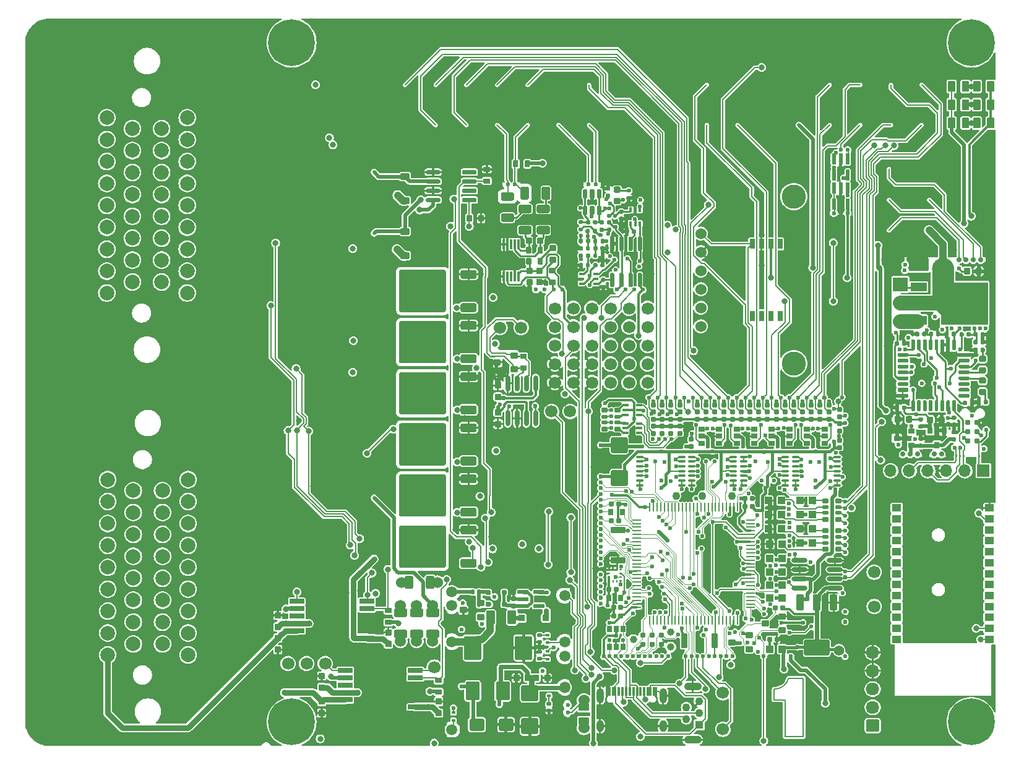
<source format=gtl>
G75*
G70*
%OFA0B0*%
%FSLAX25Y25*%
%IPPOS*%
%LPD*%
%AMOC8*
5,1,8,0,0,1.08239X$1,22.5*
%
%AMM1*
21,1,0.086610,0.073230,0.000000,0.000000,270.000000*
21,1,0.069290,0.090550,0.000000,0.000000,270.000000*
1,1,0.017320,-0.036610,-0.034650*
1,1,0.017320,-0.036610,0.034650*
1,1,0.017320,0.036610,0.034650*
1,1,0.017320,0.036610,-0.034650*
%
%AMM10*
21,1,0.015750,0.016540,0.000000,0.000000,270.000000*
21,1,0.012600,0.019680,0.000000,0.000000,270.000000*
1,1,0.003150,-0.008270,-0.006300*
1,1,0.003150,-0.008270,0.006300*
1,1,0.003150,0.008270,0.006300*
1,1,0.003150,0.008270,-0.006300*
%
%AMM11*
21,1,0.023620,0.018900,0.000000,0.000000,90.000000*
21,1,0.018900,0.023620,0.000000,0.000000,90.000000*
1,1,0.004720,0.009450,0.009450*
1,1,0.004720,0.009450,-0.009450*
1,1,0.004720,-0.009450,-0.009450*
1,1,0.004720,-0.009450,0.009450*
%
%AMM117*
21,1,0.021650,0.052760,0.000000,-0.000000,180.000000*
21,1,0.017320,0.057090,0.000000,-0.000000,180.000000*
1,1,0.004330,-0.008660,0.026380*
1,1,0.004330,0.008660,0.026380*
1,1,0.004330,0.008660,-0.026380*
1,1,0.004330,-0.008660,-0.026380*
%
%AMM12*
21,1,0.019680,0.019680,0.000000,0.000000,0.000000*
21,1,0.015750,0.023620,0.000000,0.000000,0.000000*
1,1,0.003940,0.007870,-0.009840*
1,1,0.003940,-0.007870,-0.009840*
1,1,0.003940,-0.007870,0.009840*
1,1,0.003940,0.007870,0.009840*
%
%AMM13*
21,1,0.019680,0.019680,0.000000,0.000000,270.000000*
21,1,0.015750,0.023620,0.000000,0.000000,270.000000*
1,1,0.003940,-0.009840,-0.007870*
1,1,0.003940,-0.009840,0.007870*
1,1,0.003940,0.009840,0.007870*
1,1,0.003940,0.009840,-0.007870*
%
%AMM185*
21,1,0.025590,0.026380,-0.000000,-0.000000,90.000000*
21,1,0.020470,0.031500,-0.000000,-0.000000,90.000000*
1,1,0.005120,0.013190,0.010240*
1,1,0.005120,0.013190,-0.010240*
1,1,0.005120,-0.013190,-0.010240*
1,1,0.005120,-0.013190,0.010240*
%
%AMM186*
21,1,0.017720,0.027950,-0.000000,-0.000000,90.000000*
21,1,0.014170,0.031500,-0.000000,-0.000000,90.000000*
1,1,0.003540,0.013980,0.007090*
1,1,0.003540,0.013980,-0.007090*
1,1,0.003540,-0.013980,-0.007090*
1,1,0.003540,-0.013980,0.007090*
%
%AMM187*
21,1,0.012600,0.028980,-0.000000,-0.000000,270.000000*
21,1,0.010080,0.031500,-0.000000,-0.000000,270.000000*
1,1,0.002520,-0.014490,-0.005040*
1,1,0.002520,-0.014490,0.005040*
1,1,0.002520,0.014490,0.005040*
1,1,0.002520,0.014490,-0.005040*
%
%AMM188*
21,1,0.023620,0.030710,-0.000000,-0.000000,0.000000*
21,1,0.018900,0.035430,-0.000000,-0.000000,0.000000*
1,1,0.004720,0.009450,-0.015350*
1,1,0.004720,-0.009450,-0.015350*
1,1,0.004720,-0.009450,0.015350*
1,1,0.004720,0.009450,0.015350*
%
%AMM189*
21,1,0.027560,0.018900,-0.000000,-0.000000,270.000000*
21,1,0.022840,0.023620,-0.000000,-0.000000,270.000000*
1,1,0.004720,-0.009450,-0.011420*
1,1,0.004720,-0.009450,0.011420*
1,1,0.004720,0.009450,0.011420*
1,1,0.004720,0.009450,-0.011420*
%
%AMM190*
21,1,0.031500,0.072440,-0.000000,-0.000000,270.000000*
21,1,0.025200,0.078740,-0.000000,-0.000000,270.000000*
1,1,0.006300,-0.036220,-0.012600*
1,1,0.006300,-0.036220,0.012600*
1,1,0.006300,0.036220,0.012600*
1,1,0.006300,0.036220,-0.012600*
%
%AMM191*
21,1,0.027560,0.018900,-0.000000,-0.000000,0.000000*
21,1,0.022840,0.023620,-0.000000,-0.000000,0.000000*
1,1,0.004720,0.011420,-0.009450*
1,1,0.004720,-0.011420,-0.009450*
1,1,0.004720,-0.011420,0.009450*
1,1,0.004720,0.011420,0.009450*
%
%AMM192*
21,1,0.023620,0.030710,-0.000000,-0.000000,90.000000*
21,1,0.018900,0.035430,-0.000000,-0.000000,90.000000*
1,1,0.004720,0.015350,0.009450*
1,1,0.004720,0.015350,-0.009450*
1,1,0.004720,-0.015350,-0.009450*
1,1,0.004720,-0.015350,0.009450*
%
%AMM193*
21,1,0.035430,0.030320,-0.000000,-0.000000,90.000000*
21,1,0.028350,0.037400,-0.000000,-0.000000,90.000000*
1,1,0.007090,0.015160,0.014170*
1,1,0.007090,0.015160,-0.014170*
1,1,0.007090,-0.015160,-0.014170*
1,1,0.007090,-0.015160,0.014170*
%
%AMM194*
21,1,0.043310,0.075980,-0.000000,-0.000000,180.000000*
21,1,0.034650,0.084650,-0.000000,-0.000000,180.000000*
1,1,0.008660,-0.017320,0.037990*
1,1,0.008660,0.017320,0.037990*
1,1,0.008660,0.017320,-0.037990*
1,1,0.008660,-0.017320,-0.037990*
%
%AMM195*
21,1,0.039370,0.035430,-0.000000,-0.000000,180.000000*
21,1,0.031500,0.043310,-0.000000,-0.000000,180.000000*
1,1,0.007870,-0.015750,0.017720*
1,1,0.007870,0.015750,0.017720*
1,1,0.007870,0.015750,-0.017720*
1,1,0.007870,-0.015750,-0.017720*
%
%AMM196*
21,1,0.027560,0.030710,-0.000000,-0.000000,180.000000*
21,1,0.022050,0.036220,-0.000000,-0.000000,180.000000*
1,1,0.005510,-0.011020,0.015350*
1,1,0.005510,0.011020,0.015350*
1,1,0.005510,0.011020,-0.015350*
1,1,0.005510,-0.011020,-0.015350*
%
%AMM197*
21,1,0.031500,0.072440,-0.000000,-0.000000,180.000000*
21,1,0.025200,0.078740,-0.000000,-0.000000,180.000000*
1,1,0.006300,-0.012600,0.036220*
1,1,0.006300,0.012600,0.036220*
1,1,0.006300,0.012600,-0.036220*
1,1,0.006300,-0.012600,-0.036220*
%
%AMM198*
21,1,0.137800,0.067720,-0.000000,-0.000000,180.000000*
21,1,0.120870,0.084650,-0.000000,-0.000000,180.000000*
1,1,0.016930,-0.060430,0.033860*
1,1,0.016930,0.060430,0.033860*
1,1,0.016930,0.060430,-0.033860*
1,1,0.016930,-0.060430,-0.033860*
%
%AMM199*
21,1,0.043310,0.075990,-0.000000,-0.000000,180.000000*
21,1,0.034650,0.084650,-0.000000,-0.000000,180.000000*
1,1,0.008660,-0.017320,0.037990*
1,1,0.008660,0.017320,0.037990*
1,1,0.008660,0.017320,-0.037990*
1,1,0.008660,-0.017320,-0.037990*
%
%AMM2*
21,1,0.094490,0.111020,0.000000,0.000000,0.000000*
21,1,0.075590,0.129920,0.000000,0.000000,0.000000*
1,1,0.018900,0.037800,-0.055510*
1,1,0.018900,-0.037800,-0.055510*
1,1,0.018900,-0.037800,0.055510*
1,1,0.018900,0.037800,0.055510*
%
%AMM200*
21,1,0.086610,0.073230,-0.000000,-0.000000,270.000000*
21,1,0.069290,0.090550,-0.000000,-0.000000,270.000000*
1,1,0.017320,-0.036610,-0.034650*
1,1,0.017320,-0.036610,0.034650*
1,1,0.017320,0.036610,0.034650*
1,1,0.017320,0.036610,-0.034650*
%
%AMM251*
21,1,0.035430,0.030320,0.000000,-0.000000,90.000000*
21,1,0.028350,0.037400,0.000000,-0.000000,90.000000*
1,1,0.007090,0.015160,0.014170*
1,1,0.007090,0.015160,-0.014170*
1,1,0.007090,-0.015160,-0.014170*
1,1,0.007090,-0.015160,0.014170*
%
%AMM252*
21,1,0.033470,0.026770,0.000000,-0.000000,270.000000*
21,1,0.026770,0.033470,0.000000,-0.000000,270.000000*
1,1,0.006690,-0.013390,-0.013390*
1,1,0.006690,-0.013390,0.013390*
1,1,0.006690,0.013390,0.013390*
1,1,0.006690,0.013390,-0.013390*
%
%AMM253*
21,1,0.027560,0.030710,0.000000,-0.000000,90.000000*
21,1,0.022050,0.036220,0.000000,-0.000000,90.000000*
1,1,0.005510,0.015350,0.011020*
1,1,0.005510,0.015350,-0.011020*
1,1,0.005510,-0.015350,-0.011020*
1,1,0.005510,-0.015350,0.011020*
%
%AMM3*
21,1,0.074800,0.083460,0.000000,0.000000,0.000000*
21,1,0.059840,0.098430,0.000000,0.000000,0.000000*
1,1,0.014960,0.029920,-0.041730*
1,1,0.014960,-0.029920,-0.041730*
1,1,0.014960,-0.029920,0.041730*
1,1,0.014960,0.029920,0.041730*
%
%AMM4*
21,1,0.078740,0.053540,0.000000,0.000000,180.000000*
21,1,0.065350,0.066930,0.000000,0.000000,180.000000*
1,1,0.013390,-0.032680,0.026770*
1,1,0.013390,0.032680,0.026770*
1,1,0.013390,0.032680,-0.026770*
1,1,0.013390,-0.032680,-0.026770*
%
%AMM5*
21,1,0.035430,0.030320,0.000000,0.000000,90.000000*
21,1,0.028350,0.037400,0.000000,0.000000,90.000000*
1,1,0.007090,0.015160,0.014170*
1,1,0.007090,0.015160,-0.014170*
1,1,0.007090,-0.015160,-0.014170*
1,1,0.007090,-0.015160,0.014170*
%
%AMM6*
21,1,0.021650,0.052760,0.000000,0.000000,270.000000*
21,1,0.017320,0.057090,0.000000,0.000000,270.000000*
1,1,0.004330,-0.026380,-0.008660*
1,1,0.004330,-0.026380,0.008660*
1,1,0.004330,0.026380,0.008660*
1,1,0.004330,0.026380,-0.008660*
%
%AMM7*
21,1,0.035830,0.026770,0.000000,0.000000,0.000000*
21,1,0.029130,0.033470,0.000000,0.000000,0.000000*
1,1,0.006690,0.014570,-0.013390*
1,1,0.006690,-0.014570,-0.013390*
1,1,0.006690,-0.014570,0.013390*
1,1,0.006690,0.014570,0.013390*
%
%AMM8*
21,1,0.070870,0.036220,0.000000,0.000000,90.000000*
21,1,0.061810,0.045280,0.000000,0.000000,90.000000*
1,1,0.009060,0.018110,0.030910*
1,1,0.009060,0.018110,-0.030910*
1,1,0.009060,-0.018110,-0.030910*
1,1,0.009060,-0.018110,0.030910*
%
%AMM9*
21,1,0.033470,0.026770,0.000000,0.000000,0.000000*
21,1,0.026770,0.033470,0.000000,0.000000,0.000000*
1,1,0.006690,0.013390,-0.013390*
1,1,0.006690,-0.013390,-0.013390*
1,1,0.006690,-0.013390,0.013390*
1,1,0.006690,0.013390,0.013390*
%
%ADD10C,0.00787*%
%ADD101C,0.01968*%
%ADD102C,0.01575*%
%ADD103M1*%
%ADD104M2*%
%ADD105M3*%
%ADD106M4*%
%ADD107M5*%
%ADD108M6*%
%ADD109M7*%
%ADD11C,0.06693*%
%ADD110M8*%
%ADD111M9*%
%ADD112M10*%
%ADD113M11*%
%ADD114M12*%
%ADD115M13*%
%ADD116O,0.00787X0.40158*%
%ADD12C,0.02756*%
%ADD13C,0.11811*%
%ADD14R,0.11811X0.00984*%
%ADD147C,0.01850*%
%ADD15R,0.04331X0.00984*%
%ADD155R,0.02559X0.01575*%
%ADD156R,0.01575X0.02559*%
%ADD159R,0.03543X0.03150*%
%ADD16R,0.03858X0.00984*%
%ADD161C,0.05118*%
%ADD163R,0.03150X0.03543*%
%ADD17R,0.05709X0.00984*%
%ADD171C,0.03100*%
%ADD174C,0.03900*%
%ADD18R,0.00984X1.08661*%
%ADD183O,0.04724X0.00866*%
%ADD184O,0.00866X0.04724*%
%ADD185O,0.04331X0.01181*%
%ADD188R,0.01378X0.00984*%
%ADD189R,0.00984X0.01378*%
%ADD19R,0.07677X0.00984*%
%ADD194O,0.08661X0.02362*%
%ADD20R,0.03740X0.00984*%
%ADD202C,0.00492*%
%ADD203C,0.01260*%
%ADD204C,0.05512*%
%ADD21C,0.07874*%
%ADD22C,0.03150*%
%ADD23C,0.25197*%
%ADD24C,0.06000*%
%ADD25O,0.07283X0.06693*%
%ADD26C,0.02362*%
%ADD268O,0.01968X0.00984*%
%ADD269O,0.00984X0.01968*%
%ADD27R,0.24350X0.00984*%
%ADD28R,0.04390X0.00984*%
%ADD29R,0.00984X0.56201*%
%ADD299M117*%
%ADD30R,0.00984X0.59449*%
%ADD309R,0.01181X0.05512*%
%ADD31R,0.20374X0.00984*%
%ADD310R,0.08661X0.04724*%
%ADD311R,0.25197X0.22835*%
%ADD312R,0.07874X0.07500*%
%ADD313O,0.07874X0.07500*%
%ADD32R,0.04331X0.04331*%
%ADD33C,0.04331*%
%ADD337O,0.02362X0.08661*%
%ADD34O,0.09449X0.04331*%
%ADD35O,0.04823X0.00787*%
%ADD36O,0.00787X0.36614*%
%ADD37C,0.05906*%
%ADD38O,0.00787X0.12992*%
%ADD39O,0.00787X0.40157*%
%ADD395M185*%
%ADD396M186*%
%ADD397M187*%
%ADD398M188*%
%ADD399M189*%
%ADD40O,0.00787X0.01181*%
%ADD400M190*%
%ADD401M191*%
%ADD402M192*%
%ADD403M193*%
%ADD404M194*%
%ADD405M195*%
%ADD406M196*%
%ADD407M197*%
%ADD408M198*%
%ADD409M199*%
%ADD41O,0.66929X0.00787*%
%ADD410M200*%
%ADD42O,0.60630X0.00787*%
%ADD43O,0.00787X0.18898*%
%ADD44O,0.00787X0.10236*%
%ADD45O,0.00787X0.03937*%
%ADD46O,0.00787X0.05906*%
%ADD462M251*%
%ADD463M252*%
%ADD464M253*%
%ADD47O,0.22323X0.00787*%
%ADD48O,0.00787X0.43701*%
%ADD49O,0.01575X0.38583*%
%ADD50O,0.00984X0.01969*%
%ADD51O,0.26772X0.00787*%
%ADD52O,0.01969X0.00984*%
%ADD53R,0.05118X0.03937*%
%ADD54R,0.07874X0.02559*%
%ADD55R,0.17717X0.31890*%
%ADD56R,0.00787X0.14567*%
%ADD57R,0.00787X0.01575*%
%ADD58R,0.00787X0.06299*%
%ADD59R,0.00787X0.38189*%
%ADD60R,0.00787X0.09055*%
%ADD61R,0.05512X0.00787*%
%ADD62R,0.25197X0.00787*%
%ADD63R,0.06693X0.00787*%
%ADD64R,0.12992X0.00787*%
%ADD65R,0.00787X0.27559*%
%ADD66R,0.00787X0.12992*%
%ADD67R,0.00787X0.24803*%
%ADD68R,0.01181X0.04528*%
%ADD69O,0.03937X0.08268*%
%ADD70O,0.03937X0.06299*%
%ADD71R,0.06693X0.06693*%
%ADD72O,0.06693X0.06693*%
%ADD73C,0.13000*%
%ADD74R,0.02717X0.05315*%
%ADD75C,0.12992*%
%ADD76C,0.01181*%
%ADD77C,0.03937*%
%ADD78C,0.01969*%
%ADD79C,0.00591*%
%ADD87C,0.00984*%
%ADD90C,0.00800*%
X0000000Y0000000D02*
%LPD*%
G01*
D10*
X0404252Y0025591D02*
X0404252Y0031496D01*
X0404252Y0025591D02*
X0410157Y0025591D01*
X0410157Y0025591D02*
X0410157Y0005906D01*
X0410157Y0005906D02*
X0420000Y0005906D01*
X0420000Y0037402D02*
X0412126Y0037402D01*
X0420000Y0005906D02*
X0420000Y0037402D01*
X0412126Y0037402D02*
G75*
G02*
X0404252Y0031496I-007565J0001885D01*
G01*
G36*
G01*
X0511535Y0334154D02*
X0511535Y0339075D01*
G75*
G02*
X0511929Y0339469I0000394J0000000D01*
G01*
X0515079Y0339469D01*
G75*
G02*
X0515472Y0339075I0000000J-000394D01*
G01*
X0515472Y0334154D01*
G75*
G02*
X0515079Y0333760I-000394J0000000D01*
G01*
X0511929Y0333760D01*
G75*
G02*
X0511535Y0334154I0000000J0000394D01*
G01*
G37*
G36*
G01*
X0519016Y0334154D02*
X0519016Y0339075D01*
G75*
G02*
X0519409Y0339469I0000394J0000000D01*
G01*
X0522559Y0339469D01*
G75*
G02*
X0522953Y0339075I0000000J-000394D01*
G01*
X0522953Y0334154D01*
G75*
G02*
X0522559Y0333760I-000394J0000000D01*
G01*
X0519409Y0333760D01*
G75*
G02*
X0519016Y0334154I0000000J0000394D01*
G01*
G37*
G36*
G01*
X0243917Y0295709D02*
X0243917Y0294528D01*
G75*
G02*
X0243327Y0293937I-000591J0000000D01*
G01*
X0236830Y0293937D01*
G75*
G02*
X0236240Y0294528I0000000J0000591D01*
G01*
X0236240Y0295709D01*
G75*
G02*
X0236830Y0296300I0000591J0000000D01*
G01*
X0243327Y0296300D01*
G75*
G02*
X0243917Y0295709I0000000J-000591D01*
G01*
G37*
G36*
G01*
X0243917Y0300709D02*
X0243917Y0299528D01*
G75*
G02*
X0243327Y0298937I-000591J0000000D01*
G01*
X0236830Y0298937D01*
G75*
G02*
X0236240Y0299528I0000000J0000591D01*
G01*
X0236240Y0300709D01*
G75*
G02*
X0236830Y0301300I0000591J0000000D01*
G01*
X0243327Y0301300D01*
G75*
G02*
X0243917Y0300709I0000000J-000591D01*
G01*
G37*
G36*
G01*
X0243917Y0305709D02*
X0243917Y0304528D01*
G75*
G02*
X0243327Y0303937I-000591J0000000D01*
G01*
X0236830Y0303937D01*
G75*
G02*
X0236240Y0304528I0000000J0000591D01*
G01*
X0236240Y0305709D01*
G75*
G02*
X0236830Y0306300I0000591J0000000D01*
G01*
X0243327Y0306300D01*
G75*
G02*
X0243917Y0305709I0000000J-000591D01*
G01*
G37*
G36*
G01*
X0243917Y0310709D02*
X0243917Y0309528D01*
G75*
G02*
X0243327Y0308937I-000591J0000000D01*
G01*
X0236830Y0308937D01*
G75*
G02*
X0236240Y0309528I0000000J0000591D01*
G01*
X0236240Y0310709D01*
G75*
G02*
X0236830Y0311300I0000591J0000000D01*
G01*
X0243327Y0311300D01*
G75*
G02*
X0243917Y0310709I0000000J-000591D01*
G01*
G37*
G36*
G01*
X0224429Y0310709D02*
X0224429Y0309528D01*
G75*
G02*
X0223838Y0308937I-000591J0000000D01*
G01*
X0217342Y0308937D01*
G75*
G02*
X0216752Y0309528I0000000J0000591D01*
G01*
X0216752Y0310709D01*
G75*
G02*
X0217342Y0311300I0000591J0000000D01*
G01*
X0223838Y0311300D01*
G75*
G02*
X0224429Y0310709I0000000J-000591D01*
G01*
G37*
G36*
G01*
X0224429Y0305709D02*
X0224429Y0304528D01*
G75*
G02*
X0223838Y0303937I-000591J0000000D01*
G01*
X0217342Y0303937D01*
G75*
G02*
X0216752Y0304528I0000000J0000591D01*
G01*
X0216752Y0305709D01*
G75*
G02*
X0217342Y0306300I0000591J0000000D01*
G01*
X0223838Y0306300D01*
G75*
G02*
X0224429Y0305709I0000000J-000591D01*
G01*
G37*
G36*
G01*
X0224429Y0300709D02*
X0224429Y0299528D01*
G75*
G02*
X0223838Y0298937I-000591J0000000D01*
G01*
X0217342Y0298937D01*
G75*
G02*
X0216752Y0299528I0000000J0000591D01*
G01*
X0216752Y0300709D01*
G75*
G02*
X0217342Y0301300I0000591J0000000D01*
G01*
X0223838Y0301300D01*
G75*
G02*
X0224429Y0300709I0000000J-000591D01*
G01*
G37*
G36*
G01*
X0224429Y0295709D02*
X0224429Y0294528D01*
G75*
G02*
X0223838Y0293937I-000591J0000000D01*
G01*
X0217342Y0293937D01*
G75*
G02*
X0216752Y0294528I0000000J0000591D01*
G01*
X0216752Y0295709D01*
G75*
G02*
X0217342Y0296300I0000591J0000000D01*
G01*
X0223838Y0296300D01*
G75*
G02*
X0224429Y0295709I0000000J-000591D01*
G01*
G37*
G36*
G01*
X0159212Y0040217D02*
X0161890Y0040217D01*
G75*
G02*
X0162224Y0039882I0000000J-000335D01*
G01*
X0162224Y0037205D01*
G75*
G02*
X0161890Y0036870I-000335J0000000D01*
G01*
X0159212Y0036870D01*
G75*
G02*
X0158878Y0037205I0000000J0000335D01*
G01*
X0158878Y0039882D01*
G75*
G02*
X0159212Y0040217I0000335J0000000D01*
G01*
G37*
G36*
G01*
X0159212Y0033996D02*
X0161890Y0033996D01*
G75*
G02*
X0162224Y0033662I0000000J-000335D01*
G01*
X0162224Y0030985D01*
G75*
G02*
X0161890Y0030650I-000335J0000000D01*
G01*
X0159212Y0030650D01*
G75*
G02*
X0158878Y0030985I0000000J0000335D01*
G01*
X0158878Y0033662D01*
G75*
G02*
X0159212Y0033996I0000335J0000000D01*
G01*
G37*
G36*
G01*
X0511535Y0343996D02*
X0511535Y0348918D01*
G75*
G02*
X0511929Y0349311I0000394J0000000D01*
G01*
X0515079Y0349311D01*
G75*
G02*
X0515472Y0348918I0000000J-000394D01*
G01*
X0515472Y0343996D01*
G75*
G02*
X0515079Y0343603I-000394J0000000D01*
G01*
X0511929Y0343603D01*
G75*
G02*
X0511535Y0343996I0000000J0000394D01*
G01*
G37*
G36*
G01*
X0519016Y0343996D02*
X0519016Y0348918D01*
G75*
G02*
X0519409Y0349311I0000394J0000000D01*
G01*
X0522559Y0349311D01*
G75*
G02*
X0522953Y0348918I0000000J-000394D01*
G01*
X0522953Y0343996D01*
G75*
G02*
X0522559Y0343603I-000394J0000000D01*
G01*
X0519409Y0343603D01*
G75*
G02*
X0519016Y0343996I0000000J0000394D01*
G01*
G37*
G36*
G01*
X0244016Y0155788D02*
X0244016Y0153032D01*
G75*
G02*
X0243031Y0152048I-000984J0000000D01*
G01*
X0236338Y0152048D01*
G75*
G02*
X0235354Y0153032I0000000J0000984D01*
G01*
X0235354Y0155788D01*
G75*
G02*
X0236338Y0156772I0000984J0000000D01*
G01*
X0243031Y0156772D01*
G75*
G02*
X0244016Y0155788I0000000J-000984D01*
G01*
G37*
G36*
G01*
X0227480Y0161811D02*
X0227480Y0152953D01*
G75*
G02*
X0226496Y0151969I-000984J0000000D01*
G01*
X0216456Y0151969D01*
G75*
G02*
X0215472Y0152953I0000000J0000984D01*
G01*
X0215472Y0161811D01*
G75*
G02*
X0216456Y0162796I0000984J0000000D01*
G01*
X0226496Y0162796D01*
G75*
G02*
X0227480Y0161811I0000000J-000984D01*
G01*
G37*
G36*
G01*
X0227480Y0173819D02*
X0227480Y0164961D01*
G75*
G02*
X0226496Y0163977I-000984J0000000D01*
G01*
X0216456Y0163977D01*
G75*
G02*
X0215472Y0164961I0000000J0000984D01*
G01*
X0215472Y0173819D01*
G75*
G02*
X0216456Y0174804I0000984J0000000D01*
G01*
X0226496Y0174804D01*
G75*
G02*
X0227480Y0173819I0000000J-000984D01*
G01*
G37*
G36*
G01*
X0227480Y0173819D02*
X0227480Y0152953D01*
G75*
G02*
X0226496Y0151969I-000984J0000000D01*
G01*
X0203267Y0151969D01*
G75*
G02*
X0202283Y0152953I0000000J0000984D01*
G01*
X0202283Y0173819D01*
G75*
G02*
X0203267Y0174804I0000984J0000000D01*
G01*
X0226496Y0174804D01*
G75*
G02*
X0227480Y0173819I0000000J-000984D01*
G01*
G37*
G36*
G01*
X0214291Y0161811D02*
X0214291Y0152953D01*
G75*
G02*
X0213307Y0151969I-000984J0000000D01*
G01*
X0203268Y0151969D01*
G75*
G02*
X0202283Y0152953I0000000J0000984D01*
G01*
X0202283Y0161811D01*
G75*
G02*
X0203268Y0162796I0000984J0000000D01*
G01*
X0213307Y0162796D01*
G75*
G02*
X0214291Y0161811I0000000J-000984D01*
G01*
G37*
G36*
G01*
X0214291Y0173819D02*
X0214291Y0164961D01*
G75*
G02*
X0213307Y0163977I-000984J0000000D01*
G01*
X0203268Y0163977D01*
G75*
G02*
X0202283Y0164961I0000000J0000984D01*
G01*
X0202283Y0173819D01*
G75*
G02*
X0203268Y0174804I0000984J0000000D01*
G01*
X0213307Y0174804D01*
G75*
G02*
X0214291Y0173819I0000000J-000984D01*
G01*
G37*
G36*
G01*
X0244016Y0173741D02*
X0244016Y0170985D01*
G75*
G02*
X0243031Y0170000I-000984J0000000D01*
G01*
X0236338Y0170000D01*
G75*
G02*
X0235354Y0170985I0000000J0000984D01*
G01*
X0235354Y0173741D01*
G75*
G02*
X0236338Y0174725I0000984J0000000D01*
G01*
X0243031Y0174725D01*
G75*
G02*
X0244016Y0173741I0000000J-000984D01*
G01*
G37*
D11*
X0458189Y0075985D03*
D12*
X0515571Y0262796D03*
X0503760Y0262796D03*
X0507697Y0262796D03*
X0511634Y0262796D03*
D13*
X0495295Y0257874D03*
D14*
X0481516Y0264272D03*
D15*
X0468917Y0156595D03*
D16*
X0486004Y0156595D03*
X0498996Y0156595D03*
D17*
X0519016Y0156595D03*
D18*
X0467244Y0210433D03*
X0521378Y0210433D03*
D19*
X0470590Y0264272D03*
D20*
X0520000Y0264272D03*
G36*
G01*
X0471279Y0193701D02*
X0476201Y0193701D01*
G75*
G02*
X0476693Y0193209I0000000J-000492D01*
G01*
X0476693Y0192225D01*
G75*
G02*
X0476201Y0191733I-000492J0000000D01*
G01*
X0471279Y0191733D01*
G75*
G02*
X0470787Y0192225I0000000J0000492D01*
G01*
X0470787Y0193209D01*
G75*
G02*
X0471279Y0193701I0000492J0000000D01*
G01*
G37*
G36*
G01*
X0481811Y0187107D02*
X0482795Y0187107D01*
G75*
G02*
X0483287Y0186615I0000000J-000492D01*
G01*
X0483287Y0181693D01*
G75*
G02*
X0482795Y0181201I-000492J0000000D01*
G01*
X0481811Y0181201D01*
G75*
G02*
X0481319Y0181693I0000000J0000492D01*
G01*
X0481319Y0186615D01*
G75*
G02*
X0481811Y0187107I0000492J0000000D01*
G01*
G37*
G36*
G01*
X0471279Y0190552D02*
X0476201Y0190552D01*
G75*
G02*
X0476693Y0190059I0000000J-000492D01*
G01*
X0476693Y0189075D01*
G75*
G02*
X0476201Y0188583I-000492J0000000D01*
G01*
X0471279Y0188583D01*
G75*
G02*
X0470787Y0189075I0000000J0000492D01*
G01*
X0470787Y0190059D01*
G75*
G02*
X0471279Y0190552I0000492J0000000D01*
G01*
G37*
G36*
G01*
X0481319Y0189272D02*
X0481319Y0190256D01*
G75*
G02*
X0481811Y0190748I0000492J0000000D01*
G01*
X0482795Y0190748D01*
G75*
G02*
X0483287Y0190256I0000000J-000492D01*
G01*
X0483287Y0189272D01*
G75*
G02*
X0482795Y0188780I-000492J0000000D01*
G01*
X0481811Y0188780D01*
G75*
G02*
X0481319Y0189272I0000000J0000492D01*
G01*
G37*
G36*
G01*
X0478661Y0193701D02*
X0479645Y0193701D01*
G75*
G02*
X0480138Y0193209I0000000J-000492D01*
G01*
X0480138Y0192225D01*
G75*
G02*
X0479645Y0191733I-000492J0000000D01*
G01*
X0478661Y0191733D01*
G75*
G02*
X0478169Y0192225I0000000J0000492D01*
G01*
X0478169Y0193209D01*
G75*
G02*
X0478661Y0193701I0000492J0000000D01*
G01*
G37*
G36*
G01*
X0478661Y0187107D02*
X0479645Y0187107D01*
G75*
G02*
X0480138Y0186615I0000000J-000492D01*
G01*
X0480138Y0181693D01*
G75*
G02*
X0479645Y0181201I-000492J0000000D01*
G01*
X0478661Y0181201D01*
G75*
G02*
X0478169Y0181693I0000000J0000492D01*
G01*
X0478169Y0186615D01*
G75*
G02*
X0478661Y0187107I0000492J0000000D01*
G01*
G37*
D12*
X0477579Y0158106D03*
X0481516Y0158106D03*
X0494492Y0158106D03*
X0490492Y0158106D03*
G36*
G01*
X0502382Y0156103D02*
X0502382Y0156103D01*
G75*
G02*
X0501890Y0156595I0000000J0000492D01*
G01*
X0501890Y0157579D01*
G75*
G02*
X0502382Y0158071I0000492J0000000D01*
G01*
X0502382Y0158071D01*
G75*
G02*
X0502874Y0157579I0000000J-000492D01*
G01*
X0502874Y0156595D01*
G75*
G02*
X0502382Y0156103I-000492J0000000D01*
G01*
G37*
G36*
G01*
X0504350Y0156103D02*
X0504350Y0156103D01*
G75*
G02*
X0503858Y0156595I0000000J0000492D01*
G01*
X0503858Y0157579D01*
G75*
G02*
X0504350Y0158071I0000492J0000000D01*
G01*
X0504350Y0158071D01*
G75*
G02*
X0504842Y0157579I0000000J-000492D01*
G01*
X0504842Y0156595D01*
G75*
G02*
X0504350Y0156103I-000492J0000000D01*
G01*
G37*
G36*
G01*
X0506319Y0156103D02*
X0506319Y0156103D01*
G75*
G02*
X0505827Y0156595I0000000J0000492D01*
G01*
X0505827Y0157579D01*
G75*
G02*
X0506319Y0158071I0000492J0000000D01*
G01*
X0506319Y0158071D01*
G75*
G02*
X0506811Y0157579I0000000J-000492D01*
G01*
X0506811Y0156595D01*
G75*
G02*
X0506319Y0156103I-000492J0000000D01*
G01*
G37*
G36*
G01*
X0514586Y0156103D02*
X0514586Y0156103D01*
G75*
G02*
X0514094Y0156595I0000000J0000492D01*
G01*
X0514094Y0157579D01*
G75*
G02*
X0514586Y0158071I0000492J0000000D01*
G01*
X0514586Y0158071D01*
G75*
G02*
X0515079Y0157579I0000000J-000492D01*
G01*
X0515079Y0156595D01*
G75*
G02*
X0514586Y0156103I-000492J0000000D01*
G01*
G37*
X0473642Y0158106D03*
D11*
X0294409Y0181103D03*
G36*
G01*
X0244016Y0238465D02*
X0244016Y0235709D01*
G75*
G02*
X0243031Y0234725I-000984J0000000D01*
G01*
X0236338Y0234725D01*
G75*
G02*
X0235354Y0235709I0000000J0000984D01*
G01*
X0235354Y0238465D01*
G75*
G02*
X0236338Y0239449I0000984J0000000D01*
G01*
X0243031Y0239449D01*
G75*
G02*
X0244016Y0238465I0000000J-000984D01*
G01*
G37*
G36*
G01*
X0227480Y0244489D02*
X0227480Y0235630D01*
G75*
G02*
X0226496Y0234646I-000984J0000000D01*
G01*
X0216456Y0234646D01*
G75*
G02*
X0215472Y0235630I0000000J0000984D01*
G01*
X0215472Y0244489D01*
G75*
G02*
X0216456Y0245473I0000984J0000000D01*
G01*
X0226496Y0245473D01*
G75*
G02*
X0227480Y0244489I0000000J-000984D01*
G01*
G37*
G36*
G01*
X0227480Y0256496D02*
X0227480Y0247638D01*
G75*
G02*
X0226496Y0246654I-000984J0000000D01*
G01*
X0216456Y0246654D01*
G75*
G02*
X0215472Y0247638I0000000J0000984D01*
G01*
X0215472Y0256496D01*
G75*
G02*
X0216456Y0257481I0000984J0000000D01*
G01*
X0226496Y0257481D01*
G75*
G02*
X0227480Y0256496I0000000J-000984D01*
G01*
G37*
G36*
G01*
X0227480Y0256496D02*
X0227480Y0235630D01*
G75*
G02*
X0226496Y0234646I-000984J0000000D01*
G01*
X0203267Y0234646D01*
G75*
G02*
X0202283Y0235630I0000000J0000984D01*
G01*
X0202283Y0256496D01*
G75*
G02*
X0203267Y0257481I0000984J0000000D01*
G01*
X0226496Y0257481D01*
G75*
G02*
X0227480Y0256496I0000000J-000984D01*
G01*
G37*
G36*
G01*
X0214291Y0244489D02*
X0214291Y0235630D01*
G75*
G02*
X0213307Y0234646I-000984J0000000D01*
G01*
X0203268Y0234646D01*
G75*
G02*
X0202283Y0235630I0000000J0000984D01*
G01*
X0202283Y0244489D01*
G75*
G02*
X0203268Y0245473I0000984J0000000D01*
G01*
X0213307Y0245473D01*
G75*
G02*
X0214291Y0244489I0000000J-000984D01*
G01*
G37*
G36*
G01*
X0214291Y0256496D02*
X0214291Y0247638D01*
G75*
G02*
X0213307Y0246654I-000984J0000000D01*
G01*
X0203268Y0246654D01*
G75*
G02*
X0202283Y0247638I0000000J0000984D01*
G01*
X0202283Y0256496D01*
G75*
G02*
X0203268Y0257481I0000984J0000000D01*
G01*
X0213307Y0257481D01*
G75*
G02*
X0214291Y0256496I0000000J-000984D01*
G01*
G37*
G36*
G01*
X0244016Y0256418D02*
X0244016Y0253662D01*
G75*
G02*
X0243031Y0252678I-000984J0000000D01*
G01*
X0236338Y0252678D01*
G75*
G02*
X0235354Y0253662I0000000J0000984D01*
G01*
X0235354Y0256418D01*
G75*
G02*
X0236338Y0257402I0000984J0000000D01*
G01*
X0243031Y0257402D01*
G75*
G02*
X0244016Y0256418I0000000J-000984D01*
G01*
G37*
G36*
G01*
X0244016Y0210906D02*
X0244016Y0208150D01*
G75*
G02*
X0243031Y0207166I-000984J0000000D01*
G01*
X0236338Y0207166D01*
G75*
G02*
X0235354Y0208150I0000000J0000984D01*
G01*
X0235354Y0210906D01*
G75*
G02*
X0236338Y0211890I0000984J0000000D01*
G01*
X0243031Y0211890D01*
G75*
G02*
X0244016Y0210906I0000000J-000984D01*
G01*
G37*
G36*
G01*
X0227480Y0216930D02*
X0227480Y0208071D01*
G75*
G02*
X0226496Y0207087I-000984J0000000D01*
G01*
X0216456Y0207087D01*
G75*
G02*
X0215472Y0208071I0000000J0000984D01*
G01*
X0215472Y0216930D01*
G75*
G02*
X0216456Y0217914I0000984J0000000D01*
G01*
X0226496Y0217914D01*
G75*
G02*
X0227480Y0216930I0000000J-000984D01*
G01*
G37*
G36*
G01*
X0227480Y0228937D02*
X0227480Y0220079D01*
G75*
G02*
X0226496Y0219095I-000984J0000000D01*
G01*
X0216456Y0219095D01*
G75*
G02*
X0215472Y0220079I0000000J0000984D01*
G01*
X0215472Y0228937D01*
G75*
G02*
X0216456Y0229922I0000984J0000000D01*
G01*
X0226496Y0229922D01*
G75*
G02*
X0227480Y0228937I0000000J-000984D01*
G01*
G37*
G36*
G01*
X0227480Y0228937D02*
X0227480Y0208071D01*
G75*
G02*
X0226496Y0207087I-000984J0000000D01*
G01*
X0203267Y0207087D01*
G75*
G02*
X0202283Y0208071I0000000J0000984D01*
G01*
X0202283Y0228937D01*
G75*
G02*
X0203267Y0229922I0000984J0000000D01*
G01*
X0226496Y0229922D01*
G75*
G02*
X0227480Y0228937I0000000J-000984D01*
G01*
G37*
G36*
G01*
X0214291Y0216930D02*
X0214291Y0208071D01*
G75*
G02*
X0213307Y0207087I-000984J0000000D01*
G01*
X0203268Y0207087D01*
G75*
G02*
X0202283Y0208071I0000000J0000984D01*
G01*
X0202283Y0216930D01*
G75*
G02*
X0203268Y0217914I0000984J0000000D01*
G01*
X0213307Y0217914D01*
G75*
G02*
X0214291Y0216930I0000000J-000984D01*
G01*
G37*
G36*
G01*
X0214291Y0228937D02*
X0214291Y0220079D01*
G75*
G02*
X0213307Y0219095I-000984J0000000D01*
G01*
X0203268Y0219095D01*
G75*
G02*
X0202283Y0220079I0000000J0000984D01*
G01*
X0202283Y0228937D01*
G75*
G02*
X0203268Y0229922I0000984J0000000D01*
G01*
X0213307Y0229922D01*
G75*
G02*
X0214291Y0228937I0000000J-000984D01*
G01*
G37*
G36*
G01*
X0244016Y0228859D02*
X0244016Y0226103D01*
G75*
G02*
X0243031Y0225118I-000984J0000000D01*
G01*
X0236338Y0225118D01*
G75*
G02*
X0235354Y0226103I0000000J0000984D01*
G01*
X0235354Y0228859D01*
G75*
G02*
X0236338Y0229843I0000984J0000000D01*
G01*
X0243031Y0229843D01*
G75*
G02*
X0244016Y0228859I0000000J-000984D01*
G01*
G37*
X0256614Y0226378D03*
G36*
G01*
X0222205Y0026437D02*
X0224882Y0026437D01*
G75*
G02*
X0225216Y0026103I0000000J-000335D01*
G01*
X0225216Y0023426D01*
G75*
G02*
X0224882Y0023091I-000335J0000000D01*
G01*
X0222205Y0023091D01*
G75*
G02*
X0221870Y0023426I0000000J0000335D01*
G01*
X0221870Y0026103D01*
G75*
G02*
X0222205Y0026437I0000335J0000000D01*
G01*
G37*
G36*
G01*
X0222205Y0020217D02*
X0224882Y0020217D01*
G75*
G02*
X0225216Y0019882I0000000J-000335D01*
G01*
X0225216Y0017205D01*
G75*
G02*
X0224882Y0016870I-000335J0000000D01*
G01*
X0222205Y0016870D01*
G75*
G02*
X0221870Y0017205I0000000J0000335D01*
G01*
X0221870Y0019882D01*
G75*
G02*
X0222205Y0020217I0000335J0000000D01*
G01*
G37*
G36*
G01*
X0272687Y0316201D02*
X0272687Y0313130D01*
G75*
G02*
X0272411Y0312855I-000276J0000000D01*
G01*
X0270206Y0312855D01*
G75*
G02*
X0269931Y0313130I0000000J0000276D01*
G01*
X0269931Y0316201D01*
G75*
G02*
X0270206Y0316477I0000276J0000000D01*
G01*
X0272411Y0316477D01*
G75*
G02*
X0272687Y0316201I0000000J-000276D01*
G01*
G37*
G36*
G01*
X0266388Y0316201D02*
X0266388Y0313130D01*
G75*
G02*
X0266112Y0312855I-000276J0000000D01*
G01*
X0263907Y0312855D01*
G75*
G02*
X0263632Y0313130I0000000J0000276D01*
G01*
X0263632Y0316201D01*
G75*
G02*
X0263907Y0316477I0000276J0000000D01*
G01*
X0266112Y0316477D01*
G75*
G02*
X0266388Y0316201I0000000J-000276D01*
G01*
G37*
D21*
X0088110Y0339469D03*
X0088110Y0327658D03*
X0088110Y0315847D03*
X0088110Y0304036D03*
X0088110Y0292225D03*
X0088110Y0280414D03*
X0088110Y0268603D03*
X0088110Y0256792D03*
X0088110Y0244981D03*
X0074330Y0333563D03*
X0074330Y0321752D03*
X0074330Y0309941D03*
X0074330Y0298130D03*
X0074330Y0286319D03*
X0074330Y0274508D03*
X0074330Y0262697D03*
X0074330Y0250886D03*
X0058582Y0333563D03*
X0058582Y0321752D03*
X0058582Y0309941D03*
X0058582Y0298130D03*
X0058582Y0286319D03*
X0058582Y0274508D03*
X0058582Y0262697D03*
X0058582Y0250886D03*
X0044803Y0339469D03*
X0044803Y0327658D03*
X0044803Y0315847D03*
X0044803Y0304036D03*
X0044803Y0292225D03*
X0044803Y0280414D03*
X0044803Y0268603D03*
X0044803Y0256792D03*
X0044803Y0244981D03*
D11*
X0268031Y0226378D03*
G36*
G01*
X0195138Y0063681D02*
X0197815Y0063681D01*
G75*
G02*
X0198149Y0063347I0000000J-000335D01*
G01*
X0198149Y0060670D01*
G75*
G02*
X0197815Y0060335I-000335J0000000D01*
G01*
X0195138Y0060335D01*
G75*
G02*
X0194803Y0060670I0000000J0000335D01*
G01*
X0194803Y0063347D01*
G75*
G02*
X0195138Y0063681I0000335J0000000D01*
G01*
G37*
G36*
G01*
X0195138Y0057461D02*
X0197815Y0057461D01*
G75*
G02*
X0198149Y0057126I0000000J-000335D01*
G01*
X0198149Y0054449D01*
G75*
G02*
X0197815Y0054115I-000335J0000000D01*
G01*
X0195138Y0054115D01*
G75*
G02*
X0194803Y0054449I0000000J0000335D01*
G01*
X0194803Y0057126D01*
G75*
G02*
X0195138Y0057461I0000335J0000000D01*
G01*
G37*
X0152441Y0045276D03*
D22*
X0134960Y0379922D03*
X0137728Y0386603D03*
X0137728Y0373240D03*
X0144409Y0389370D03*
D23*
X0144409Y0379922D03*
D22*
X0144409Y0370473D03*
X0151091Y0386603D03*
X0151091Y0373240D03*
X0153858Y0379922D03*
X0501102Y0379922D03*
X0503870Y0386603D03*
X0503870Y0373240D03*
X0510551Y0389370D03*
D23*
X0510551Y0379922D03*
D22*
X0510551Y0370473D03*
X0517232Y0386603D03*
X0517232Y0373240D03*
X0520000Y0379922D03*
D24*
X0203071Y0076575D03*
G36*
G01*
X0199527Y0071280D02*
X0199527Y0073996D01*
G75*
G02*
X0200433Y0074902I0000906J0000000D01*
G01*
X0205708Y0074902D01*
G75*
G02*
X0206614Y0073996I0000000J-000906D01*
G01*
X0206614Y0071280D01*
G75*
G02*
X0205708Y0070374I-000906J0000000D01*
G01*
X0200433Y0070374D01*
G75*
G02*
X0199527Y0071280I0000000J0000906D01*
G01*
G37*
G36*
G01*
X0199527Y0059863D02*
X0199527Y0062579D01*
G75*
G02*
X0200433Y0063485I0000906J0000000D01*
G01*
X0205708Y0063485D01*
G75*
G02*
X0206614Y0062579I0000000J-000906D01*
G01*
X0206614Y0059863D01*
G75*
G02*
X0205708Y0058957I-000906J0000000D01*
G01*
X0200433Y0058957D01*
G75*
G02*
X0199527Y0059863I0000000J0000906D01*
G01*
G37*
X0203071Y0057284D03*
G36*
G01*
X0497953Y0334154D02*
X0497953Y0339075D01*
G75*
G02*
X0498346Y0339469I0000394J0000000D01*
G01*
X0501496Y0339469D01*
G75*
G02*
X0501890Y0339075I0000000J-000394D01*
G01*
X0501890Y0334154D01*
G75*
G02*
X0501496Y0333760I-000394J0000000D01*
G01*
X0498346Y0333760D01*
G75*
G02*
X0497953Y0334154I0000000J0000394D01*
G01*
G37*
G36*
G01*
X0505433Y0334154D02*
X0505433Y0339075D01*
G75*
G02*
X0505827Y0339469I0000394J0000000D01*
G01*
X0508976Y0339469D01*
G75*
G02*
X0509370Y0339075I0000000J-000394D01*
G01*
X0509370Y0334154D01*
G75*
G02*
X0508976Y0333760I-000394J0000000D01*
G01*
X0505827Y0333760D01*
G75*
G02*
X0505433Y0334154I0000000J0000394D01*
G01*
G37*
G36*
G01*
X0135590Y0072894D02*
X0138268Y0072894D01*
G75*
G02*
X0138602Y0072559I0000000J-000335D01*
G01*
X0138602Y0069882D01*
G75*
G02*
X0138268Y0069548I-000335J0000000D01*
G01*
X0135590Y0069548D01*
G75*
G02*
X0135256Y0069882I0000000J0000335D01*
G01*
X0135256Y0072559D01*
G75*
G02*
X0135590Y0072894I0000335J0000000D01*
G01*
G37*
G36*
G01*
X0135590Y0066674D02*
X0138268Y0066674D01*
G75*
G02*
X0138602Y0066339I0000000J-000335D01*
G01*
X0138602Y0063662D01*
G75*
G02*
X0138268Y0063327I-000335J0000000D01*
G01*
X0135590Y0063327D01*
G75*
G02*
X0135256Y0063662I0000000J0000335D01*
G01*
X0135256Y0066339D01*
G75*
G02*
X0135590Y0066674I0000335J0000000D01*
G01*
G37*
G36*
G01*
X0460059Y0008465D02*
X0454744Y0008465D01*
G75*
G02*
X0453760Y0009449I0000000J0000984D01*
G01*
X0453760Y0014174D01*
G75*
G02*
X0454744Y0015158I0000984J0000000D01*
G01*
X0460059Y0015158D01*
G75*
G02*
X0461043Y0014174I0000000J-000984D01*
G01*
X0461043Y0009449D01*
G75*
G02*
X0460059Y0008465I-000984J0000000D01*
G01*
G37*
D25*
X0457401Y0021654D03*
X0457401Y0031496D03*
X0457401Y0041339D03*
X0457401Y0051181D03*
D11*
X0376693Y0029528D03*
D22*
X0134960Y0013780D03*
X0137728Y0020461D03*
X0137728Y0007099D03*
X0144409Y0023229D03*
D23*
X0144409Y0013780D03*
D22*
X0144409Y0004331D03*
X0151091Y0020461D03*
X0151091Y0007099D03*
X0153858Y0013780D03*
D26*
X0324232Y0246752D03*
X0319508Y0246752D03*
X0328956Y0246752D03*
X0333681Y0246752D03*
D27*
X0323179Y0304430D03*
D28*
X0299360Y0304430D03*
D29*
X0334862Y0276821D03*
D30*
X0297657Y0275197D03*
D31*
X0307352Y0245965D03*
D26*
X0308248Y0303544D03*
X0304311Y0303544D03*
G36*
G01*
X0247756Y0286772D02*
X0247756Y0283701D01*
G75*
G02*
X0247480Y0283426I-000276J0000000D01*
G01*
X0245275Y0283426D01*
G75*
G02*
X0245000Y0283701I0000000J0000276D01*
G01*
X0245000Y0286772D01*
G75*
G02*
X0245275Y0287048I0000276J0000000D01*
G01*
X0247480Y0287048D01*
G75*
G02*
X0247756Y0286772I0000000J-000276D01*
G01*
G37*
G36*
G01*
X0241456Y0286772D02*
X0241456Y0283701D01*
G75*
G02*
X0241181Y0283426I-000276J0000000D01*
G01*
X0238976Y0283426D01*
G75*
G02*
X0238701Y0283701I0000000J0000276D01*
G01*
X0238701Y0286772D01*
G75*
G02*
X0238976Y0287048I0000276J0000000D01*
G01*
X0241181Y0287048D01*
G75*
G02*
X0241456Y0286772I0000000J-000276D01*
G01*
G37*
D11*
X0142441Y0045276D03*
D32*
X0363897Y0012205D03*
D33*
X0357008Y0015355D03*
X0363897Y0018504D03*
X0357008Y0021654D03*
X0363897Y0024804D03*
D34*
X0360453Y0004134D03*
X0360453Y0032874D03*
D24*
X0211732Y0076575D03*
G36*
G01*
X0208189Y0071280D02*
X0208189Y0073996D01*
G75*
G02*
X0209094Y0074902I0000906J0000000D01*
G01*
X0214370Y0074902D01*
G75*
G02*
X0215275Y0073996I0000000J-000906D01*
G01*
X0215275Y0071280D01*
G75*
G02*
X0214370Y0070374I-000906J0000000D01*
G01*
X0209094Y0070374D01*
G75*
G02*
X0208189Y0071280I0000000J0000906D01*
G01*
G37*
G36*
G01*
X0208189Y0059863D02*
X0208189Y0062579D01*
G75*
G02*
X0209094Y0063485I0000906J0000000D01*
G01*
X0214370Y0063485D01*
G75*
G02*
X0215275Y0062579I0000000J-000906D01*
G01*
X0215275Y0059863D01*
G75*
G02*
X0214370Y0058957I-000906J0000000D01*
G01*
X0209094Y0058957D01*
G75*
G02*
X0208189Y0059863I0000000J0000906D01*
G01*
G37*
X0211732Y0057284D03*
D26*
X0443917Y0287894D03*
D35*
X0436142Y0322933D03*
D36*
X0446279Y0305020D03*
X0434075Y0305020D03*
D26*
X0440177Y0287894D03*
X0436437Y0287894D03*
X0440374Y0322146D03*
X0443917Y0322146D03*
G36*
G01*
X0161890Y0016870D02*
X0159212Y0016870D01*
G75*
G02*
X0158878Y0017205I0000000J0000335D01*
G01*
X0158878Y0019882D01*
G75*
G02*
X0159212Y0020217I0000335J0000000D01*
G01*
X0161890Y0020217D01*
G75*
G02*
X0162224Y0019882I0000000J-000335D01*
G01*
X0162224Y0017205D01*
G75*
G02*
X0161890Y0016870I-000335J0000000D01*
G01*
G37*
G36*
G01*
X0161890Y0023091D02*
X0159212Y0023091D01*
G75*
G02*
X0158878Y0023426I0000000J0000335D01*
G01*
X0158878Y0026103D01*
G75*
G02*
X0159212Y0026437I0000335J0000000D01*
G01*
X0161890Y0026437D01*
G75*
G02*
X0162224Y0026103I0000000J-000335D01*
G01*
X0162224Y0023426D01*
G75*
G02*
X0161890Y0023091I-000335J0000000D01*
G01*
G37*
D11*
X0221181Y0043307D03*
D21*
X0088602Y0144390D03*
X0088602Y0132579D03*
X0088602Y0120768D03*
X0088602Y0108957D03*
X0088602Y0097146D03*
X0088602Y0085335D03*
X0088602Y0073524D03*
X0088602Y0061713D03*
X0088602Y0049902D03*
X0074823Y0138485D03*
X0074823Y0126674D03*
X0074823Y0114863D03*
X0074823Y0103052D03*
X0074823Y0091241D03*
X0074823Y0079430D03*
X0074823Y0067618D03*
X0074823Y0055807D03*
X0059075Y0138485D03*
X0059075Y0126674D03*
X0059075Y0114863D03*
X0059075Y0103052D03*
X0059075Y0091241D03*
X0059075Y0079430D03*
X0059075Y0067618D03*
X0059075Y0055807D03*
X0045295Y0144390D03*
X0045295Y0132579D03*
X0045295Y0120768D03*
X0045295Y0108957D03*
X0045295Y0097146D03*
X0045295Y0085335D03*
X0045295Y0073524D03*
X0045295Y0061713D03*
X0045295Y0049902D03*
D37*
X0291555Y0081989D03*
X0291555Y0056792D03*
X0291555Y0049311D03*
X0291555Y0032382D03*
D26*
X0293327Y0022933D03*
X0293327Y0018996D03*
D38*
X0227972Y0066831D03*
D39*
X0227972Y0033367D03*
D40*
X0227972Y0005414D03*
D41*
X0261043Y0005217D03*
D42*
X0264193Y0086319D03*
D37*
X0291555Y0007776D03*
D40*
X0294114Y0086122D03*
D43*
X0294114Y0069587D03*
D44*
X0294114Y0040650D03*
D45*
X0294114Y0026870D03*
D46*
X0294114Y0013878D03*
D37*
X0230531Y0083760D03*
X0230531Y0076477D03*
X0230531Y0056989D03*
X0230531Y0009548D03*
G36*
G01*
X0244016Y0100670D02*
X0244016Y0097914D01*
G75*
G02*
X0243031Y0096930I-000984J0000000D01*
G01*
X0236338Y0096930D01*
G75*
G02*
X0235354Y0097914I0000000J0000984D01*
G01*
X0235354Y0100670D01*
G75*
G02*
X0236338Y0101654I0000984J0000000D01*
G01*
X0243031Y0101654D01*
G75*
G02*
X0244016Y0100670I0000000J-000984D01*
G01*
G37*
G36*
G01*
X0227480Y0106693D02*
X0227480Y0097835D01*
G75*
G02*
X0226496Y0096851I-000984J0000000D01*
G01*
X0216456Y0096851D01*
G75*
G02*
X0215472Y0097835I0000000J0000984D01*
G01*
X0215472Y0106693D01*
G75*
G02*
X0216456Y0107678I0000984J0000000D01*
G01*
X0226496Y0107678D01*
G75*
G02*
X0227480Y0106693I0000000J-000984D01*
G01*
G37*
G36*
G01*
X0227480Y0118701D02*
X0227480Y0109843D01*
G75*
G02*
X0226496Y0108859I-000984J0000000D01*
G01*
X0216456Y0108859D01*
G75*
G02*
X0215472Y0109843I0000000J0000984D01*
G01*
X0215472Y0118701D01*
G75*
G02*
X0216456Y0119685I0000984J0000000D01*
G01*
X0226496Y0119685D01*
G75*
G02*
X0227480Y0118701I0000000J-000984D01*
G01*
G37*
G36*
G01*
X0227480Y0118701D02*
X0227480Y0097835D01*
G75*
G02*
X0226496Y0096851I-000984J0000000D01*
G01*
X0203267Y0096851D01*
G75*
G02*
X0202283Y0097835I0000000J0000984D01*
G01*
X0202283Y0118701D01*
G75*
G02*
X0203267Y0119685I0000984J0000000D01*
G01*
X0226496Y0119685D01*
G75*
G02*
X0227480Y0118701I0000000J-000984D01*
G01*
G37*
G36*
G01*
X0214291Y0106693D02*
X0214291Y0097835D01*
G75*
G02*
X0213307Y0096851I-000984J0000000D01*
G01*
X0203268Y0096851D01*
G75*
G02*
X0202283Y0097835I0000000J0000984D01*
G01*
X0202283Y0106693D01*
G75*
G02*
X0203268Y0107678I0000984J0000000D01*
G01*
X0213307Y0107678D01*
G75*
G02*
X0214291Y0106693I0000000J-000984D01*
G01*
G37*
G36*
G01*
X0214291Y0118701D02*
X0214291Y0109843D01*
G75*
G02*
X0213307Y0108859I-000984J0000000D01*
G01*
X0203268Y0108859D01*
G75*
G02*
X0202283Y0109843I0000000J0000984D01*
G01*
X0202283Y0118701D01*
G75*
G02*
X0203268Y0119685I0000984J0000000D01*
G01*
X0213307Y0119685D01*
G75*
G02*
X0214291Y0118701I0000000J-000984D01*
G01*
G37*
G36*
G01*
X0244016Y0118622D02*
X0244016Y0115867D01*
G75*
G02*
X0243031Y0114882I-000984J0000000D01*
G01*
X0236338Y0114882D01*
G75*
G02*
X0235354Y0115867I0000000J0000984D01*
G01*
X0235354Y0118622D01*
G75*
G02*
X0236338Y0119607I0000984J0000000D01*
G01*
X0243031Y0119607D01*
G75*
G02*
X0244016Y0118622I0000000J-000984D01*
G01*
G37*
D11*
X0284409Y0181103D03*
D47*
X0267490Y0214469D03*
D48*
X0278268Y0192914D03*
D49*
X0252283Y0190158D03*
D50*
X0252283Y0171949D03*
D51*
X0265128Y0171260D03*
D52*
X0252480Y0212697D03*
X0252480Y0210729D03*
D26*
X0256614Y0184941D03*
X0258681Y0188386D03*
X0261634Y0183760D03*
X0275610Y0184055D03*
G36*
G01*
X0194941Y0075237D02*
X0198012Y0075237D01*
G75*
G02*
X0198287Y0074961I0000000J-000276D01*
G01*
X0198287Y0072756D01*
G75*
G02*
X0198012Y0072481I-000276J0000000D01*
G01*
X0194941Y0072481D01*
G75*
G02*
X0194665Y0072756I0000000J0000276D01*
G01*
X0194665Y0074961D01*
G75*
G02*
X0194941Y0075237I0000276J0000000D01*
G01*
G37*
G36*
G01*
X0194941Y0068937D02*
X0198012Y0068937D01*
G75*
G02*
X0198287Y0068662I0000000J-000276D01*
G01*
X0198287Y0066457D01*
G75*
G02*
X0198012Y0066181I-000276J0000000D01*
G01*
X0194941Y0066181D01*
G75*
G02*
X0194665Y0066457I0000000J0000276D01*
G01*
X0194665Y0068662D01*
G75*
G02*
X0194941Y0068937I0000276J0000000D01*
G01*
G37*
G36*
G01*
X0244016Y0183347D02*
X0244016Y0180591D01*
G75*
G02*
X0243031Y0179607I-000984J0000000D01*
G01*
X0236338Y0179607D01*
G75*
G02*
X0235354Y0180591I0000000J0000984D01*
G01*
X0235354Y0183347D01*
G75*
G02*
X0236338Y0184331I0000984J0000000D01*
G01*
X0243031Y0184331D01*
G75*
G02*
X0244016Y0183347I0000000J-000984D01*
G01*
G37*
G36*
G01*
X0227480Y0189370D02*
X0227480Y0180512D01*
G75*
G02*
X0226496Y0179528I-000984J0000000D01*
G01*
X0216456Y0179528D01*
G75*
G02*
X0215472Y0180512I0000000J0000984D01*
G01*
X0215472Y0189370D01*
G75*
G02*
X0216456Y0190355I0000984J0000000D01*
G01*
X0226496Y0190355D01*
G75*
G02*
X0227480Y0189370I0000000J-000984D01*
G01*
G37*
G36*
G01*
X0227480Y0201378D02*
X0227480Y0192520D01*
G75*
G02*
X0226496Y0191536I-000984J0000000D01*
G01*
X0216456Y0191536D01*
G75*
G02*
X0215472Y0192520I0000000J0000984D01*
G01*
X0215472Y0201378D01*
G75*
G02*
X0216456Y0202363I0000984J0000000D01*
G01*
X0226496Y0202363D01*
G75*
G02*
X0227480Y0201378I0000000J-000984D01*
G01*
G37*
G36*
G01*
X0227480Y0201378D02*
X0227480Y0180512D01*
G75*
G02*
X0226496Y0179528I-000984J0000000D01*
G01*
X0203267Y0179528D01*
G75*
G02*
X0202283Y0180512I0000000J0000984D01*
G01*
X0202283Y0201378D01*
G75*
G02*
X0203267Y0202363I0000984J0000000D01*
G01*
X0226496Y0202363D01*
G75*
G02*
X0227480Y0201378I0000000J-000984D01*
G01*
G37*
G36*
G01*
X0214291Y0189370D02*
X0214291Y0180512D01*
G75*
G02*
X0213307Y0179528I-000984J0000000D01*
G01*
X0203268Y0179528D01*
G75*
G02*
X0202283Y0180512I0000000J0000984D01*
G01*
X0202283Y0189370D01*
G75*
G02*
X0203268Y0190355I0000984J0000000D01*
G01*
X0213307Y0190355D01*
G75*
G02*
X0214291Y0189370I0000000J-000984D01*
G01*
G37*
G36*
G01*
X0214291Y0201378D02*
X0214291Y0192520D01*
G75*
G02*
X0213307Y0191536I-000984J0000000D01*
G01*
X0203268Y0191536D01*
G75*
G02*
X0202283Y0192520I0000000J0000984D01*
G01*
X0202283Y0201378D01*
G75*
G02*
X0203268Y0202363I0000984J0000000D01*
G01*
X0213307Y0202363D01*
G75*
G02*
X0214291Y0201378I0000000J-000984D01*
G01*
G37*
G36*
G01*
X0244016Y0201300D02*
X0244016Y0198544D01*
G75*
G02*
X0243031Y0197559I-000984J0000000D01*
G01*
X0236338Y0197559D01*
G75*
G02*
X0235354Y0198544I0000000J0000984D01*
G01*
X0235354Y0201300D01*
G75*
G02*
X0236338Y0202284I0000984J0000000D01*
G01*
X0243031Y0202284D01*
G75*
G02*
X0244016Y0201300I0000000J-000984D01*
G01*
G37*
D53*
X0520393Y0058268D03*
X0520393Y0064174D03*
X0520393Y0070079D03*
X0520393Y0075985D03*
X0520393Y0081890D03*
X0520393Y0087796D03*
X0520393Y0093701D03*
X0520393Y0099607D03*
X0520393Y0105512D03*
X0520393Y0111418D03*
X0520393Y0117323D03*
X0520393Y0123229D03*
X0520393Y0129134D03*
X0470393Y0129134D03*
X0470393Y0123229D03*
X0470393Y0117323D03*
X0470393Y0111418D03*
X0470393Y0105512D03*
X0470393Y0099607D03*
X0470393Y0093701D03*
X0470393Y0087796D03*
X0470393Y0081890D03*
X0470393Y0075985D03*
X0470393Y0070079D03*
X0470393Y0064174D03*
X0470393Y0058268D03*
G36*
G01*
X0497953Y0353839D02*
X0497953Y0358760D01*
G75*
G02*
X0498346Y0359154I0000394J0000000D01*
G01*
X0501496Y0359154D01*
G75*
G02*
X0501890Y0358760I0000000J-000394D01*
G01*
X0501890Y0353839D01*
G75*
G02*
X0501496Y0353445I-000394J0000000D01*
G01*
X0498346Y0353445D01*
G75*
G02*
X0497953Y0353839I0000000J0000394D01*
G01*
G37*
G36*
G01*
X0505433Y0353839D02*
X0505433Y0358760D01*
G75*
G02*
X0505827Y0359154I0000394J0000000D01*
G01*
X0508976Y0359154D01*
G75*
G02*
X0509370Y0358760I0000000J-000394D01*
G01*
X0509370Y0353839D01*
G75*
G02*
X0508976Y0353445I-000394J0000000D01*
G01*
X0505827Y0353445D01*
G75*
G02*
X0505433Y0353839I0000000J0000394D01*
G01*
G37*
D24*
X0220393Y0076575D03*
G36*
G01*
X0216850Y0071280D02*
X0216850Y0073996D01*
G75*
G02*
X0217756Y0074902I0000906J0000000D01*
G01*
X0223031Y0074902D01*
G75*
G02*
X0223937Y0073996I0000000J-000906D01*
G01*
X0223937Y0071280D01*
G75*
G02*
X0223031Y0070374I-000906J0000000D01*
G01*
X0217756Y0070374D01*
G75*
G02*
X0216850Y0071280I0000000J0000906D01*
G01*
G37*
G36*
G01*
X0216850Y0059863D02*
X0216850Y0062579D01*
G75*
G02*
X0217756Y0063485I0000906J0000000D01*
G01*
X0223031Y0063485D01*
G75*
G02*
X0223937Y0062579I0000000J-000906D01*
G01*
X0223937Y0059863D01*
G75*
G02*
X0223031Y0058957I-000906J0000000D01*
G01*
X0217756Y0058957D01*
G75*
G02*
X0216850Y0059863I0000000J0000906D01*
G01*
G37*
X0220393Y0057284D03*
D11*
X0286142Y0196693D03*
X0286142Y0206693D03*
X0286142Y0216693D03*
X0286142Y0226693D03*
X0286142Y0236693D03*
X0296142Y0196693D03*
X0296142Y0206693D03*
X0296142Y0216693D03*
X0296142Y0226693D03*
X0296142Y0236693D03*
X0306142Y0196693D03*
X0306142Y0206693D03*
X0306142Y0216693D03*
X0306142Y0226693D03*
X0306142Y0236693D03*
X0376693Y0009843D03*
D24*
X0301790Y0025491D03*
G36*
G01*
X0299329Y0023700D02*
X0304250Y0023700D01*
G75*
G02*
X0304644Y0023306I0000000J-000394D01*
G01*
X0304644Y0020156D01*
G75*
G02*
X0304250Y0019763I-000394J0000000D01*
G01*
X0299329Y0019763D01*
G75*
G02*
X0298935Y0020156I0000000J0000394D01*
G01*
X0298935Y0023306D01*
G75*
G02*
X0299329Y0023700I0000394J0000000D01*
G01*
G37*
G36*
G01*
X0299329Y0016219D02*
X0304250Y0016219D01*
G75*
G02*
X0304644Y0015826I0000000J-000394D01*
G01*
X0304644Y0012676D01*
G75*
G02*
X0304250Y0012282I-000394J0000000D01*
G01*
X0299329Y0012282D01*
G75*
G02*
X0298935Y0012676I0000000J0000394D01*
G01*
X0298935Y0015826D01*
G75*
G02*
X0299329Y0016219I0000394J0000000D01*
G01*
G37*
X0301790Y0010491D03*
G36*
G01*
X0247992Y0312992D02*
X0251063Y0312992D01*
G75*
G02*
X0251338Y0312717I0000000J-000276D01*
G01*
X0251338Y0310512D01*
G75*
G02*
X0251063Y0310237I-000276J0000000D01*
G01*
X0247992Y0310237D01*
G75*
G02*
X0247716Y0310512I0000000J0000276D01*
G01*
X0247716Y0312717D01*
G75*
G02*
X0247992Y0312992I0000276J0000000D01*
G01*
G37*
G36*
G01*
X0247992Y0306693D02*
X0251063Y0306693D01*
G75*
G02*
X0251338Y0306418I0000000J-000276D01*
G01*
X0251338Y0304213D01*
G75*
G02*
X0251063Y0303937I-000276J0000000D01*
G01*
X0247992Y0303937D01*
G75*
G02*
X0247716Y0304213I0000000J0000276D01*
G01*
X0247716Y0306418D01*
G75*
G02*
X0247992Y0306693I0000276J0000000D01*
G01*
G37*
G36*
G01*
X0207441Y0292914D02*
X0203425Y0292914D01*
G75*
G02*
X0203071Y0293268I0000000J0000354D01*
G01*
X0203071Y0296103D01*
G75*
G02*
X0203425Y0296457I0000354J0000000D01*
G01*
X0207441Y0296457D01*
G75*
G02*
X0207795Y0296103I0000000J-000354D01*
G01*
X0207795Y0293268D01*
G75*
G02*
X0207441Y0292914I-000354J0000000D01*
G01*
G37*
G36*
G01*
X0207441Y0305906D02*
X0203425Y0305906D01*
G75*
G02*
X0203071Y0306260I0000000J0000354D01*
G01*
X0203071Y0309095D01*
G75*
G02*
X0203425Y0309449I0000354J0000000D01*
G01*
X0207441Y0309449D01*
G75*
G02*
X0207795Y0309095I0000000J-000354D01*
G01*
X0207795Y0306260D01*
G75*
G02*
X0207441Y0305906I-000354J0000000D01*
G01*
G37*
G36*
G01*
X0511535Y0353839D02*
X0511535Y0358760D01*
G75*
G02*
X0511929Y0359154I0000394J0000000D01*
G01*
X0515079Y0359154D01*
G75*
G02*
X0515472Y0358760I0000000J-000394D01*
G01*
X0515472Y0353839D01*
G75*
G02*
X0515079Y0353445I-000394J0000000D01*
G01*
X0511929Y0353445D01*
G75*
G02*
X0511535Y0353839I0000000J0000394D01*
G01*
G37*
G36*
G01*
X0519016Y0353839D02*
X0519016Y0358760D01*
G75*
G02*
X0519409Y0359154I0000394J0000000D01*
G01*
X0522559Y0359154D01*
G75*
G02*
X0522953Y0358760I0000000J-000394D01*
G01*
X0522953Y0353839D01*
G75*
G02*
X0522559Y0353445I-000394J0000000D01*
G01*
X0519409Y0353445D01*
G75*
G02*
X0519016Y0353839I0000000J0000394D01*
G01*
G37*
G36*
G01*
X0497953Y0343996D02*
X0497953Y0348918D01*
G75*
G02*
X0498346Y0349311I0000394J0000000D01*
G01*
X0501496Y0349311D01*
G75*
G02*
X0501890Y0348918I0000000J-000394D01*
G01*
X0501890Y0343996D01*
G75*
G02*
X0501496Y0343603I-000394J0000000D01*
G01*
X0498346Y0343603D01*
G75*
G02*
X0497953Y0343996I0000000J0000394D01*
G01*
G37*
G36*
G01*
X0505433Y0343996D02*
X0505433Y0348918D01*
G75*
G02*
X0505827Y0349311I0000394J0000000D01*
G01*
X0508976Y0349311D01*
G75*
G02*
X0509370Y0348918I0000000J-000394D01*
G01*
X0509370Y0343996D01*
G75*
G02*
X0508976Y0343603I-000394J0000000D01*
G01*
X0505827Y0343603D01*
G75*
G02*
X0505433Y0343996I0000000J0000394D01*
G01*
G37*
D54*
X0147165Y0078741D03*
X0147165Y0074804D03*
X0147165Y0070867D03*
X0147165Y0066930D03*
X0147165Y0062992D03*
X0147165Y0059055D03*
X0184960Y0059055D03*
X0184960Y0062992D03*
X0184960Y0066930D03*
X0184960Y0070867D03*
X0184960Y0074804D03*
X0184960Y0078741D03*
D55*
X0166063Y0068898D03*
D54*
X0173248Y0041496D03*
X0173248Y0037559D03*
X0173248Y0033622D03*
X0173248Y0029685D03*
X0173248Y0025748D03*
X0173248Y0021811D03*
X0211043Y0021811D03*
X0211043Y0025748D03*
X0211043Y0029685D03*
X0211043Y0033622D03*
X0211043Y0037559D03*
X0211043Y0041496D03*
D55*
X0192145Y0031654D03*
D11*
X0458189Y0094489D03*
D26*
X0310945Y0162992D03*
X0310945Y0146063D03*
X0310945Y0142914D03*
X0310945Y0139764D03*
X0310945Y0136615D03*
X0310945Y0133465D03*
X0310945Y0130315D03*
X0310945Y0127166D03*
X0310945Y0124016D03*
X0310945Y0120867D03*
X0310945Y0117717D03*
X0310945Y0114567D03*
X0310945Y0111418D03*
X0310945Y0108268D03*
X0310945Y0105118D03*
X0310945Y0101969D03*
X0310945Y0098819D03*
X0310945Y0093307D03*
X0310945Y0090158D03*
X0310945Y0087008D03*
X0310945Y0083859D03*
X0310945Y0080709D03*
X0310945Y0077559D03*
D56*
X0443228Y0058465D03*
D57*
X0443228Y0070473D03*
D56*
X0443228Y0082481D03*
D58*
X0443228Y0100000D03*
D59*
X0443228Y0153741D03*
D60*
X0443228Y0185237D03*
D61*
X0436142Y0189370D03*
D62*
X0427874Y0048426D03*
D63*
X0404055Y0048426D03*
D64*
X0390275Y0048426D03*
D61*
X0351890Y0048426D03*
D62*
X0322362Y0189370D03*
D65*
X0310157Y0061811D03*
D57*
X0310157Y0096063D03*
D66*
X0310157Y0154528D03*
D67*
X0310157Y0177363D03*
D26*
X0312519Y0049213D03*
X0315669Y0049213D03*
X0318819Y0049213D03*
X0321968Y0049213D03*
X0325118Y0049213D03*
X0328268Y0049213D03*
X0331417Y0049213D03*
X0334567Y0049213D03*
X0337716Y0049213D03*
X0340866Y0049213D03*
X0344016Y0049213D03*
X0347165Y0049213D03*
X0356614Y0049213D03*
X0359764Y0049213D03*
X0362913Y0049213D03*
X0366063Y0049213D03*
X0369212Y0049213D03*
X0372362Y0049213D03*
X0375512Y0049213D03*
X0378661Y0049213D03*
X0381811Y0049213D03*
X0398740Y0049213D03*
X0409370Y0049213D03*
X0413307Y0049213D03*
X0442441Y0049213D03*
X0336929Y0188583D03*
X0341653Y0188583D03*
X0346378Y0188583D03*
X0351102Y0188583D03*
X0355827Y0188583D03*
X0360551Y0188583D03*
X0365275Y0188583D03*
X0370000Y0188583D03*
X0374724Y0188583D03*
X0379449Y0188583D03*
X0384173Y0188583D03*
X0388897Y0188583D03*
X0393622Y0188583D03*
X0398346Y0188583D03*
X0403071Y0188583D03*
X0407795Y0188583D03*
X0412519Y0188583D03*
X0417244Y0188583D03*
X0421968Y0188583D03*
X0426693Y0188583D03*
X0431417Y0188583D03*
X0440866Y0188583D03*
X0442441Y0178741D03*
X0442441Y0174804D03*
X0442441Y0132678D03*
X0442441Y0128741D03*
X0442441Y0124804D03*
X0442441Y0120867D03*
X0442441Y0116930D03*
X0442441Y0112993D03*
X0442441Y0109056D03*
X0442441Y0105119D03*
X0442441Y0094882D03*
X0442441Y0091733D03*
X0442441Y0073229D03*
X0442441Y0067717D03*
G36*
G01*
X0244016Y0128229D02*
X0244016Y0125473D01*
G75*
G02*
X0243031Y0124489I-000984J0000000D01*
G01*
X0236338Y0124489D01*
G75*
G02*
X0235354Y0125473I0000000J0000984D01*
G01*
X0235354Y0128229D01*
G75*
G02*
X0236338Y0129213I0000984J0000000D01*
G01*
X0243031Y0129213D01*
G75*
G02*
X0244016Y0128229I0000000J-000984D01*
G01*
G37*
G36*
G01*
X0227480Y0134252D02*
X0227480Y0125394D01*
G75*
G02*
X0226496Y0124410I-000984J0000000D01*
G01*
X0216456Y0124410D01*
G75*
G02*
X0215472Y0125394I0000000J0000984D01*
G01*
X0215472Y0134252D01*
G75*
G02*
X0216456Y0135237I0000984J0000000D01*
G01*
X0226496Y0135237D01*
G75*
G02*
X0227480Y0134252I0000000J-000984D01*
G01*
G37*
G36*
G01*
X0227480Y0146260D02*
X0227480Y0137402D01*
G75*
G02*
X0226496Y0136418I-000984J0000000D01*
G01*
X0216456Y0136418D01*
G75*
G02*
X0215472Y0137402I0000000J0000984D01*
G01*
X0215472Y0146260D01*
G75*
G02*
X0216456Y0147244I0000984J0000000D01*
G01*
X0226496Y0147244D01*
G75*
G02*
X0227480Y0146260I0000000J-000984D01*
G01*
G37*
G36*
G01*
X0227480Y0146260D02*
X0227480Y0125394D01*
G75*
G02*
X0226496Y0124410I-000984J0000000D01*
G01*
X0203267Y0124410D01*
G75*
G02*
X0202283Y0125394I0000000J0000984D01*
G01*
X0202283Y0146260D01*
G75*
G02*
X0203267Y0147244I0000984J0000000D01*
G01*
X0226496Y0147244D01*
G75*
G02*
X0227480Y0146260I0000000J-000984D01*
G01*
G37*
G36*
G01*
X0214291Y0134252D02*
X0214291Y0125394D01*
G75*
G02*
X0213307Y0124410I-000984J0000000D01*
G01*
X0203268Y0124410D01*
G75*
G02*
X0202283Y0125394I0000000J0000984D01*
G01*
X0202283Y0134252D01*
G75*
G02*
X0203268Y0135237I0000984J0000000D01*
G01*
X0213307Y0135237D01*
G75*
G02*
X0214291Y0134252I0000000J-000984D01*
G01*
G37*
G36*
G01*
X0214291Y0146260D02*
X0214291Y0137402D01*
G75*
G02*
X0213307Y0136418I-000984J0000000D01*
G01*
X0203268Y0136418D01*
G75*
G02*
X0202283Y0137402I0000000J0000984D01*
G01*
X0202283Y0146260D01*
G75*
G02*
X0203268Y0147244I0000984J0000000D01*
G01*
X0213307Y0147244D01*
G75*
G02*
X0214291Y0146260I0000000J-000984D01*
G01*
G37*
G36*
G01*
X0244016Y0146181D02*
X0244016Y0143426D01*
G75*
G02*
X0243031Y0142441I-000984J0000000D01*
G01*
X0236338Y0142441D01*
G75*
G02*
X0235354Y0143426I0000000J0000984D01*
G01*
X0235354Y0146181D01*
G75*
G02*
X0236338Y0147166I0000984J0000000D01*
G01*
X0243031Y0147166D01*
G75*
G02*
X0244016Y0146181I0000000J-000984D01*
G01*
G37*
D68*
X0314291Y0030197D03*
X0317441Y0030197D03*
X0322559Y0030197D03*
X0326496Y0030197D03*
X0328464Y0030197D03*
X0332401Y0030197D03*
X0337519Y0030197D03*
X0340669Y0030197D03*
X0339488Y0030197D03*
X0336338Y0030197D03*
X0334370Y0030197D03*
X0330433Y0030197D03*
X0324527Y0030197D03*
X0320590Y0030197D03*
X0318622Y0030197D03*
X0315472Y0030197D03*
D69*
X0310472Y0027973D03*
D70*
X0310472Y0011516D03*
D69*
X0344488Y0027973D03*
D70*
X0344488Y0011516D03*
D22*
X0501102Y0013780D03*
X0503870Y0020461D03*
X0503870Y0007099D03*
X0510551Y0023229D03*
D23*
X0510551Y0013780D03*
D22*
X0510551Y0004331D03*
X0517232Y0020461D03*
X0517232Y0007099D03*
X0520000Y0013780D03*
D26*
X0280728Y0246752D03*
X0276004Y0246752D03*
X0285453Y0246752D03*
X0290177Y0246752D03*
D27*
X0279675Y0304430D03*
D28*
X0255856Y0304430D03*
D29*
X0291358Y0276821D03*
D30*
X0254153Y0275197D03*
D31*
X0263848Y0245965D03*
D26*
X0264744Y0303544D03*
X0260807Y0303544D03*
D24*
X0203661Y0088977D03*
G36*
G01*
X0208956Y0085433D02*
X0206240Y0085433D01*
G75*
G02*
X0205334Y0086339I0000000J0000906D01*
G01*
X0205334Y0091615D01*
G75*
G02*
X0206240Y0092520I0000906J0000000D01*
G01*
X0208956Y0092520D01*
G75*
G02*
X0209862Y0091615I0000000J-000906D01*
G01*
X0209862Y0086339D01*
G75*
G02*
X0208956Y0085433I-000906J0000000D01*
G01*
G37*
G36*
G01*
X0220374Y0085433D02*
X0217657Y0085433D01*
G75*
G02*
X0216752Y0086339I0000000J0000906D01*
G01*
X0216752Y0091615D01*
G75*
G02*
X0217657Y0092520I0000906J0000000D01*
G01*
X0220374Y0092520D01*
G75*
G02*
X0221279Y0091615I0000000J-000906D01*
G01*
X0221279Y0086339D01*
G75*
G02*
X0220374Y0085433I-000906J0000000D01*
G01*
G37*
X0222953Y0088977D03*
G36*
G01*
X0207441Y0263386D02*
X0203425Y0263386D01*
G75*
G02*
X0203071Y0263741I0000000J0000354D01*
G01*
X0203071Y0266575D01*
G75*
G02*
X0203425Y0266930I0000354J0000000D01*
G01*
X0207441Y0266930D01*
G75*
G02*
X0207795Y0266575I0000000J-000354D01*
G01*
X0207795Y0263741D01*
G75*
G02*
X0207441Y0263386I-000354J0000000D01*
G01*
G37*
G36*
G01*
X0207441Y0276378D02*
X0203425Y0276378D01*
G75*
G02*
X0203071Y0276733I0000000J0000354D01*
G01*
X0203071Y0279567D01*
G75*
G02*
X0203425Y0279922I0000354J0000000D01*
G01*
X0207441Y0279922D01*
G75*
G02*
X0207795Y0279567I0000000J-000354D01*
G01*
X0207795Y0276733D01*
G75*
G02*
X0207441Y0276378I-000354J0000000D01*
G01*
G37*
D71*
X0517047Y0149213D03*
D72*
X0507047Y0149213D03*
X0497047Y0149213D03*
X0487047Y0149213D03*
X0477047Y0149213D03*
X0467047Y0149213D03*
G36*
G01*
X0222008Y0037599D02*
X0225079Y0037599D01*
G75*
G02*
X0225354Y0037323I0000000J-000276D01*
G01*
X0225354Y0035118D01*
G75*
G02*
X0225079Y0034843I-000276J0000000D01*
G01*
X0222008Y0034843D01*
G75*
G02*
X0221732Y0035118I0000000J0000276D01*
G01*
X0221732Y0037323D01*
G75*
G02*
X0222008Y0037599I0000276J0000000D01*
G01*
G37*
G36*
G01*
X0222008Y0031300D02*
X0225079Y0031300D01*
G75*
G02*
X0225354Y0031024I0000000J-000276D01*
G01*
X0225354Y0028819D01*
G75*
G02*
X0225079Y0028544I-000276J0000000D01*
G01*
X0222008Y0028544D01*
G75*
G02*
X0221732Y0028819I0000000J0000276D01*
G01*
X0221732Y0031024D01*
G75*
G02*
X0222008Y0031300I0000276J0000000D01*
G01*
G37*
D73*
X0414894Y0296969D03*
X0414894Y0206969D03*
D74*
X0407493Y0271428D03*
X0407493Y0232678D03*
X0402493Y0232678D03*
X0397493Y0232678D03*
X0392493Y0232678D03*
D24*
X0364894Y0276969D03*
D74*
X0392493Y0271428D03*
X0397493Y0271428D03*
D24*
X0364894Y0266969D03*
D74*
X0402493Y0271428D03*
D24*
X0364894Y0256969D03*
X0364894Y0246969D03*
X0364894Y0236969D03*
X0364894Y0226969D03*
D11*
X0162441Y0045276D03*
G36*
G01*
X0138268Y0051122D02*
X0135590Y0051122D01*
G75*
G02*
X0135256Y0051457I0000000J0000335D01*
G01*
X0135256Y0054134D01*
G75*
G02*
X0135590Y0054469I0000335J0000000D01*
G01*
X0138268Y0054469D01*
G75*
G02*
X0138602Y0054134I0000000J-000335D01*
G01*
X0138602Y0051457D01*
G75*
G02*
X0138268Y0051122I-000335J0000000D01*
G01*
G37*
G36*
G01*
X0138268Y0057343D02*
X0135590Y0057343D01*
G75*
G02*
X0135256Y0057678I0000000J0000335D01*
G01*
X0135256Y0060355D01*
G75*
G02*
X0135590Y0060689I0000335J0000000D01*
G01*
X0138268Y0060689D01*
G75*
G02*
X0138602Y0060355I0000000J-000335D01*
G01*
X0138602Y0057678D01*
G75*
G02*
X0138268Y0057343I-000335J0000000D01*
G01*
G37*
X0316142Y0196693D03*
X0316142Y0206693D03*
X0316142Y0216693D03*
X0316142Y0226693D03*
X0316142Y0236693D03*
X0326142Y0196693D03*
X0326142Y0206693D03*
X0326142Y0216693D03*
X0326142Y0226693D03*
X0326142Y0236693D03*
X0336142Y0196693D03*
X0336142Y0206693D03*
X0336142Y0216693D03*
X0336142Y0226693D03*
X0336142Y0236693D03*
D22*
X0220787Y0321654D03*
X0383386Y0320867D03*
X0270787Y0217717D03*
X0433386Y0224016D03*
X0227283Y0300197D03*
X0286535Y0095276D03*
X0192047Y0046063D03*
X0166456Y0082678D03*
X0273937Y0308662D03*
X0224724Y0013386D03*
X0293425Y0349804D03*
X0166063Y0020473D03*
X0143228Y0329725D03*
X0179055Y0046457D03*
X0521968Y0267717D03*
X0446771Y0205118D03*
X0137662Y0132040D03*
X0160096Y0058744D03*
X0158189Y0049607D03*
X0388897Y0046063D03*
X0445590Y0100000D03*
X0140039Y0265477D03*
X0192047Y0021654D03*
X0274774Y0142591D03*
X0260945Y0242914D03*
X0494803Y0003937D03*
X0216456Y0283071D03*
X0155433Y0002756D03*
X0332205Y0308268D03*
X0140447Y0196122D03*
X0337716Y0013386D03*
X0184960Y0045670D03*
X0298740Y0308662D03*
X0441653Y0238189D03*
X0390273Y0349449D03*
X0255039Y0142914D03*
X0520000Y0362205D03*
X0157401Y0315945D03*
X0339291Y0003937D03*
X0239291Y0232284D03*
X0156853Y0306933D03*
X0158976Y0082678D03*
X0245984Y0227559D03*
X0440866Y0003937D03*
D75*
X0383071Y0223622D03*
D22*
X0229842Y0387402D03*
X0184173Y0021654D03*
X0307401Y0177166D03*
X0517244Y0294095D03*
X0435785Y0200788D03*
X0320787Y0002756D03*
X0294803Y0158268D03*
X0296771Y0037796D03*
X0325118Y0321260D03*
X0394803Y0298032D03*
X0459595Y0346626D03*
X0244775Y0199577D03*
X0250118Y0280709D03*
X0152874Y0265552D03*
X0136929Y0361418D03*
X0153160Y0219184D03*
X0313701Y0021260D03*
X0361732Y0288977D03*
X0140236Y0216930D03*
X0254252Y0167717D03*
X0521968Y0154331D03*
X0446378Y0063386D03*
X0153071Y0252756D03*
X0232598Y0117717D03*
X0197288Y0289410D03*
X0184173Y0012992D03*
X0476693Y0267323D03*
X0232992Y0227559D03*
X0166456Y0058662D03*
X0226299Y0066930D03*
X0249921Y0295670D03*
X0469606Y0004331D03*
X0436142Y0191536D03*
X0508976Y0094882D03*
X0255827Y0309843D03*
X0199921Y0021654D03*
X0308027Y0096695D03*
X0212519Y0270473D03*
X0445984Y0033465D03*
X0268228Y0099804D03*
X0355433Y0354331D03*
X0402283Y0387402D03*
X0217638Y0025985D03*
X0213307Y0300000D03*
X0200708Y0318898D03*
X0376299Y0286221D03*
X0228268Y0313780D03*
X0181417Y0084646D03*
X0246616Y0115712D03*
X0163307Y0008268D03*
X0317638Y0013386D03*
X0140507Y0078504D03*
X0296378Y0014567D03*
X0173858Y0083109D03*
X0282205Y0135040D03*
X0294409Y0272048D03*
X0133272Y0031383D03*
X0320787Y0202756D03*
X0419212Y0319685D03*
X0286929Y0133071D03*
X0156086Y0140920D03*
X0262519Y0349449D03*
X0331023Y0203150D03*
X0234960Y0261615D03*
X0153071Y0196260D03*
X0153169Y0184252D03*
X0397559Y0259843D03*
X0349921Y0046457D03*
X0192047Y0012992D03*
X0349134Y0315748D03*
X0280422Y0188821D03*
X0172428Y0045998D03*
X0276102Y0125985D03*
X0294803Y0247244D03*
X0141653Y0055118D03*
X0445590Y0138189D03*
X0188976Y0269370D03*
X0239291Y0149213D03*
X0237716Y0177443D03*
X0370000Y0212205D03*
X0464882Y0388583D03*
X0511338Y0153544D03*
X0215472Y0315158D03*
X0185354Y0053937D03*
X0372756Y0246063D03*
X0397493Y0276378D03*
X0152874Y0230512D03*
X0445197Y0184252D03*
X0201102Y0346851D03*
X0134718Y0164957D03*
X0232795Y0199567D03*
X0512126Y0140945D03*
X0157202Y0161694D03*
X0349527Y0024016D03*
X0462519Y0107481D03*
X0307795Y0061811D03*
X0484960Y0081890D03*
X0232992Y0177559D03*
X0232992Y0172048D03*
X0148189Y0176105D03*
X0336929Y0321260D03*
X0445197Y0170079D03*
X0245590Y0144489D03*
X0501102Y0131890D03*
X0134960Y0321260D03*
X0467638Y0266930D03*
X0338110Y0255118D03*
X0463701Y0262992D03*
X0153464Y0083071D03*
X0350315Y0002756D03*
X0140039Y0250985D03*
X0464094Y0170079D03*
X0249527Y0263386D03*
X0487323Y0267323D03*
X0284960Y0166536D03*
X0163110Y0143111D03*
X0316850Y0308662D03*
X0479252Y0154528D03*
X0239685Y0121654D03*
X0184361Y0373395D03*
X0376299Y0229922D03*
X0225118Y0005906D03*
X0178268Y0252363D03*
X0482205Y0267323D03*
X0263344Y0167515D03*
X0463701Y0128347D03*
X0205433Y0046851D03*
X0501102Y0268111D03*
X0140039Y0230512D03*
X0345984Y0386615D03*
X0285748Y0308268D03*
X0486142Y0132284D03*
X0336929Y0292520D03*
X0173937Y0058662D03*
X0290472Y0319292D03*
X0302658Y0386176D03*
X0445984Y0087402D03*
X0464882Y0216536D03*
X0168350Y0051238D03*
X0199527Y0012992D03*
X0517795Y0341373D03*
X0360551Y0321260D03*
X0458976Y0085827D03*
X0232992Y0255315D03*
X0437716Y0216142D03*
X0294803Y0139764D03*
X0294409Y0295276D03*
X0176693Y0301969D03*
X0239685Y0204331D03*
X0434173Y0045670D03*
D75*
X0384567Y0282678D03*
D22*
X0296521Y0026830D03*
X0220393Y0050788D03*
X0481417Y0115748D03*
X0155433Y0328347D03*
X0378661Y0259449D03*
X0414882Y0222441D03*
X0233779Y0144882D03*
X0192244Y0063583D03*
X0155827Y0038583D03*
X0372756Y0314567D03*
X0445984Y0077953D03*
X0295984Y0068111D03*
X0417244Y0275197D03*
X0307008Y0151181D03*
X0331023Y0352756D03*
X0187716Y0386615D03*
X0448211Y0303605D03*
X0446378Y0070473D03*
X0210157Y0016930D03*
X0174724Y0012992D03*
X0520393Y0133859D03*
X0162399Y0161979D03*
X0251890Y0113583D03*
X0132992Y0298426D03*
X0295963Y0174174D03*
X0214531Y0003870D03*
X0259764Y0217717D03*
X0219803Y0275985D03*
X0403858Y0045670D03*
X0259960Y0117126D03*
X0164722Y0165843D03*
X0246378Y0255315D03*
X0459764Y0003544D03*
X0141260Y0066930D03*
X0153760Y0066772D03*
X0179842Y0029528D03*
X0166063Y0029922D03*
X0140472Y0029528D03*
X0218031Y0021878D03*
X0331312Y0222066D03*
X0510551Y0286418D03*
X0402677Y0253150D03*
X0461732Y0154857D03*
X0462179Y0175623D03*
X0443622Y0253150D03*
X0306019Y0042965D03*
X0360945Y0213780D03*
X0368819Y0292481D03*
X0381023Y0044489D03*
X0514488Y0126378D03*
X0296968Y0041733D03*
X0374690Y0037992D03*
X0201102Y0268504D03*
X0201496Y0297638D03*
X0213307Y0289764D03*
X0213955Y0295270D03*
X0159764Y0004725D03*
X0279449Y0314961D03*
X0157205Y0357185D03*
X0460354Y0270670D03*
X0460945Y0258662D03*
X0425118Y0258662D03*
X0506614Y0282481D03*
X0464588Y0181496D03*
X0510551Y0346457D03*
X0397559Y0366536D03*
X0510551Y0356300D03*
X0510551Y0336615D03*
X0217083Y0108193D03*
X0209018Y0108310D03*
X0222756Y0140552D03*
X0217638Y0135433D03*
X0208582Y0171260D03*
X0208582Y0164567D03*
X0208582Y0190552D03*
X0205029Y0196555D03*
X0204449Y0226181D03*
X0208779Y0221851D03*
X0208976Y0250000D03*
X0205039Y0253937D03*
X0323149Y0024410D03*
X0334937Y0025928D03*
X0305236Y0051693D03*
X0431811Y0024016D03*
X0398740Y0003544D03*
X0311181Y0231693D03*
X0303661Y0075985D03*
X0301890Y0231496D03*
X0227845Y0090643D03*
X0302874Y0037205D03*
X0294281Y0090353D03*
X0294803Y0094489D03*
X0294803Y0124016D03*
X0282992Y0127166D03*
X0282671Y0098663D03*
X0196378Y0096063D03*
X0251890Y0126772D03*
X0240079Y0280906D03*
X0230039Y0280906D03*
X0181023Y0112599D03*
X0153487Y0170437D03*
X0146771Y0204134D03*
X0252677Y0107087D03*
X0177333Y0202259D03*
X0177677Y0219292D03*
X0268529Y0109542D03*
X0176015Y0109121D03*
X0142441Y0170867D03*
X0133189Y0238189D03*
X0177283Y0268898D03*
X0277710Y0107140D03*
X0147109Y0171063D03*
X0178268Y0103544D03*
X0135748Y0271851D03*
X0248740Y0123622D03*
X0250315Y0100000D03*
X0231771Y0295652D03*
X0246378Y0097244D03*
X0185157Y0082284D03*
X0187716Y0094097D03*
X0147165Y0083859D03*
X0346771Y0281496D03*
X0351238Y0279074D03*
X0346997Y0266904D03*
X0307008Y0002363D03*
X0221181Y0002363D03*
X0409675Y0042208D03*
X0201890Y0066930D03*
X0141284Y0074692D03*
X0310352Y0038209D03*
X0165669Y0038189D03*
X0218819Y0030315D03*
X0189685Y0083071D03*
X0199096Y0171527D03*
X0184960Y0158662D03*
X0291653Y0190552D03*
X0436142Y0272048D03*
X0409764Y0240552D03*
X0436142Y0240552D03*
X0245787Y0135433D03*
X0254449Y0160040D03*
X0244016Y0204528D03*
X0254055Y0217717D03*
X0252874Y0242520D03*
X0233386Y0237008D03*
X0233582Y0209422D03*
X0233582Y0181852D03*
X0233582Y0153916D03*
X0233582Y0126734D03*
X0242047Y0107483D03*
X0353419Y0034647D03*
X0513110Y0064174D03*
X0367244Y0031496D03*
X0515669Y0058268D03*
X0458182Y0324666D03*
X0332205Y0005906D03*
X0332205Y0045670D03*
X0240079Y0111024D03*
X0445984Y0129134D03*
X0164724Y0328679D03*
X0464094Y0324666D03*
X0166653Y0324802D03*
X0468819Y0324410D03*
X0318128Y0041712D03*
X0304252Y0181103D03*
X0290079Y0212205D03*
X0306022Y0039224D03*
D10*
X0342264Y0030197D02*
X0344488Y0027973D01*
X0339488Y0030197D02*
X0342264Y0030197D01*
D22*
X0136929Y0065000D02*
X0138858Y0066930D01*
X0153602Y0066930D02*
X0153760Y0066772D01*
X0147165Y0066930D02*
X0141260Y0066930D01*
X0138858Y0066930D02*
X0141260Y0066930D01*
X0147165Y0066930D02*
X0153602Y0066930D01*
X0147165Y0062992D02*
X0140768Y0062992D01*
X0140768Y0062617D02*
X0139312Y0061162D01*
X0140768Y0062992D02*
X0140768Y0062617D01*
X0139312Y0061162D02*
X0139075Y0061162D01*
X0088602Y0010689D02*
X0053130Y0010689D01*
X0136929Y0059016D02*
X0088602Y0010689D01*
X0139075Y0061162D02*
X0136929Y0059016D01*
X0045295Y0018524D02*
X0045295Y0049902D01*
X0053130Y0010689D02*
X0045295Y0018524D01*
X0177874Y0059055D02*
X0177638Y0059292D01*
X0177638Y0090414D02*
X0188799Y0101575D01*
X0184960Y0059055D02*
X0185354Y0058662D01*
X0184960Y0059055D02*
X0177874Y0059055D01*
X0185354Y0058662D02*
X0193602Y0058662D01*
X0177638Y0059292D02*
X0177638Y0090414D01*
X0193602Y0058662D02*
X0196476Y0055788D01*
X0163661Y0032323D02*
X0166063Y0029922D01*
X0173248Y0029685D02*
X0179685Y0029685D01*
X0160551Y0032323D02*
X0163661Y0032323D01*
X0166299Y0029685D02*
X0166063Y0029922D01*
X0179685Y0029685D02*
X0179842Y0029528D01*
X0173248Y0029685D02*
X0166299Y0029685D01*
X0155787Y0029528D02*
X0140472Y0029528D01*
X0161535Y0025748D02*
X0160551Y0024764D01*
X0173248Y0025748D02*
X0161535Y0025748D01*
X0160551Y0024764D02*
X0155787Y0029528D01*
X0217965Y0021811D02*
X0218031Y0021878D01*
X0220209Y0021878D02*
X0218031Y0021878D01*
X0211043Y0021811D02*
X0217965Y0021811D01*
X0223543Y0018544D02*
X0220209Y0021878D01*
D76*
X0520984Y0336615D02*
X0520984Y0356300D01*
X0509429Y0325059D02*
X0520984Y0336615D01*
X0291358Y0245571D02*
X0291358Y0231477D01*
X0510551Y0286418D02*
X0509429Y0287540D01*
D10*
X0458976Y0172420D02*
X0462179Y0175623D01*
X0458976Y0157612D02*
X0458976Y0172420D01*
D76*
X0291358Y0231477D02*
X0296142Y0226693D01*
X0443917Y0287894D02*
X0443917Y0253445D01*
X0290177Y0246752D02*
X0291358Y0245571D01*
X0402493Y0253334D02*
X0402493Y0271428D01*
D10*
X0461732Y0154857D02*
X0458976Y0157612D01*
D76*
X0443917Y0253445D02*
X0443622Y0253150D01*
X0333681Y0246752D02*
X0331312Y0244383D01*
X0331312Y0244383D02*
X0331312Y0222066D01*
X0509429Y0287540D02*
X0509429Y0325059D01*
X0402677Y0253150D02*
X0402493Y0253334D01*
D10*
X0301102Y0129114D02*
X0301102Y0072851D01*
X0368819Y0291926D02*
X0359309Y0282417D01*
X0302677Y0064945D02*
X0301299Y0063567D01*
X0520393Y0123229D02*
X0517638Y0123229D01*
X0359309Y0215415D02*
X0360945Y0213780D01*
X0299330Y0186493D02*
X0299330Y0130886D01*
X0301299Y0047685D02*
X0306019Y0042965D01*
X0296142Y0216693D02*
X0296142Y0214649D01*
X0301102Y0072851D02*
X0302677Y0071277D01*
X0291811Y0210318D02*
X0291811Y0194013D01*
X0299330Y0130886D02*
X0301102Y0129114D01*
X0291811Y0194013D02*
X0299330Y0186493D01*
X0517638Y0123229D02*
X0514488Y0126378D01*
X0301299Y0063567D02*
X0301299Y0047685D01*
X0359309Y0282417D02*
X0359309Y0215415D01*
X0302677Y0071277D02*
X0302677Y0064945D01*
X0368819Y0292481D02*
X0368819Y0291926D01*
X0296142Y0214649D02*
X0291811Y0210318D01*
X0291555Y0081989D02*
X0292795Y0081989D01*
X0296670Y0042086D02*
X0296968Y0041788D01*
X0295590Y0079194D02*
X0295590Y0072517D01*
X0296670Y0064784D02*
X0296670Y0042086D01*
X0375512Y0038814D02*
X0374690Y0037992D01*
X0292795Y0081989D02*
X0295590Y0079194D01*
X0298543Y0069564D02*
X0298543Y0066657D01*
X0296968Y0041788D02*
X0296968Y0041733D01*
X0298543Y0066657D02*
X0296670Y0064784D01*
X0375512Y0049213D02*
X0375512Y0038814D01*
X0295590Y0072517D02*
X0298543Y0069564D01*
D77*
X0204449Y0294685D02*
X0201496Y0297638D01*
X0205433Y0265158D02*
X0204449Y0265158D01*
X0204449Y0265158D02*
X0201102Y0268504D01*
X0205433Y0294685D02*
X0204449Y0294685D01*
D78*
X0218031Y0289764D02*
X0220590Y0292323D01*
X0220590Y0292323D02*
X0220590Y0295118D01*
X0213307Y0289764D02*
X0218031Y0289764D01*
X0205433Y0307678D02*
X0191358Y0307678D01*
X0191358Y0307678D02*
X0188799Y0310237D01*
X0207992Y0305118D02*
X0205433Y0307678D01*
X0220590Y0305118D02*
X0207992Y0305118D01*
X0205433Y0278150D02*
X0189783Y0278150D01*
X0205433Y0278150D02*
X0205433Y0286748D01*
X0189783Y0278150D02*
X0188799Y0277166D01*
X0205433Y0286748D02*
X0213955Y0295270D01*
X0271604Y0314961D02*
X0271309Y0314666D01*
X0279449Y0314961D02*
X0271604Y0314961D01*
D10*
X0355175Y0280704D02*
X0355175Y0277443D01*
X0355175Y0277443D02*
X0355039Y0277307D01*
X0354449Y0336743D02*
X0354449Y0281431D01*
X0221968Y0357185D02*
X0236830Y0372048D01*
X0354449Y0281431D02*
X0355175Y0280704D01*
X0319144Y0372048D02*
X0354449Y0336743D01*
X0355039Y0277307D02*
X0355039Y0203544D01*
X0236830Y0372048D02*
X0319144Y0372048D01*
X0355039Y0203544D02*
X0370000Y0188583D01*
X0430433Y0321851D02*
X0430433Y0256460D01*
X0432893Y0324311D02*
X0430433Y0321851D01*
X0430433Y0256460D02*
X0428661Y0254689D01*
X0444901Y0357185D02*
X0442441Y0354725D01*
X0428661Y0254689D02*
X0428661Y0195276D01*
X0442441Y0354725D02*
X0442441Y0329213D01*
X0450708Y0357185D02*
X0444901Y0357185D01*
X0437539Y0324311D02*
X0432893Y0324311D01*
X0442441Y0329213D02*
X0437539Y0324311D01*
X0428661Y0195276D02*
X0421968Y0188583D01*
X0431417Y0201201D02*
X0449331Y0219115D01*
X0431417Y0188583D02*
X0431417Y0201201D01*
X0465745Y0326969D02*
X0475216Y0326969D01*
X0452677Y0304675D02*
X0451929Y0305423D01*
X0449331Y0219115D02*
X0449331Y0299157D01*
X0449331Y0299157D02*
X0452677Y0302503D01*
X0475216Y0326969D02*
X0483779Y0335532D01*
X0465103Y0327610D02*
X0465745Y0326969D01*
X0451929Y0305455D02*
X0450905Y0306479D01*
X0452677Y0302503D02*
X0452677Y0304675D01*
X0456984Y0327610D02*
X0465103Y0327610D01*
X0450905Y0321532D02*
X0456984Y0327610D01*
X0451929Y0305423D02*
X0451929Y0305455D01*
X0450905Y0306479D02*
X0450905Y0321532D01*
X0447953Y0299728D02*
X0447953Y0219685D01*
X0450551Y0304852D02*
X0451299Y0304104D01*
X0449527Y0322102D02*
X0449527Y0305908D01*
X0450551Y0304884D02*
X0450551Y0304852D01*
X0430039Y0191930D02*
X0426693Y0188583D01*
X0430039Y0201772D02*
X0430039Y0191930D01*
X0467244Y0335532D02*
X0462957Y0335532D01*
X0451299Y0303074D02*
X0447953Y0299728D01*
X0462957Y0335532D02*
X0449527Y0322102D01*
X0451299Y0304104D02*
X0451299Y0303074D01*
X0447953Y0219685D02*
X0430039Y0201772D01*
X0449527Y0305908D02*
X0450551Y0304884D01*
X0459567Y0307529D02*
X0458819Y0308277D01*
X0457893Y0309234D02*
X0457893Y0314421D01*
X0494114Y0346851D02*
X0483779Y0357185D01*
X0442441Y0091733D02*
X0445662Y0091733D01*
X0457500Y0103570D02*
X0457500Y0297583D01*
X0458819Y0308277D02*
X0458819Y0308309D01*
X0461582Y0318109D02*
X0481881Y0318109D01*
X0445662Y0091733D02*
X0457500Y0103570D01*
X0457893Y0314421D02*
X0461582Y0318109D01*
X0481881Y0318109D02*
X0494114Y0330342D01*
X0459567Y0299650D02*
X0459567Y0307529D01*
X0457500Y0297583D02*
X0459567Y0299650D01*
X0458819Y0308309D02*
X0457893Y0309234D01*
X0494114Y0330342D02*
X0494114Y0346851D01*
X0467244Y0355217D02*
X0467244Y0357185D01*
X0458189Y0306958D02*
X0457441Y0307706D01*
X0463206Y0319880D02*
X0481147Y0319880D01*
X0456516Y0315427D02*
X0460968Y0319880D01*
X0456516Y0308663D02*
X0456516Y0315427D01*
X0457441Y0307738D02*
X0456516Y0308663D01*
X0492342Y0341831D02*
X0487910Y0346264D01*
X0460968Y0319880D02*
X0463206Y0319880D01*
X0458189Y0300220D02*
X0458189Y0306958D01*
X0457441Y0307706D02*
X0457441Y0307738D01*
X0492342Y0331076D02*
X0492342Y0341831D01*
X0476197Y0346264D02*
X0467244Y0355217D01*
X0455728Y0297760D02*
X0458189Y0300220D01*
X0442441Y0094882D02*
X0446306Y0094882D01*
X0487910Y0346264D02*
X0476197Y0346264D01*
X0455728Y0104304D02*
X0455728Y0297760D01*
X0463206Y0319880D02*
X0463206Y0319880D01*
X0446306Y0094882D02*
X0455728Y0104304D01*
X0481147Y0319880D02*
X0492342Y0331076D01*
D78*
X0506614Y0324804D02*
X0499921Y0331496D01*
X0460354Y0259252D02*
X0460354Y0270670D01*
X0464588Y0181496D02*
X0461732Y0184353D01*
X0425118Y0258662D02*
X0425118Y0328052D01*
X0499921Y0331496D02*
X0499921Y0336615D01*
D10*
X0499921Y0356300D02*
X0499921Y0336615D01*
D78*
X0461732Y0257874D02*
X0460945Y0258662D01*
X0461732Y0184353D02*
X0461732Y0257874D01*
X0425118Y0328052D02*
X0417638Y0335532D01*
X0506614Y0282481D02*
X0506614Y0324804D01*
X0460945Y0258662D02*
X0460354Y0259252D01*
D10*
X0434173Y0335532D02*
X0429055Y0330414D01*
X0429055Y0330414D02*
X0429055Y0257031D01*
X0427086Y0198426D02*
X0417244Y0188583D01*
X0429055Y0257031D02*
X0427086Y0255063D01*
X0427086Y0255063D02*
X0427086Y0198426D01*
X0356417Y0206890D02*
X0356417Y0276736D01*
X0213897Y0362008D02*
X0213897Y0343603D01*
X0356417Y0276736D02*
X0356553Y0276872D01*
X0355827Y0337314D02*
X0319518Y0373622D01*
X0355827Y0282002D02*
X0355827Y0337314D01*
X0319518Y0373622D02*
X0225512Y0373622D01*
X0225512Y0373622D02*
X0213897Y0362008D01*
X0374724Y0188583D02*
X0356417Y0206890D01*
X0213897Y0343603D02*
X0221968Y0335532D01*
X0356553Y0276872D02*
X0356553Y0281275D01*
X0356553Y0281275D02*
X0355827Y0282002D01*
X0353661Y0277877D02*
X0353661Y0277877D01*
X0353661Y0277877D02*
X0353797Y0278014D01*
X0231811Y0361811D02*
X0231811Y0342225D01*
X0353661Y0275594D02*
X0353661Y0276736D01*
X0240472Y0370473D02*
X0231811Y0361811D01*
X0353661Y0276736D02*
X0353661Y0277877D01*
X0353071Y0280861D02*
X0353071Y0336173D01*
X0353071Y0336173D02*
X0318770Y0370473D01*
X0353661Y0276736D02*
X0353661Y0276736D01*
X0231811Y0342225D02*
X0238504Y0335532D01*
X0353797Y0280134D02*
X0353071Y0280861D01*
X0353661Y0200197D02*
X0353661Y0275594D01*
X0353797Y0278014D02*
X0353797Y0280134D01*
X0365275Y0188583D02*
X0353661Y0200197D01*
X0318770Y0370473D02*
X0240472Y0370473D01*
X0353661Y0275594D02*
X0353661Y0275594D01*
X0357205Y0315870D02*
X0357205Y0339174D01*
X0357931Y0315143D02*
X0357205Y0315870D01*
X0357931Y0276301D02*
X0357931Y0315143D01*
X0320000Y0376378D02*
X0224626Y0376378D01*
X0224626Y0376378D02*
X0205433Y0357185D01*
X0357205Y0339174D02*
X0320000Y0376378D01*
X0357795Y0210237D02*
X0357795Y0276165D01*
X0357795Y0276165D02*
X0357931Y0276301D01*
X0379449Y0188583D02*
X0357795Y0210237D01*
X0366260Y0323032D02*
X0366260Y0299052D01*
X0371771Y0293541D02*
X0371771Y0291421D01*
X0368031Y0357185D02*
X0361611Y0350765D01*
X0388772Y0238726D02*
X0388772Y0228465D01*
X0388772Y0228465D02*
X0390866Y0226372D01*
X0360910Y0280559D02*
X0360910Y0265319D01*
X0366260Y0299052D02*
X0371771Y0293541D01*
X0361611Y0327681D02*
X0366260Y0323032D01*
X0361611Y0350765D02*
X0361611Y0327681D01*
X0365276Y0260953D02*
X0366545Y0260953D01*
X0366545Y0260953D02*
X0388772Y0238726D01*
X0360910Y0265319D02*
X0365276Y0260953D01*
X0371771Y0291421D02*
X0360910Y0280559D01*
X0390866Y0195276D02*
X0384173Y0188583D01*
X0390866Y0226372D02*
X0390866Y0195276D01*
D79*
X0513504Y0346457D02*
X0510551Y0346457D01*
D10*
X0406528Y0189850D02*
X0407795Y0188583D01*
D79*
X0507401Y0346457D02*
X0510551Y0346457D01*
D10*
X0405236Y0254210D02*
X0405236Y0249016D01*
X0405236Y0249016D02*
X0412716Y0241536D01*
X0412716Y0241536D02*
X0412716Y0229331D01*
X0405150Y0314948D02*
X0405150Y0254296D01*
X0412716Y0229331D02*
X0406528Y0223143D01*
X0405150Y0254296D02*
X0405236Y0254210D01*
X0384567Y0335532D02*
X0405150Y0314948D01*
X0406528Y0223143D02*
X0406528Y0189850D01*
D79*
X0513504Y0356300D02*
X0510551Y0356300D01*
D10*
X0376693Y0349311D02*
X0376693Y0322835D01*
X0400118Y0190355D02*
X0398346Y0188583D01*
D79*
X0507401Y0356300D02*
X0510551Y0356300D01*
D10*
X0393917Y0366536D02*
X0384567Y0357185D01*
X0397559Y0366536D02*
X0393917Y0366536D01*
X0384567Y0357185D02*
X0376693Y0349311D01*
X0376693Y0322835D02*
X0400118Y0299410D01*
X0400118Y0299410D02*
X0400118Y0190355D01*
X0341653Y0188583D02*
X0342834Y0189764D01*
X0307255Y0365453D02*
X0279842Y0365453D01*
X0341456Y0264928D02*
X0341456Y0330158D01*
X0341456Y0330158D02*
X0325453Y0346162D01*
X0342834Y0189764D02*
X0342834Y0263550D01*
X0342834Y0263550D02*
X0341456Y0264928D01*
X0317430Y0346162D02*
X0310945Y0352647D01*
X0279842Y0365453D02*
X0271575Y0357185D01*
X0310945Y0361763D02*
X0307255Y0365453D01*
X0310945Y0352647D02*
X0310945Y0361763D01*
X0325453Y0346162D02*
X0317430Y0346162D01*
X0312323Y0353218D02*
X0312323Y0362334D01*
X0312323Y0362334D02*
X0307825Y0366831D01*
X0318001Y0347540D02*
X0312323Y0353218D01*
X0346378Y0261955D02*
X0342834Y0265499D01*
X0264685Y0366831D02*
X0255039Y0357185D01*
X0326024Y0347540D02*
X0318001Y0347540D01*
X0307825Y0366831D02*
X0264685Y0366831D01*
X0346378Y0188583D02*
X0346378Y0261955D01*
X0342834Y0265499D02*
X0342834Y0330729D01*
X0342834Y0330729D02*
X0326024Y0347540D01*
X0344212Y0266069D02*
X0344212Y0331300D01*
X0351102Y0259180D02*
X0344212Y0266069D01*
X0344212Y0331300D02*
X0326594Y0348918D01*
X0351102Y0188583D02*
X0351102Y0259180D01*
X0308101Y0368504D02*
X0249823Y0368504D01*
X0313701Y0353789D02*
X0313701Y0362905D01*
X0326594Y0348918D02*
X0318572Y0348918D01*
X0313701Y0362905D02*
X0308101Y0368504D01*
X0249823Y0368504D02*
X0238504Y0357185D01*
X0318572Y0348918D02*
X0313701Y0353789D01*
X0392244Y0301772D02*
X0392244Y0296972D01*
X0368031Y0325985D02*
X0392244Y0301772D01*
X0368031Y0335532D02*
X0368031Y0325985D01*
X0394934Y0294282D02*
X0394934Y0189895D01*
X0392244Y0296972D02*
X0394934Y0294282D01*
X0394934Y0189895D02*
X0393622Y0188583D01*
X0324035Y0344784D02*
X0315079Y0344784D01*
X0340866Y0192520D02*
X0340866Y0263570D01*
D79*
X0513504Y0336615D02*
X0510551Y0336615D01*
D10*
X0336929Y0188583D02*
X0340866Y0192520D01*
X0304645Y0355217D02*
X0304645Y0357185D01*
X0340866Y0263570D02*
X0340079Y0264357D01*
X0340079Y0264357D02*
X0340079Y0328741D01*
X0340079Y0328741D02*
X0324035Y0344784D01*
X0315079Y0344784D02*
X0304645Y0355217D01*
D79*
X0507401Y0336615D02*
X0510551Y0336615D01*
D10*
X0440374Y0322146D02*
X0440374Y0325197D01*
X0440374Y0325197D02*
X0450708Y0335532D01*
X0425512Y0255436D02*
X0425512Y0201575D01*
X0427677Y0350689D02*
X0427677Y0257602D01*
X0425512Y0201575D02*
X0412519Y0188583D01*
X0434173Y0357185D02*
X0427677Y0350689D01*
X0427677Y0257602D02*
X0425512Y0255436D01*
X0260157Y0330414D02*
X0255039Y0335532D01*
X0260157Y0305864D02*
X0260157Y0330414D01*
X0260807Y0303544D02*
X0260807Y0305214D01*
X0260807Y0305214D02*
X0260157Y0305864D01*
X0490621Y0303347D02*
X0469803Y0303347D01*
X0496082Y0288913D02*
X0496082Y0297885D01*
X0515571Y0262796D02*
X0515571Y0269424D01*
X0466161Y0306989D02*
X0466161Y0311811D01*
X0469803Y0303347D02*
X0466161Y0306989D01*
X0515571Y0269424D02*
X0496082Y0288913D01*
X0496082Y0297885D02*
X0490621Y0303347D01*
X0472854Y0285433D02*
X0466161Y0278741D01*
X0491999Y0285433D02*
X0472854Y0285433D01*
X0503760Y0273673D02*
X0491999Y0285433D01*
X0503760Y0262796D02*
X0503760Y0273673D01*
X0490866Y0288977D02*
X0472460Y0288977D01*
X0507697Y0262796D02*
X0506319Y0264174D01*
X0506319Y0273524D02*
X0490866Y0288977D01*
X0506319Y0264174D02*
X0506319Y0273524D01*
X0472460Y0288977D02*
X0466161Y0295276D01*
X0487815Y0295232D02*
X0487815Y0295276D01*
X0511634Y0262796D02*
X0511634Y0271413D01*
X0511634Y0271413D02*
X0487815Y0295232D01*
D77*
X0495295Y0257874D02*
X0495295Y0271260D01*
X0495295Y0271260D02*
X0487815Y0278741D01*
D10*
X0517047Y0149213D02*
X0514586Y0151674D01*
X0514586Y0151674D02*
X0514586Y0157087D01*
X0506319Y0157087D02*
X0506319Y0149941D01*
X0506319Y0149941D02*
X0507047Y0149213D01*
X0502716Y0151007D02*
X0502716Y0148465D01*
X0504350Y0152641D02*
X0502716Y0151007D01*
X0504350Y0157087D02*
X0504350Y0152641D01*
X0492165Y0144095D02*
X0487047Y0149213D01*
X0498346Y0144095D02*
X0492165Y0144095D01*
X0502716Y0148465D02*
X0498346Y0144095D01*
X0501496Y0153544D02*
X0502382Y0154430D01*
X0477047Y0149213D02*
X0477556Y0149213D01*
X0502382Y0154430D02*
X0502382Y0157087D01*
X0481887Y0153544D02*
X0501496Y0153544D01*
X0477556Y0149213D02*
X0481887Y0153544D01*
X0367244Y0015552D02*
X0363897Y0012205D01*
X0337519Y0033248D02*
X0337716Y0033445D01*
X0337716Y0033445D02*
X0351001Y0033445D01*
X0365202Y0027953D02*
X0367244Y0025911D01*
X0318760Y0023757D02*
X0335135Y0007382D01*
X0320687Y0042772D02*
X0320687Y0035117D01*
X0356494Y0027953D02*
X0365202Y0027953D01*
X0317462Y0044271D02*
X0319188Y0044271D01*
X0320687Y0035117D02*
X0317441Y0031870D01*
X0337519Y0030197D02*
X0336338Y0030197D01*
X0335135Y0007382D02*
X0359075Y0007382D01*
X0359075Y0007382D02*
X0363897Y0012205D01*
X0317441Y0030197D02*
X0318622Y0030197D01*
X0337519Y0030197D02*
X0337519Y0033248D01*
X0317441Y0031870D02*
X0317441Y0030197D01*
X0367244Y0025911D02*
X0367244Y0015552D01*
X0351001Y0033445D02*
X0356494Y0027953D01*
X0319188Y0044271D02*
X0320687Y0042772D01*
X0318760Y0030059D02*
X0318760Y0023757D01*
X0312519Y0049213D02*
X0317462Y0044271D01*
X0318622Y0030197D02*
X0318760Y0030059D01*
X0328464Y0028524D02*
X0328563Y0028426D01*
X0324527Y0027146D02*
X0324724Y0026949D01*
X0319759Y0045649D02*
X0319233Y0045649D01*
X0319233Y0045649D02*
X0315669Y0049213D01*
X0355630Y0016733D02*
X0357008Y0015355D01*
X0324527Y0030197D02*
X0324527Y0040880D01*
X0328464Y0030197D02*
X0328464Y0028524D01*
X0328563Y0026011D02*
X0337842Y0016733D01*
X0337842Y0016733D02*
X0355630Y0016733D01*
X0324724Y0026949D02*
X0328268Y0026949D01*
X0324527Y0040880D02*
X0319759Y0045649D01*
X0328268Y0026949D02*
X0328464Y0027146D01*
X0324527Y0030197D02*
X0324527Y0027146D01*
X0328464Y0027146D02*
X0328464Y0030197D01*
X0328563Y0028426D02*
X0328563Y0026011D01*
X0326496Y0030197D02*
X0326496Y0041536D01*
X0330334Y0026745D02*
X0338575Y0018504D01*
X0329892Y0033593D02*
X0326840Y0033593D01*
X0326496Y0033248D02*
X0326496Y0030197D01*
X0326496Y0041536D02*
X0318819Y0049213D01*
X0330433Y0028524D02*
X0330334Y0028426D01*
X0330433Y0030197D02*
X0330433Y0028524D01*
X0326840Y0033593D02*
X0326496Y0033248D01*
X0330334Y0028426D02*
X0330334Y0026745D01*
X0338575Y0018504D02*
X0363897Y0018504D01*
X0330433Y0033052D02*
X0329892Y0033593D01*
X0330433Y0030197D02*
X0330433Y0033052D01*
X0322559Y0030197D02*
X0322559Y0025000D01*
X0322559Y0025000D02*
X0323149Y0024410D01*
X0334370Y0026495D02*
X0334937Y0025928D01*
X0334370Y0030197D02*
X0334370Y0026495D01*
X0305433Y0080236D02*
X0307598Y0078071D01*
X0305236Y0063659D02*
X0305236Y0051693D01*
X0307598Y0066021D02*
X0305236Y0063659D01*
X0310945Y0136615D02*
X0305433Y0131103D01*
X0305433Y0131103D02*
X0305433Y0080236D01*
X0307598Y0078071D02*
X0307598Y0066021D01*
D78*
X0431811Y0024016D02*
X0431811Y0031496D01*
X0413307Y0046851D02*
X0413307Y0049213D01*
X0431811Y0031496D02*
X0421575Y0041733D01*
X0418425Y0041733D02*
X0413307Y0046851D01*
X0421575Y0041733D02*
X0418425Y0041733D01*
D10*
X0398740Y0003544D02*
X0398740Y0003544D01*
X0398740Y0049213D02*
X0398740Y0003544D01*
X0293327Y0018996D02*
X0295295Y0018996D01*
X0295295Y0018996D02*
X0301890Y0025591D01*
X0265010Y0328967D02*
X0265010Y0314666D01*
X0264744Y0314400D02*
X0265010Y0314666D01*
X0271575Y0335532D02*
X0265010Y0328967D01*
X0264744Y0303544D02*
X0264744Y0314400D01*
X0304311Y0303544D02*
X0304311Y0319331D01*
X0304311Y0319331D02*
X0288110Y0335532D01*
X0308248Y0331930D02*
X0304645Y0335532D01*
X0308248Y0303544D02*
X0308248Y0331930D01*
X0324232Y0246752D02*
X0320472Y0242992D01*
X0301890Y0231496D02*
X0300905Y0230512D01*
X0302677Y0129488D02*
X0302677Y0079095D01*
X0300905Y0131260D02*
X0302677Y0129488D01*
X0311181Y0237857D02*
X0311181Y0231693D01*
X0302677Y0079095D02*
X0303661Y0078110D01*
X0300905Y0230512D02*
X0300905Y0131260D01*
X0320472Y0242992D02*
X0316316Y0242992D01*
X0303661Y0078110D02*
X0303661Y0075985D01*
X0316316Y0242992D02*
X0311181Y0237857D01*
X0298225Y0044292D02*
X0302874Y0039643D01*
X0223740Y0067989D02*
X0223740Y0065870D01*
X0223543Y0036221D02*
X0222205Y0037559D01*
X0302874Y0039643D02*
X0302874Y0037205D01*
X0299921Y0066086D02*
X0298225Y0064390D01*
X0225708Y0063901D02*
X0225708Y0038386D01*
X0224921Y0085237D02*
X0224921Y0069171D01*
X0299921Y0070135D02*
X0299921Y0066086D01*
X0222205Y0037559D02*
X0211043Y0037559D01*
X0298173Y0071883D02*
X0299921Y0070135D01*
X0298225Y0064390D02*
X0298225Y0044292D01*
X0223740Y0065870D02*
X0225708Y0063901D01*
X0225708Y0038386D02*
X0223543Y0036221D01*
X0227845Y0090643D02*
X0227845Y0088160D01*
X0224921Y0069171D02*
X0223740Y0067989D01*
X0227845Y0088160D02*
X0224921Y0085237D01*
X0298173Y0086461D02*
X0298173Y0071883D01*
X0294281Y0090353D02*
X0298173Y0086461D01*
D79*
X0166220Y0041496D02*
X0162441Y0045276D01*
D10*
X0294803Y0094489D02*
X0294803Y0124016D01*
X0294803Y0124016D02*
X0294803Y0124016D01*
D79*
X0173248Y0041496D02*
X0166220Y0041496D01*
D10*
X0196378Y0073957D02*
X0196378Y0096063D01*
X0282598Y0098735D02*
X0282671Y0098663D01*
X0196476Y0073859D02*
X0196378Y0073957D01*
X0282598Y0126772D02*
X0282598Y0098735D01*
X0196476Y0073859D02*
X0195531Y0074804D01*
X0195531Y0074804D02*
X0184960Y0074804D01*
X0282992Y0127166D02*
X0282598Y0126772D01*
X0248937Y0253862D02*
X0248937Y0258662D01*
X0250945Y0135745D02*
X0251102Y0135903D01*
X0234567Y0302224D02*
X0237461Y0305118D01*
X0248543Y0253468D02*
X0248937Y0253862D01*
X0251890Y0126772D02*
X0250945Y0127717D01*
X0247756Y0153375D02*
X0247756Y0202310D01*
X0234567Y0273032D02*
X0234567Y0302224D01*
X0237461Y0305118D02*
X0240079Y0305118D01*
X0251102Y0150028D02*
X0247756Y0153375D01*
X0250945Y0127717D02*
X0250945Y0135745D01*
X0249527Y0305315D02*
X0240275Y0305315D01*
X0246614Y0203452D02*
X0246614Y0224570D01*
X0247756Y0202310D02*
X0246614Y0203452D01*
X0251102Y0135903D02*
X0251102Y0150028D01*
X0240275Y0305315D02*
X0240079Y0305118D01*
X0248937Y0258662D02*
X0234567Y0273032D01*
X0248543Y0226499D02*
X0248543Y0253468D01*
X0246614Y0224570D02*
X0248543Y0226499D01*
X0240079Y0285237D02*
X0240079Y0280906D01*
X0240079Y0285237D02*
X0240079Y0295118D01*
X0153487Y0170437D02*
X0153487Y0136985D01*
X0173346Y0127166D02*
X0178464Y0122048D01*
X0153487Y0136985D02*
X0163307Y0127166D01*
X0152165Y0174458D02*
X0152165Y0177752D01*
X0178464Y0115158D02*
X0178464Y0122048D01*
X0152165Y0177752D02*
X0149920Y0179997D01*
X0181023Y0112599D02*
X0178464Y0115158D01*
X0149920Y0179997D02*
X0149920Y0200986D01*
X0153487Y0170437D02*
X0150816Y0173109D01*
X0163307Y0127166D02*
X0173346Y0127166D01*
X0150816Y0173109D02*
X0152165Y0174458D01*
X0149920Y0200986D02*
X0146771Y0204134D01*
X0142441Y0158530D02*
X0142441Y0170867D01*
X0145787Y0155184D02*
X0142441Y0158530D01*
X0171723Y0124410D02*
X0161772Y0124410D01*
X0135945Y0207481D02*
X0133189Y0210237D01*
X0145787Y0140394D02*
X0145787Y0155184D01*
X0175413Y0109723D02*
X0175413Y0120720D01*
X0176015Y0109121D02*
X0175413Y0109723D01*
X0175413Y0120720D02*
X0171723Y0124410D01*
X0161772Y0124410D02*
X0145787Y0140394D01*
X0145590Y0197835D02*
X0135945Y0207481D01*
X0145590Y0179922D02*
X0145590Y0197835D01*
X0145590Y0174016D02*
X0145590Y0179922D01*
X0142441Y0170867D02*
X0145590Y0174016D01*
X0133189Y0210237D02*
X0133189Y0238189D01*
X0147362Y0170811D02*
X0147109Y0171063D01*
X0150787Y0175028D02*
X0150787Y0177181D01*
X0172294Y0125788D02*
X0162342Y0125788D01*
X0146968Y0198406D02*
X0135748Y0209626D01*
X0135748Y0209626D02*
X0135748Y0271851D01*
X0178858Y0104134D02*
X0178858Y0109952D01*
X0178268Y0103544D02*
X0178858Y0104134D01*
X0150787Y0177181D02*
X0146968Y0181000D01*
X0146968Y0181000D02*
X0146968Y0198406D01*
X0176791Y0121291D02*
X0172294Y0125788D01*
X0147362Y0140768D02*
X0147362Y0170811D01*
X0178858Y0109952D02*
X0176791Y0112019D01*
X0147109Y0171063D02*
X0147109Y0171351D01*
X0147109Y0171351D02*
X0150787Y0175028D01*
X0162342Y0125788D02*
X0147362Y0140768D01*
X0176791Y0112019D02*
X0176791Y0121291D01*
X0249330Y0100985D02*
X0249330Y0123032D01*
X0250315Y0100000D02*
X0249330Y0100985D01*
X0249330Y0123032D02*
X0248740Y0123622D01*
X0230039Y0277231D02*
X0232638Y0279830D01*
X0246378Y0097244D02*
X0246378Y0108344D01*
X0241139Y0113583D02*
X0233113Y0113583D01*
X0230039Y0116657D02*
X0230039Y0277231D01*
X0233113Y0113583D02*
X0230039Y0116657D01*
X0246378Y0108344D02*
X0241139Y0113583D01*
X0232638Y0294786D02*
X0231771Y0295652D01*
X0232638Y0279830D02*
X0232638Y0294786D01*
X0185157Y0091538D02*
X0185157Y0082284D01*
X0185157Y0078937D02*
X0184960Y0078741D01*
X0187716Y0094097D02*
X0185157Y0091538D01*
X0185157Y0082284D02*
X0185157Y0078937D01*
X0147165Y0078741D02*
X0147165Y0083859D01*
X0211043Y0041496D02*
X0219370Y0041496D01*
X0219370Y0041496D02*
X0221181Y0043307D01*
X0473740Y0189567D02*
X0473740Y0192717D01*
D78*
X0307008Y0002363D02*
X0306880Y0002491D01*
X0223543Y0029922D02*
X0223149Y0030315D01*
X0166299Y0037559D02*
X0165669Y0038189D01*
X0306880Y0034737D02*
X0310352Y0038209D01*
X0141396Y0074804D02*
X0141284Y0074692D01*
X0409370Y0042513D02*
X0409675Y0042208D01*
X0173248Y0037559D02*
X0166299Y0037559D01*
X0306880Y0002491D02*
X0306880Y0034737D01*
X0223149Y0030315D02*
X0218819Y0030315D01*
X0409370Y0049213D02*
X0409370Y0042513D01*
X0147165Y0074804D02*
X0141396Y0074804D01*
X0201260Y0067559D02*
X0201890Y0066930D01*
X0196476Y0067559D02*
X0201260Y0067559D01*
D10*
X0197826Y0171527D02*
X0199096Y0171527D01*
X0184960Y0158662D02*
X0197826Y0171527D01*
X0388897Y0188583D02*
X0392441Y0192126D01*
X0392441Y0192126D02*
X0392441Y0226745D01*
X0392493Y0271428D02*
X0370436Y0271428D01*
X0390150Y0269085D02*
X0392493Y0271428D01*
X0392441Y0226745D02*
X0390150Y0229036D01*
X0390150Y0229036D02*
X0390150Y0269085D01*
X0370436Y0271428D02*
X0364894Y0276969D01*
X0410157Y0240158D02*
X0409764Y0240552D01*
X0436142Y0272048D02*
X0436142Y0240552D01*
X0436142Y0272048D02*
X0436142Y0272048D01*
X0403071Y0188583D02*
X0403071Y0222271D01*
X0403071Y0222271D02*
X0410157Y0229358D01*
X0410157Y0229358D02*
X0410157Y0240158D01*
X0239606Y0237008D02*
X0239685Y0237087D01*
X0233386Y0237008D02*
X0239606Y0237008D01*
X0239685Y0209528D02*
X0239579Y0209422D01*
X0239579Y0209422D02*
X0233582Y0209422D01*
X0239568Y0181852D02*
X0233582Y0181852D01*
X0239685Y0181969D02*
X0239568Y0181852D01*
X0239685Y0154410D02*
X0239191Y0153916D01*
X0239191Y0153916D02*
X0233582Y0153916D01*
X0239568Y0126734D02*
X0233582Y0126734D01*
X0239685Y0126851D02*
X0239568Y0126734D01*
X0242047Y0107483D02*
X0242047Y0101654D01*
X0242047Y0101654D02*
X0239685Y0099292D01*
X0520393Y0064174D02*
X0513110Y0064174D01*
X0356614Y0049213D02*
X0356614Y0037842D01*
X0356614Y0037842D02*
X0353419Y0034647D01*
X0359764Y0049213D02*
X0359764Y0040577D01*
X0359764Y0040577D02*
X0367244Y0033096D01*
X0367244Y0033096D02*
X0367244Y0031496D01*
X0520393Y0058268D02*
X0515669Y0058268D01*
X0376693Y0029528D02*
X0370590Y0035630D01*
X0370590Y0035937D02*
X0362913Y0043614D01*
X0362913Y0043614D02*
X0362913Y0049213D01*
X0370590Y0035630D02*
X0370590Y0035937D01*
X0381023Y0014174D02*
X0376693Y0009843D01*
X0366063Y0049213D02*
X0366063Y0042824D01*
X0366063Y0042824D02*
X0374438Y0034449D01*
X0374438Y0034449D02*
X0377995Y0034449D01*
X0381023Y0031421D02*
X0381023Y0014174D01*
X0377995Y0034449D02*
X0381023Y0031421D01*
X0251102Y0220867D02*
X0256614Y0226378D01*
X0251102Y0213780D02*
X0251102Y0220867D01*
X0252185Y0212697D02*
X0251102Y0213780D01*
X0252480Y0212697D02*
X0252185Y0212697D01*
X0263701Y0230709D02*
X0268031Y0226378D01*
X0252480Y0210729D02*
X0251693Y0210729D01*
X0249724Y0212697D02*
X0249724Y0225788D01*
X0254645Y0230709D02*
X0263701Y0230709D01*
X0249724Y0225788D02*
X0254645Y0230709D01*
X0251693Y0210729D02*
X0249724Y0212697D01*
X0453307Y0306026D02*
X0452382Y0306951D01*
X0450708Y0298586D02*
X0454055Y0301933D01*
X0454055Y0305246D02*
X0453307Y0305994D01*
X0454055Y0301933D02*
X0454055Y0305246D01*
X0452382Y0306951D02*
X0452382Y0318866D01*
X0440866Y0188583D02*
X0440866Y0208690D01*
X0452382Y0318866D02*
X0458182Y0324666D01*
X0440866Y0208690D02*
X0450708Y0218532D01*
X0453307Y0305994D02*
X0453307Y0306026D01*
X0450708Y0218532D02*
X0450708Y0298586D01*
X0343622Y0045670D02*
X0332205Y0045670D01*
X0347165Y0049213D02*
X0343622Y0045670D01*
D78*
X0215177Y0081792D02*
X0215177Y0089272D01*
X0199527Y0096457D02*
X0199527Y0123918D01*
X0210157Y0094292D02*
X0201693Y0094292D01*
X0199527Y0123918D02*
X0188799Y0134646D01*
X0215177Y0089272D02*
X0210157Y0094292D01*
X0220393Y0076575D02*
X0215177Y0081792D01*
X0201693Y0094292D02*
X0199527Y0096457D01*
D10*
X0459826Y0322635D02*
X0462064Y0322635D01*
X0452086Y0298015D02*
X0455433Y0301362D01*
X0452086Y0140860D02*
X0452086Y0298015D01*
X0453760Y0316569D02*
X0459826Y0322635D01*
X0454685Y0306565D02*
X0454685Y0306597D01*
X0455433Y0301362D02*
X0455433Y0305817D01*
X0442441Y0132678D02*
X0443904Y0132678D01*
X0453760Y0307522D02*
X0453760Y0316569D01*
X0455433Y0305817D02*
X0454685Y0306565D01*
X0443904Y0132678D02*
X0452086Y0140860D01*
X0454685Y0306597D02*
X0453760Y0307522D01*
X0462064Y0322635D02*
X0464094Y0324666D01*
X0462635Y0321257D02*
X0462636Y0321258D01*
X0442441Y0129266D02*
X0454350Y0141175D01*
X0462636Y0321258D02*
X0465667Y0321258D01*
X0465667Y0321258D02*
X0468819Y0324410D01*
X0456063Y0307135D02*
X0456063Y0307167D01*
X0456063Y0307167D02*
X0455138Y0308093D01*
X0454350Y0298331D02*
X0456811Y0300791D01*
X0460397Y0321257D02*
X0462635Y0321257D01*
X0456811Y0300791D02*
X0456811Y0306387D01*
X0456811Y0306387D02*
X0456063Y0307135D01*
X0455138Y0308093D02*
X0455138Y0315998D01*
X0442441Y0128741D02*
X0442441Y0129266D01*
X0454350Y0141175D02*
X0454350Y0298331D01*
X0455138Y0315998D02*
X0460397Y0321257D01*
X0314348Y0231024D02*
X0310472Y0227149D01*
X0306220Y0077045D02*
X0306220Y0066592D01*
X0303858Y0055945D02*
X0302677Y0054764D01*
X0304055Y0131673D02*
X0304055Y0079665D01*
X0302677Y0050470D02*
X0311435Y0041712D01*
X0304252Y0079469D02*
X0304862Y0078858D01*
X0304252Y0131870D02*
X0304055Y0131673D01*
X0311435Y0041712D02*
X0318128Y0041712D01*
X0310472Y0192441D02*
X0304252Y0186221D01*
X0304252Y0186221D02*
X0304252Y0131870D01*
X0305039Y0078226D02*
X0306220Y0077045D01*
X0321811Y0239607D02*
X0321811Y0236238D01*
X0304862Y0078858D02*
X0304862Y0078858D01*
X0302677Y0054764D02*
X0302677Y0050470D01*
X0316597Y0231024D02*
X0314348Y0231024D01*
X0328956Y0246752D02*
X0321811Y0239607D01*
X0306220Y0066592D02*
X0303858Y0064230D01*
X0321811Y0236238D02*
X0316597Y0231024D01*
X0304055Y0079665D02*
X0304252Y0079469D01*
X0303858Y0064230D02*
X0303858Y0055945D01*
X0305039Y0078681D02*
X0305039Y0078226D01*
X0304862Y0078858D02*
X0305039Y0078681D01*
X0310472Y0227149D02*
X0310472Y0192441D01*
X0290472Y0228487D02*
X0290472Y0212599D01*
X0290472Y0212599D02*
X0290079Y0212205D01*
X0284409Y0181103D02*
X0290275Y0175237D01*
X0290275Y0175237D02*
X0290275Y0137599D01*
X0290275Y0137599D02*
X0299724Y0128150D01*
X0281811Y0243111D02*
X0281811Y0234899D01*
X0299921Y0064137D02*
X0299921Y0045325D01*
X0301299Y0065515D02*
X0299921Y0064137D01*
X0285453Y0246752D02*
X0281811Y0243111D01*
X0299724Y0128150D02*
X0299724Y0072281D01*
X0299724Y0072281D02*
X0301299Y0070706D01*
X0281811Y0234899D02*
X0285686Y0231024D01*
X0301299Y0070706D02*
X0301299Y0065515D01*
X0299921Y0045325D02*
X0306022Y0039224D01*
X0287935Y0231024D02*
X0290472Y0228487D01*
X0285686Y0231024D02*
X0287935Y0231024D01*
G36*
X0147439Y0178856D02*
G01*
X0149490Y0176805D01*
X0149599Y0176591D01*
X0149604Y0176530D01*
X0149604Y0175680D01*
X0149530Y0175451D01*
X0149490Y0175404D01*
X0147620Y0173534D01*
X0147405Y0173425D01*
X0147294Y0173424D01*
X0147112Y0173448D01*
X0146895Y0173551D01*
X0146780Y0173763D01*
X0146778Y0173835D01*
X0146773Y0173835D01*
X0146773Y0178581D01*
X0146848Y0178810D01*
X0147043Y0178951D01*
X0147284Y0178951D01*
X0147439Y0178856D01*
G37*
G36*
X0139061Y0392837D02*
G01*
X0139203Y0392642D01*
X0139203Y0392402D01*
X0139061Y0392207D01*
X0138996Y0392168D01*
X0138129Y0391767D01*
X0138129Y0391767D01*
X0136885Y0391019D01*
X0136885Y0391019D01*
X0135729Y0390140D01*
X0134676Y0389142D01*
X0134675Y0389142D01*
X0133736Y0388036D01*
X0133736Y0388035D01*
X0132921Y0386834D01*
X0132241Y0385551D01*
X0131704Y0384203D01*
X0131704Y0384203D01*
X0131315Y0382804D01*
X0131080Y0381371D01*
X0131002Y0379922D01*
X0131080Y0378472D01*
X0131315Y0377039D01*
X0131704Y0375641D01*
X0131704Y0375641D01*
X0132241Y0374292D01*
X0132241Y0374292D01*
X0132921Y0373009D01*
X0133736Y0371808D01*
X0133736Y0371808D01*
X0133736Y0371808D01*
X0134675Y0370701D01*
X0134676Y0370701D01*
X0135729Y0369703D01*
X0135729Y0369703D01*
X0136885Y0368824D01*
X0138129Y0368076D01*
X0139447Y0367466D01*
X0140822Y0367003D01*
X0140822Y0367003D01*
X0140822Y0367003D01*
X0142240Y0366691D01*
X0142240Y0366691D01*
X0142240Y0366691D01*
X0143683Y0366534D01*
X0145135Y0366534D01*
X0146578Y0366691D01*
X0147996Y0367003D01*
X0147996Y0367003D01*
X0147996Y0367003D01*
X0147996Y0367003D01*
X0149372Y0367466D01*
X0150689Y0368076D01*
X0151933Y0368824D01*
X0153089Y0369703D01*
X0154143Y0370701D01*
X0155083Y0371808D01*
X0155898Y0373009D01*
X0156578Y0374292D01*
X0157115Y0375641D01*
X0157503Y0377039D01*
X0157738Y0378472D01*
X0157817Y0379922D01*
X0157738Y0381371D01*
X0157503Y0382804D01*
X0157115Y0384203D01*
X0156578Y0385551D01*
X0155898Y0386834D01*
X0155083Y0388035D01*
X0154594Y0388611D01*
X0154143Y0389142D01*
X0154143Y0389142D01*
X0153089Y0390140D01*
X0151933Y0391019D01*
X0151933Y0391019D01*
X0151933Y0391019D01*
X0150689Y0391767D01*
X0149823Y0392168D01*
X0149646Y0392332D01*
X0149599Y0392568D01*
X0149700Y0392787D01*
X0149911Y0392904D01*
X0149986Y0392912D01*
X0504974Y0392912D01*
X0505203Y0392837D01*
X0505345Y0392642D01*
X0505345Y0392402D01*
X0505203Y0392207D01*
X0505138Y0392168D01*
X0504271Y0391767D01*
X0504271Y0391767D01*
X0503027Y0391019D01*
X0503027Y0391019D01*
X0501871Y0390140D01*
X0500817Y0389142D01*
X0500817Y0389142D01*
X0499877Y0388036D01*
X0499877Y0388035D01*
X0499063Y0386834D01*
X0498383Y0385551D01*
X0497845Y0384203D01*
X0497845Y0384203D01*
X0497457Y0382804D01*
X0497222Y0381371D01*
X0497144Y0379922D01*
X0497222Y0378472D01*
X0497457Y0377039D01*
X0497845Y0375641D01*
X0497845Y0375641D01*
X0498383Y0374292D01*
X0498383Y0374292D01*
X0499063Y0373009D01*
X0499877Y0371808D01*
X0499877Y0371808D01*
X0499877Y0371808D01*
X0500817Y0370701D01*
X0500817Y0370701D01*
X0501871Y0369703D01*
X0501871Y0369703D01*
X0503027Y0368824D01*
X0504271Y0368076D01*
X0505588Y0367466D01*
X0506964Y0367003D01*
X0506964Y0367003D01*
X0506964Y0367003D01*
X0508382Y0366691D01*
X0508382Y0366691D01*
X0508382Y0366691D01*
X0509825Y0366534D01*
X0511277Y0366534D01*
X0512720Y0366691D01*
X0514138Y0367003D01*
X0514138Y0367003D01*
X0514138Y0367003D01*
X0514138Y0367003D01*
X0515514Y0367466D01*
X0516831Y0368076D01*
X0518075Y0368824D01*
X0519231Y0369703D01*
X0520285Y0370701D01*
X0521225Y0371808D01*
X0522039Y0373009D01*
X0522719Y0374292D01*
X0522789Y0374468D01*
X0522943Y0374653D01*
X0523177Y0374712D01*
X0523400Y0374623D01*
X0523529Y0374420D01*
X0523541Y0374323D01*
X0523541Y0360218D01*
X0523467Y0359989D01*
X0523272Y0359847D01*
X0523031Y0359847D01*
X0522994Y0359861D01*
X0522834Y0359932D01*
X0522834Y0359932D01*
X0522736Y0359943D01*
X0519233Y0359943D01*
X0519233Y0359943D01*
X0519134Y0359932D01*
X0518729Y0359753D01*
X0518416Y0359440D01*
X0518238Y0359036D01*
X0518226Y0358937D01*
X0518226Y0353662D01*
X0518226Y0353662D01*
X0518238Y0353563D01*
X0518290Y0353446D01*
X0518416Y0353159D01*
X0518729Y0352846D01*
X0519134Y0352667D01*
X0519233Y0352656D01*
X0519233Y0352656D01*
X0519237Y0352656D01*
X0519238Y0352655D01*
X0519244Y0352655D01*
X0519244Y0352653D01*
X0519461Y0352568D01*
X0519591Y0352365D01*
X0519604Y0352267D01*
X0519604Y0350490D01*
X0519530Y0350261D01*
X0519335Y0350119D01*
X0519244Y0350102D01*
X0519244Y0350102D01*
X0519240Y0350102D01*
X0519237Y0350101D01*
X0519233Y0350101D01*
X0519134Y0350089D01*
X0518729Y0349911D01*
X0518416Y0349598D01*
X0518238Y0349193D01*
X0518226Y0349094D01*
X0518226Y0343820D01*
X0518226Y0343820D01*
X0518238Y0343721D01*
X0518291Y0343601D01*
X0518416Y0343316D01*
X0518729Y0343003D01*
X0519134Y0342825D01*
X0519233Y0342813D01*
X0519233Y0342813D01*
X0519237Y0342813D01*
X0519238Y0342813D01*
X0519244Y0342812D01*
X0519244Y0342810D01*
X0519461Y0342726D01*
X0519591Y0342523D01*
X0519604Y0342424D01*
X0519604Y0340648D01*
X0519530Y0340419D01*
X0519335Y0340277D01*
X0519244Y0340260D01*
X0519244Y0340260D01*
X0519240Y0340259D01*
X0519237Y0340258D01*
X0519233Y0340258D01*
X0519134Y0340247D01*
X0518729Y0340068D01*
X0518416Y0339755D01*
X0518238Y0339351D01*
X0518226Y0339252D01*
X0518226Y0335970D01*
X0518152Y0335741D01*
X0518112Y0335694D01*
X0516927Y0334509D01*
X0516712Y0334400D01*
X0516474Y0334437D01*
X0516304Y0334608D01*
X0516262Y0334784D01*
X0516262Y0339252D01*
X0516250Y0339351D01*
X0516071Y0339755D01*
X0515759Y0340068D01*
X0515354Y0340247D01*
X0515354Y0340247D01*
X0515354Y0340247D01*
X0515255Y0340258D01*
X0511752Y0340258D01*
X0511752Y0340258D01*
X0511653Y0340247D01*
X0511249Y0340068D01*
X0510936Y0339755D01*
X0510809Y0339468D01*
X0510649Y0339289D01*
X0510413Y0339238D01*
X0510193Y0339335D01*
X0510096Y0339468D01*
X0509969Y0339755D01*
X0509656Y0340068D01*
X0509252Y0340247D01*
X0509252Y0340247D01*
X0509252Y0340247D01*
X0509153Y0340258D01*
X0505650Y0340258D01*
X0505650Y0340258D01*
X0505551Y0340247D01*
X0505146Y0340068D01*
X0504834Y0339755D01*
X0504655Y0339351D01*
X0504644Y0339252D01*
X0504644Y0333977D01*
X0504644Y0333977D01*
X0504655Y0333878D01*
X0504707Y0333761D01*
X0504834Y0333474D01*
X0505146Y0333161D01*
X0505551Y0332982D01*
X0505650Y0332971D01*
X0509153Y0332971D01*
X0509252Y0332982D01*
X0509656Y0333161D01*
X0509969Y0333474D01*
X0510096Y0333761D01*
X0510257Y0333941D01*
X0510492Y0333991D01*
X0510712Y0333894D01*
X0510809Y0333761D01*
X0510809Y0333761D01*
X0510936Y0333474D01*
X0511249Y0333161D01*
X0511653Y0332982D01*
X0511752Y0332971D01*
X0514448Y0332971D01*
X0514677Y0332896D01*
X0514819Y0332702D01*
X0514819Y0332461D01*
X0514724Y0332305D01*
X0508448Y0326029D01*
X0508233Y0325920D01*
X0507995Y0325958D01*
X0507896Y0326029D01*
X0501809Y0332117D01*
X0501699Y0332332D01*
X0501695Y0332393D01*
X0501695Y0332694D01*
X0501769Y0332924D01*
X0501927Y0333051D01*
X0502176Y0333161D01*
X0502489Y0333474D01*
X0502667Y0333878D01*
X0502679Y0333977D01*
X0502679Y0339252D01*
X0502667Y0339351D01*
X0502489Y0339755D01*
X0502176Y0340068D01*
X0501771Y0340247D01*
X0501771Y0340247D01*
X0501771Y0340247D01*
X0501673Y0340258D01*
X0501672Y0340258D01*
X0501494Y0340258D01*
X0501265Y0340333D01*
X0501123Y0340528D01*
X0501104Y0340648D01*
X0501104Y0342424D01*
X0501179Y0342653D01*
X0501373Y0342794D01*
X0501494Y0342813D01*
X0501672Y0342813D01*
X0501672Y0342813D01*
X0501771Y0342825D01*
X0502176Y0343003D01*
X0502489Y0343316D01*
X0502667Y0343721D01*
X0502679Y0343820D01*
X0502679Y0349094D01*
X0502679Y0349094D01*
X0504644Y0349094D01*
X0504644Y0343820D01*
X0504644Y0343820D01*
X0504655Y0343721D01*
X0504708Y0343601D01*
X0504834Y0343316D01*
X0505146Y0343003D01*
X0505551Y0342825D01*
X0505650Y0342813D01*
X0509153Y0342813D01*
X0509252Y0342825D01*
X0509656Y0343003D01*
X0509969Y0343316D01*
X0510096Y0343604D01*
X0510257Y0343783D01*
X0510492Y0343834D01*
X0510712Y0343737D01*
X0510809Y0343604D01*
X0510843Y0343526D01*
X0510936Y0343316D01*
X0511249Y0343003D01*
X0511653Y0342825D01*
X0511752Y0342813D01*
X0515255Y0342813D01*
X0515354Y0342825D01*
X0515759Y0343003D01*
X0516071Y0343316D01*
X0516250Y0343721D01*
X0516262Y0343820D01*
X0516262Y0349094D01*
X0516250Y0349193D01*
X0516071Y0349598D01*
X0515759Y0349911D01*
X0515354Y0350089D01*
X0515354Y0350089D01*
X0515354Y0350089D01*
X0515255Y0350101D01*
X0511752Y0350101D01*
X0511752Y0350101D01*
X0511653Y0350089D01*
X0511367Y0349963D01*
X0511249Y0349911D01*
X0510936Y0349598D01*
X0510809Y0349311D01*
X0510649Y0349131D01*
X0510413Y0349080D01*
X0510193Y0349178D01*
X0510096Y0349311D01*
X0509969Y0349598D01*
X0509656Y0349911D01*
X0509252Y0350089D01*
X0509252Y0350089D01*
X0509252Y0350089D01*
X0509153Y0350101D01*
X0505650Y0350101D01*
X0505650Y0350101D01*
X0505551Y0350089D01*
X0505146Y0349911D01*
X0504834Y0349598D01*
X0504655Y0349193D01*
X0504644Y0349094D01*
X0502679Y0349094D01*
X0502667Y0349193D01*
X0502489Y0349598D01*
X0502176Y0349911D01*
X0501771Y0350089D01*
X0501771Y0350089D01*
X0501771Y0350089D01*
X0501673Y0350101D01*
X0501672Y0350101D01*
X0501494Y0350101D01*
X0501265Y0350175D01*
X0501123Y0350370D01*
X0501104Y0350491D01*
X0501104Y0352266D01*
X0501179Y0352495D01*
X0501373Y0352637D01*
X0501494Y0352656D01*
X0501672Y0352656D01*
X0501672Y0352656D01*
X0501771Y0352667D01*
X0502176Y0352846D01*
X0502489Y0353159D01*
X0502667Y0353563D01*
X0502679Y0353662D01*
X0502679Y0358937D01*
X0502679Y0358937D01*
X0504644Y0358937D01*
X0504644Y0353662D01*
X0504644Y0353662D01*
X0504655Y0353563D01*
X0504707Y0353446D01*
X0504834Y0353159D01*
X0505146Y0352846D01*
X0505551Y0352667D01*
X0505650Y0352656D01*
X0509153Y0352656D01*
X0509252Y0352667D01*
X0509656Y0352846D01*
X0509969Y0353159D01*
X0510096Y0353446D01*
X0510257Y0353626D01*
X0510492Y0353676D01*
X0510712Y0353579D01*
X0510809Y0353446D01*
X0510809Y0353446D01*
X0510936Y0353159D01*
X0511249Y0352846D01*
X0511653Y0352667D01*
X0511752Y0352656D01*
X0515255Y0352656D01*
X0515354Y0352667D01*
X0515759Y0352846D01*
X0516071Y0353159D01*
X0516250Y0353563D01*
X0516262Y0353662D01*
X0516262Y0358937D01*
X0516250Y0359036D01*
X0516071Y0359440D01*
X0515759Y0359753D01*
X0515354Y0359932D01*
X0515354Y0359932D01*
X0515354Y0359932D01*
X0515255Y0359943D01*
X0511752Y0359943D01*
X0511752Y0359943D01*
X0511653Y0359932D01*
X0511249Y0359753D01*
X0510936Y0359440D01*
X0510809Y0359153D01*
X0510649Y0358974D01*
X0510413Y0358923D01*
X0510193Y0359020D01*
X0510096Y0359153D01*
X0509969Y0359440D01*
X0509656Y0359753D01*
X0509252Y0359932D01*
X0509252Y0359932D01*
X0509252Y0359932D01*
X0509153Y0359943D01*
X0505650Y0359943D01*
X0505650Y0359943D01*
X0505551Y0359932D01*
X0505146Y0359753D01*
X0504834Y0359440D01*
X0504655Y0359036D01*
X0504644Y0358937D01*
X0502679Y0358937D01*
X0502667Y0359036D01*
X0502489Y0359440D01*
X0502176Y0359753D01*
X0501771Y0359932D01*
X0501771Y0359932D01*
X0501771Y0359932D01*
X0501672Y0359943D01*
X0498170Y0359943D01*
X0498170Y0359943D01*
X0498071Y0359932D01*
X0497666Y0359753D01*
X0497353Y0359440D01*
X0497175Y0359036D01*
X0497163Y0358937D01*
X0497163Y0353662D01*
X0497163Y0353662D01*
X0497175Y0353563D01*
X0497226Y0353446D01*
X0497353Y0353159D01*
X0497666Y0352846D01*
X0498071Y0352667D01*
X0498170Y0352656D01*
X0498348Y0352656D01*
X0498577Y0352581D01*
X0498719Y0352387D01*
X0498738Y0352266D01*
X0498738Y0350491D01*
X0498664Y0350261D01*
X0498469Y0350120D01*
X0498348Y0350101D01*
X0498170Y0350101D01*
X0498170Y0350101D01*
X0498071Y0350089D01*
X0497666Y0349911D01*
X0497353Y0349598D01*
X0497175Y0349193D01*
X0497163Y0349094D01*
X0497163Y0343820D01*
X0497163Y0343820D01*
X0497175Y0343721D01*
X0497228Y0343601D01*
X0497353Y0343316D01*
X0497666Y0343003D01*
X0498071Y0342825D01*
X0498170Y0342813D01*
X0498348Y0342813D01*
X0498577Y0342739D01*
X0498719Y0342544D01*
X0498738Y0342424D01*
X0498738Y0340648D01*
X0498664Y0340419D01*
X0498469Y0340277D01*
X0498348Y0340258D01*
X0498170Y0340258D01*
X0498170Y0340258D01*
X0498071Y0340247D01*
X0497666Y0340068D01*
X0497353Y0339755D01*
X0497175Y0339351D01*
X0497163Y0339252D01*
X0497163Y0333977D01*
X0497163Y0333977D01*
X0497175Y0333878D01*
X0497226Y0333761D01*
X0497353Y0333474D01*
X0497666Y0333161D01*
X0497915Y0333051D01*
X0498095Y0332890D01*
X0498147Y0332694D01*
X0498147Y0331263D01*
X0498239Y0330920D01*
X0498239Y0330920D01*
X0498268Y0330812D01*
X0498268Y0330812D01*
X0498502Y0330407D01*
X0498502Y0330407D01*
X0498502Y0330407D01*
X0504726Y0324183D01*
X0504836Y0323968D01*
X0504840Y0323907D01*
X0504840Y0284185D01*
X0504766Y0283956D01*
X0504760Y0283948D01*
X0504549Y0283673D01*
X0504317Y0283113D01*
X0504161Y0282930D01*
X0503926Y0282874D01*
X0503704Y0282966D01*
X0503681Y0282987D01*
X0497380Y0289288D01*
X0497270Y0289503D01*
X0497266Y0289564D01*
X0497266Y0298041D01*
X0497266Y0298041D01*
X0497185Y0298342D01*
X0497185Y0298342D01*
X0497029Y0298612D01*
X0496809Y0298832D01*
X0496809Y0298832D01*
X0491347Y0304294D01*
X0491337Y0304299D01*
X0491168Y0304397D01*
X0491077Y0304449D01*
X0491077Y0304449D01*
X0490777Y0304530D01*
X0490777Y0304530D01*
X0470454Y0304530D01*
X0470225Y0304604D01*
X0470179Y0304644D01*
X0467458Y0307364D01*
X0467349Y0307579D01*
X0467344Y0307640D01*
X0467344Y0311967D01*
X0467344Y0311967D01*
X0467333Y0312008D01*
X0467264Y0312268D01*
X0467209Y0312362D01*
X0467108Y0312538D01*
X0467108Y0312538D01*
X0466888Y0312758D01*
X0466888Y0312758D01*
X0466618Y0312914D01*
X0466618Y0312914D01*
X0466317Y0312994D01*
X0466317Y0312994D01*
X0466005Y0312994D01*
X0466005Y0312994D01*
X0465705Y0312914D01*
X0465705Y0312914D01*
X0465435Y0312758D01*
X0465215Y0312538D01*
X0465059Y0312268D01*
X0465059Y0312268D01*
X0464978Y0311967D01*
X0464978Y0306833D01*
X0465059Y0306532D01*
X0465059Y0306532D01*
X0465104Y0306454D01*
X0465215Y0306262D01*
X0469077Y0302400D01*
X0469077Y0302400D01*
X0469077Y0302400D01*
X0469346Y0302244D01*
X0469346Y0302244D01*
X0469346Y0302244D01*
X0469346Y0302244D01*
X0469647Y0302164D01*
X0469959Y0302164D01*
X0489969Y0302164D01*
X0490198Y0302089D01*
X0490245Y0302050D01*
X0494785Y0297509D01*
X0494895Y0297295D01*
X0494899Y0297234D01*
X0494899Y0290761D01*
X0494825Y0290532D01*
X0494630Y0290390D01*
X0494389Y0290390D01*
X0494234Y0290485D01*
X0488858Y0295861D01*
X0488796Y0295942D01*
X0488761Y0296002D01*
X0488541Y0296223D01*
X0488541Y0296223D01*
X0488271Y0296378D01*
X0488271Y0296378D01*
X0487971Y0296459D01*
X0487971Y0296459D01*
X0487659Y0296459D01*
X0487659Y0296459D01*
X0487358Y0296378D01*
X0487358Y0296378D01*
X0487088Y0296223D01*
X0486868Y0296002D01*
X0486712Y0295733D01*
X0486712Y0295733D01*
X0486632Y0295432D01*
X0486632Y0295432D01*
X0486632Y0295076D01*
X0486712Y0294775D01*
X0486748Y0294714D01*
X0486748Y0294714D01*
X0486748Y0294714D01*
X0486868Y0294505D01*
X0486868Y0294505D01*
X0486868Y0294505D01*
X0488722Y0292652D01*
X0490548Y0290825D01*
X0490657Y0290611D01*
X0490620Y0290373D01*
X0490449Y0290202D01*
X0490272Y0290160D01*
X0473112Y0290160D01*
X0472883Y0290234D01*
X0472836Y0290274D01*
X0469864Y0293246D01*
X0466888Y0296223D01*
X0466618Y0296378D01*
X0466618Y0296378D01*
X0466618Y0296378D01*
X0466317Y0296459D01*
X0466317Y0296459D01*
X0466005Y0296459D01*
X0466005Y0296459D01*
X0465705Y0296378D01*
X0465705Y0296378D01*
X0465705Y0296378D01*
X0465705Y0296378D01*
X0465435Y0296223D01*
X0465215Y0296002D01*
X0465121Y0295840D01*
X0465059Y0295733D01*
X0465059Y0295733D01*
X0464978Y0295432D01*
X0464978Y0295120D01*
X0465059Y0294819D01*
X0465059Y0294819D01*
X0465059Y0294819D01*
X0465215Y0294550D01*
X0471734Y0288030D01*
X0471734Y0288030D01*
X0471734Y0288030D01*
X0472004Y0287874D01*
X0472004Y0287874D01*
X0472004Y0287874D01*
X0472004Y0287874D01*
X0472305Y0287794D01*
X0472616Y0287794D01*
X0490214Y0287794D01*
X0490444Y0287719D01*
X0490490Y0287680D01*
X0490888Y0287282D01*
X0490997Y0287067D01*
X0490959Y0286829D01*
X0490789Y0286659D01*
X0490612Y0286617D01*
X0472698Y0286617D01*
X0472397Y0286536D01*
X0472224Y0286436D01*
X0472224Y0286436D01*
X0472128Y0286380D01*
X0465215Y0279467D01*
X0465059Y0279197D01*
X0465059Y0279197D01*
X0464978Y0278896D01*
X0464978Y0278585D01*
X0465059Y0278284D01*
X0465059Y0278284D01*
X0465059Y0278284D01*
X0465215Y0278014D01*
X0465435Y0277794D01*
X0465705Y0277638D01*
X0465705Y0277638D01*
X0465705Y0277638D01*
X0465855Y0277598D01*
X0466005Y0277557D01*
X0466005Y0277557D01*
X0466005Y0277557D01*
X0466317Y0277557D01*
X0466317Y0277557D01*
X0466618Y0277638D01*
X0466888Y0277794D01*
X0473230Y0284136D01*
X0473445Y0284246D01*
X0473506Y0284250D01*
X0491347Y0284250D01*
X0491576Y0284176D01*
X0491623Y0284136D01*
X0502462Y0273297D01*
X0502572Y0273082D01*
X0502577Y0273021D01*
X0502577Y0264812D01*
X0502502Y0264583D01*
X0502424Y0264503D01*
X0502214Y0264341D01*
X0502214Y0264341D01*
X0502202Y0264326D01*
X0502004Y0264190D01*
X0501893Y0264174D01*
X0498443Y0264174D01*
X0498214Y0264248D01*
X0498072Y0264443D01*
X0498053Y0264563D01*
X0498053Y0271532D01*
X0498053Y0271532D01*
X0498043Y0271583D01*
X0498043Y0271583D01*
X0497999Y0271801D01*
X0497947Y0272065D01*
X0497739Y0272567D01*
X0497437Y0273018D01*
X0489573Y0280883D01*
X0489547Y0280900D01*
X0489121Y0281185D01*
X0488619Y0281392D01*
X0488086Y0281498D01*
X0488086Y0281498D01*
X0487543Y0281498D01*
X0487543Y0281498D01*
X0487010Y0281392D01*
X0487010Y0281392D01*
X0486508Y0281185D01*
X0486057Y0280883D01*
X0485673Y0280499D01*
X0485371Y0280047D01*
X0485163Y0279545D01*
X0485163Y0279545D01*
X0485057Y0279012D01*
X0485057Y0278469D01*
X0485115Y0278178D01*
X0485158Y0277962D01*
X0485163Y0277936D01*
X0485163Y0277936D01*
X0485371Y0277434D01*
X0485656Y0277007D01*
X0485673Y0276982D01*
X0492423Y0270232D01*
X0492532Y0270017D01*
X0492537Y0269956D01*
X0492537Y0264563D01*
X0492463Y0264334D01*
X0492268Y0264193D01*
X0492147Y0264174D01*
X0467342Y0264174D01*
X0467342Y0264174D01*
X0467342Y0182939D01*
X0467268Y0182710D01*
X0467073Y0182569D01*
X0466832Y0182569D01*
X0466643Y0182702D01*
X0466275Y0183183D01*
X0466275Y0183183D01*
X0466275Y0183183D01*
X0466274Y0183183D01*
X0466274Y0183183D01*
X0465831Y0183523D01*
X0465781Y0183562D01*
X0465781Y0183562D01*
X0465781Y0183562D01*
X0465206Y0183800D01*
X0464862Y0183845D01*
X0464645Y0183949D01*
X0464637Y0183956D01*
X0463620Y0184973D01*
X0463510Y0185188D01*
X0463506Y0185249D01*
X0463506Y0258108D01*
X0463399Y0258506D01*
X0463399Y0258506D01*
X0463391Y0258536D01*
X0463385Y0258559D01*
X0463369Y0258586D01*
X0463320Y0258730D01*
X0463310Y0258804D01*
X0463248Y0259279D01*
X0463248Y0259279D01*
X0463010Y0259854D01*
X0463010Y0259854D01*
X0462631Y0260348D01*
X0462631Y0260348D01*
X0462631Y0260348D01*
X0462631Y0260348D01*
X0462631Y0260348D01*
X0462280Y0260617D01*
X0462144Y0260815D01*
X0462128Y0260926D01*
X0462128Y0268965D01*
X0462202Y0269194D01*
X0462208Y0269202D01*
X0462419Y0269477D01*
X0462657Y0270052D01*
X0462739Y0270670D01*
X0462657Y0271287D01*
X0462598Y0271430D01*
X0462419Y0271862D01*
X0462419Y0271862D01*
X0462040Y0272356D01*
X0462040Y0272356D01*
X0462040Y0272356D01*
X0462040Y0272356D01*
X0462040Y0272356D01*
X0461683Y0272630D01*
X0461546Y0272735D01*
X0461546Y0272735D01*
X0461546Y0272735D01*
X0460971Y0272973D01*
X0460971Y0272973D01*
X0460354Y0273054D01*
X0460354Y0273054D01*
X0459737Y0272973D01*
X0459737Y0272973D01*
X0459222Y0272760D01*
X0458982Y0272741D01*
X0458776Y0272867D01*
X0458684Y0273089D01*
X0458683Y0273120D01*
X0458683Y0296931D01*
X0458757Y0297160D01*
X0458797Y0297207D01*
X0460513Y0298923D01*
X0460669Y0299193D01*
X0460700Y0299309D01*
X0460733Y0299433D01*
X0460750Y0299494D01*
X0460750Y0299494D01*
X0460750Y0307685D01*
X0460750Y0307685D01*
X0460741Y0307717D01*
X0460669Y0307986D01*
X0460669Y0307986D01*
X0460669Y0307986D01*
X0460513Y0308255D01*
X0460513Y0308255D01*
X0459845Y0308923D01*
X0459783Y0309004D01*
X0459765Y0309035D01*
X0459765Y0309035D01*
X0459545Y0309256D01*
X0459545Y0309256D01*
X0459191Y0309610D01*
X0459081Y0309825D01*
X0459077Y0309886D01*
X0459077Y0313769D01*
X0459151Y0313998D01*
X0459191Y0314045D01*
X0461957Y0316811D01*
X0462172Y0316921D01*
X0462233Y0316926D01*
X0482036Y0316926D01*
X0482036Y0316926D01*
X0482337Y0317006D01*
X0482607Y0317162D01*
X0482827Y0317382D01*
X0495061Y0329616D01*
X0495123Y0329723D01*
X0495141Y0329754D01*
X0495180Y0329823D01*
X0495216Y0329885D01*
X0495297Y0330186D01*
X0495297Y0347007D01*
X0495297Y0347007D01*
X0495270Y0347108D01*
X0495216Y0347307D01*
X0495216Y0347307D01*
X0495061Y0347577D01*
X0495061Y0347577D01*
X0495061Y0347577D01*
X0484506Y0358132D01*
X0484236Y0358288D01*
X0484236Y0358288D01*
X0484236Y0358288D01*
X0483935Y0358368D01*
X0483935Y0358368D01*
X0483624Y0358368D01*
X0483624Y0358368D01*
X0483323Y0358288D01*
X0483323Y0358288D01*
X0483323Y0358288D01*
X0483323Y0358288D01*
X0483053Y0358132D01*
X0483053Y0358132D01*
X0482833Y0357912D01*
X0482677Y0357642D01*
X0482677Y0357642D01*
X0482596Y0357341D01*
X0482596Y0357030D01*
X0482677Y0356729D01*
X0482677Y0356729D01*
X0482677Y0356729D01*
X0482833Y0356459D01*
X0492817Y0346475D01*
X0492926Y0346260D01*
X0492931Y0346199D01*
X0492931Y0343857D01*
X0492856Y0343627D01*
X0492662Y0343486D01*
X0492421Y0343486D01*
X0492266Y0343581D01*
X0490529Y0345317D01*
X0488636Y0347211D01*
X0488543Y0347264D01*
X0488431Y0347329D01*
X0488366Y0347366D01*
X0488065Y0347447D01*
X0488065Y0347447D01*
X0476848Y0347447D01*
X0476619Y0347521D01*
X0476573Y0347561D01*
X0468541Y0355593D01*
X0468432Y0355807D01*
X0468427Y0355868D01*
X0468427Y0357341D01*
X0468427Y0357341D01*
X0468346Y0357642D01*
X0468346Y0357642D01*
X0468191Y0357912D01*
X0468191Y0357912D01*
X0467970Y0358132D01*
X0467970Y0358132D01*
X0467701Y0358288D01*
X0467701Y0358288D01*
X0467400Y0358368D01*
X0467400Y0358368D01*
X0467088Y0358368D01*
X0467088Y0358368D01*
X0466787Y0358288D01*
X0466787Y0358288D01*
X0466517Y0358132D01*
X0466297Y0357912D01*
X0466141Y0357642D01*
X0466141Y0357642D01*
X0466061Y0357341D01*
X0466061Y0355061D01*
X0466141Y0354760D01*
X0466141Y0354760D01*
X0466283Y0354515D01*
X0466297Y0354490D01*
X0475470Y0345317D01*
X0475471Y0345317D01*
X0475471Y0345317D01*
X0475740Y0345161D01*
X0475740Y0345161D01*
X0475740Y0345161D01*
X0475740Y0345161D01*
X0476041Y0345081D01*
X0487258Y0345081D01*
X0487487Y0345006D01*
X0487534Y0344967D01*
X0491045Y0341455D01*
X0491154Y0341241D01*
X0491159Y0341180D01*
X0491159Y0331727D01*
X0491085Y0331498D01*
X0491045Y0331452D01*
X0480771Y0321178D01*
X0480556Y0321068D01*
X0480495Y0321063D01*
X0468086Y0321063D01*
X0467857Y0321138D01*
X0467716Y0321333D01*
X0467716Y0321574D01*
X0467811Y0321729D01*
X0468054Y0321972D01*
X0468269Y0322081D01*
X0468381Y0322083D01*
X0468597Y0322054D01*
X0468819Y0322025D01*
X0468819Y0322025D01*
X0468819Y0322025D01*
X0468942Y0322041D01*
X0469436Y0322106D01*
X0470011Y0322345D01*
X0470505Y0322724D01*
X0470884Y0323218D01*
X0471122Y0323793D01*
X0471203Y0324410D01*
X0471122Y0325027D01*
X0471031Y0325247D01*
X0471012Y0325487D01*
X0471138Y0325692D01*
X0471360Y0325785D01*
X0471391Y0325786D01*
X0475372Y0325786D01*
X0475372Y0325786D01*
X0475673Y0325866D01*
X0475943Y0326022D01*
X0476163Y0326242D01*
X0484726Y0334805D01*
X0484882Y0335075D01*
X0484962Y0335376D01*
X0484962Y0335688D01*
X0484882Y0335989D01*
X0484726Y0336258D01*
X0484506Y0336479D01*
X0484236Y0336634D01*
X0484236Y0336634D01*
X0484236Y0336634D01*
X0483935Y0336715D01*
X0483935Y0336715D01*
X0483624Y0336715D01*
X0483624Y0336715D01*
X0483323Y0336634D01*
X0483323Y0336634D01*
X0483323Y0336634D01*
X0483323Y0336634D01*
X0483053Y0336479D01*
X0483053Y0336479D01*
X0474840Y0328266D01*
X0474626Y0328157D01*
X0474565Y0328152D01*
X0466396Y0328152D01*
X0466167Y0328226D01*
X0466121Y0328266D01*
X0465830Y0328557D01*
X0465560Y0328713D01*
X0465560Y0328713D01*
X0465259Y0328794D01*
X0465259Y0328794D01*
X0458833Y0328794D01*
X0458604Y0328868D01*
X0458462Y0329063D01*
X0458462Y0329304D01*
X0458557Y0329459D01*
X0463333Y0334235D01*
X0463547Y0334344D01*
X0463608Y0334349D01*
X0467400Y0334349D01*
X0467400Y0334349D01*
X0467701Y0334429D01*
X0467970Y0334585D01*
X0468191Y0334805D01*
X0468346Y0335075D01*
X0468427Y0335376D01*
X0468427Y0335688D01*
X0468346Y0335989D01*
X0468304Y0336062D01*
X0468191Y0336258D01*
X0468191Y0336258D01*
X0467970Y0336479D01*
X0467970Y0336479D01*
X0467701Y0336634D01*
X0467701Y0336634D01*
X0467400Y0336715D01*
X0467400Y0336715D01*
X0462801Y0336715D01*
X0462801Y0336715D01*
X0462500Y0336634D01*
X0462419Y0336588D01*
X0462419Y0336588D01*
X0462230Y0336479D01*
X0448801Y0323049D01*
X0448801Y0323049D01*
X0448581Y0322829D01*
X0448425Y0322559D01*
X0448425Y0322559D01*
X0448344Y0322258D01*
X0448344Y0305752D01*
X0448425Y0305451D01*
X0448425Y0305451D01*
X0448581Y0305182D01*
X0449524Y0304238D01*
X0449586Y0304157D01*
X0449601Y0304132D01*
X0449604Y0304126D01*
X0449865Y0303865D01*
X0449975Y0303650D01*
X0449937Y0303412D01*
X0449865Y0303314D01*
X0447226Y0300674D01*
X0447226Y0300674D01*
X0447006Y0300454D01*
X0446990Y0300434D01*
X0446986Y0300437D01*
X0446828Y0300294D01*
X0446588Y0300269D01*
X0446379Y0300390D01*
X0446281Y0300610D01*
X0446279Y0300650D01*
X0446279Y0322933D01*
X0446279Y0322933D01*
X0446279Y0322933D01*
X0445974Y0322933D01*
X0445745Y0323008D01*
X0445620Y0323161D01*
X0445592Y0323222D01*
X0445380Y0323467D01*
X0445221Y0323651D01*
X0445221Y0323651D01*
X0445221Y0323651D01*
X0444744Y0323957D01*
X0444744Y0323957D01*
X0444744Y0323957D01*
X0444670Y0323979D01*
X0444200Y0324117D01*
X0444200Y0324117D01*
X0443634Y0324117D01*
X0443634Y0324117D01*
X0443090Y0323957D01*
X0443090Y0323957D01*
X0442613Y0323651D01*
X0442613Y0323651D01*
X0442440Y0323450D01*
X0442234Y0323326D01*
X0441994Y0323347D01*
X0441851Y0323450D01*
X0441659Y0323672D01*
X0441667Y0323679D01*
X0441567Y0323845D01*
X0441557Y0323933D01*
X0441557Y0324546D01*
X0441631Y0324775D01*
X0441671Y0324821D01*
X0451655Y0334805D01*
X0451811Y0335075D01*
X0451892Y0335376D01*
X0451892Y0335688D01*
X0451811Y0335989D01*
X0451655Y0336258D01*
X0451435Y0336479D01*
X0451165Y0336634D01*
X0451165Y0336634D01*
X0451165Y0336634D01*
X0450864Y0336715D01*
X0450864Y0336715D01*
X0450553Y0336715D01*
X0450553Y0336715D01*
X0450252Y0336634D01*
X0450252Y0336634D01*
X0450252Y0336634D01*
X0450252Y0336634D01*
X0449982Y0336479D01*
X0449982Y0336479D01*
X0444289Y0330786D01*
X0444075Y0330676D01*
X0443837Y0330714D01*
X0443666Y0330884D01*
X0443624Y0331061D01*
X0443624Y0354073D01*
X0443698Y0354302D01*
X0443738Y0354349D01*
X0445277Y0355888D01*
X0445492Y0355998D01*
X0445553Y0356002D01*
X0450864Y0356002D01*
X0450864Y0356002D01*
X0451165Y0356083D01*
X0451435Y0356239D01*
X0451655Y0356459D01*
X0451811Y0356729D01*
X0451892Y0357030D01*
X0451892Y0357341D01*
X0451811Y0357642D01*
X0451655Y0357912D01*
X0451435Y0358132D01*
X0451435Y0358132D01*
X0451165Y0358288D01*
X0451165Y0358288D01*
X0450864Y0358368D01*
X0450864Y0358368D01*
X0444746Y0358368D01*
X0444746Y0358368D01*
X0444445Y0358288D01*
X0444445Y0358288D01*
X0444175Y0358132D01*
X0441714Y0355671D01*
X0441714Y0355671D01*
X0441494Y0355451D01*
X0441338Y0355181D01*
X0441338Y0355181D01*
X0441258Y0354881D01*
X0441258Y0329864D01*
X0441183Y0329635D01*
X0441144Y0329589D01*
X0437163Y0325609D01*
X0436949Y0325499D01*
X0436888Y0325494D01*
X0432738Y0325494D01*
X0432437Y0325414D01*
X0432167Y0325258D01*
X0430903Y0323994D01*
X0430689Y0323885D01*
X0430451Y0323923D01*
X0430280Y0324093D01*
X0430238Y0324270D01*
X0430238Y0329762D01*
X0430312Y0329991D01*
X0430352Y0330038D01*
X0435120Y0334805D01*
X0435275Y0335075D01*
X0435356Y0335376D01*
X0435356Y0335688D01*
X0435275Y0335989D01*
X0435275Y0335989D01*
X0435275Y0335989D01*
X0435120Y0336258D01*
X0435120Y0336258D01*
X0435120Y0336258D01*
X0434899Y0336479D01*
X0434899Y0336479D01*
X0434899Y0336479D01*
X0434630Y0336634D01*
X0434630Y0336634D01*
X0434513Y0336666D01*
X0434329Y0336715D01*
X0434017Y0336715D01*
X0433833Y0336666D01*
X0433716Y0336634D01*
X0433447Y0336479D01*
X0429525Y0332557D01*
X0429311Y0332448D01*
X0429073Y0332486D01*
X0428903Y0332656D01*
X0428860Y0332833D01*
X0428860Y0350038D01*
X0428934Y0350267D01*
X0428974Y0350313D01*
X0435120Y0356459D01*
X0435275Y0356729D01*
X0435356Y0357030D01*
X0435356Y0357341D01*
X0435275Y0357642D01*
X0435120Y0357912D01*
X0434899Y0358132D01*
X0434630Y0358288D01*
X0434630Y0358288D01*
X0434630Y0358288D01*
X0434329Y0358368D01*
X0434329Y0358368D01*
X0434017Y0358368D01*
X0434017Y0358368D01*
X0433716Y0358288D01*
X0433716Y0358288D01*
X0433716Y0358288D01*
X0433716Y0358288D01*
X0433447Y0358132D01*
X0433447Y0358132D01*
X0426951Y0351636D01*
X0426951Y0351636D01*
X0426730Y0351416D01*
X0426575Y0351146D01*
X0426575Y0351146D01*
X0426494Y0350845D01*
X0426494Y0330125D01*
X0426419Y0329896D01*
X0426225Y0329754D01*
X0425984Y0329754D01*
X0425829Y0329849D01*
X0424112Y0331566D01*
X0418727Y0336951D01*
X0418727Y0336951D01*
X0418727Y0336951D01*
X0418727Y0336951D01*
X0418322Y0337185D01*
X0418322Y0337185D01*
X0418322Y0337185D01*
X0417871Y0337305D01*
X0417404Y0337305D01*
X0416953Y0337185D01*
X0416953Y0337185D01*
X0416953Y0337185D01*
X0416549Y0336951D01*
X0416218Y0336621D01*
X0415985Y0336216D01*
X0415985Y0336216D01*
X0415985Y0336216D01*
X0415864Y0335765D01*
X0415864Y0335298D01*
X0415985Y0334847D01*
X0415985Y0334847D01*
X0415985Y0334847D01*
X0416218Y0334443D01*
X0416218Y0334443D01*
X0416218Y0334443D01*
X0423230Y0327431D01*
X0423339Y0327216D01*
X0423344Y0327155D01*
X0423344Y0260366D01*
X0423270Y0260137D01*
X0423264Y0260129D01*
X0423053Y0259854D01*
X0423053Y0259854D01*
X0422815Y0259279D01*
X0422815Y0259279D01*
X0422733Y0258662D01*
X0422733Y0258662D01*
X0422815Y0258045D01*
X0422815Y0258045D01*
X0423053Y0257470D01*
X0423053Y0257470D01*
X0423432Y0256976D01*
X0423432Y0256976D01*
X0423432Y0256976D01*
X0423432Y0256976D01*
X0423547Y0256887D01*
X0423926Y0256597D01*
X0423926Y0256597D01*
X0423926Y0256597D01*
X0424233Y0256469D01*
X0424416Y0256313D01*
X0424472Y0256079D01*
X0424421Y0255914D01*
X0424409Y0255893D01*
X0424409Y0255893D01*
X0424329Y0255592D01*
X0424329Y0202227D01*
X0424254Y0201998D01*
X0424214Y0201951D01*
X0412931Y0190668D01*
X0412716Y0190558D01*
X0412655Y0190554D01*
X0412236Y0190554D01*
X0411693Y0190394D01*
X0411692Y0190394D01*
X0411216Y0190088D01*
X0410845Y0189659D01*
X0410817Y0189598D01*
X0410654Y0189421D01*
X0410462Y0189370D01*
X0409852Y0189370D01*
X0409623Y0189445D01*
X0409498Y0189598D01*
X0409493Y0189608D01*
X0409470Y0189659D01*
X0409099Y0190088D01*
X0409099Y0190088D01*
X0409099Y0190088D01*
X0408622Y0190394D01*
X0408622Y0190394D01*
X0408622Y0190394D01*
X0408622Y0190394D01*
X0408078Y0190554D01*
X0408051Y0190558D01*
X0408052Y0190569D01*
X0407872Y0190628D01*
X0407730Y0190823D01*
X0407711Y0190943D01*
X0407711Y0203387D01*
X0407786Y0203616D01*
X0407981Y0203757D01*
X0408222Y0203757D01*
X0408416Y0203616D01*
X0408443Y0203573D01*
X0408747Y0203018D01*
X0408747Y0203018D01*
X0408747Y0203018D01*
X0408747Y0203018D01*
X0408869Y0202854D01*
X0409340Y0202225D01*
X0409371Y0202183D01*
X0410109Y0201446D01*
X0410943Y0200821D01*
X0411859Y0200321D01*
X0412836Y0199957D01*
X0413854Y0199735D01*
X0414894Y0199661D01*
X0415935Y0199735D01*
X0416953Y0199957D01*
X0417930Y0200321D01*
X0418845Y0200821D01*
X0419680Y0201446D01*
X0420417Y0202183D01*
X0421042Y0203018D01*
X0421542Y0203933D01*
X0421906Y0204910D01*
X0422128Y0205929D01*
X0422202Y0206969D01*
X0422128Y0208009D01*
X0421906Y0209028D01*
X0421542Y0210005D01*
X0421500Y0210081D01*
X0421125Y0210769D01*
X0421042Y0210920D01*
X0420417Y0211755D01*
X0419680Y0212492D01*
X0419619Y0212537D01*
X0419197Y0212854D01*
X0418845Y0213117D01*
X0418761Y0213163D01*
X0417930Y0213616D01*
X0417930Y0213616D01*
X0416953Y0213981D01*
X0416953Y0213981D01*
X0415935Y0214202D01*
X0415934Y0214202D01*
X0415934Y0214202D01*
X0414894Y0214277D01*
X0413854Y0214202D01*
X0412836Y0213981D01*
X0411859Y0213616D01*
X0411859Y0213616D01*
X0410943Y0213117D01*
X0410109Y0212492D01*
X0409371Y0211755D01*
X0408747Y0210920D01*
X0408443Y0210364D01*
X0408268Y0210199D01*
X0408029Y0210168D01*
X0407818Y0210283D01*
X0407715Y0210501D01*
X0407711Y0210551D01*
X0407711Y0222492D01*
X0407786Y0222721D01*
X0407826Y0222767D01*
X0413663Y0228605D01*
X0413789Y0228822D01*
X0413819Y0228874D01*
X0413899Y0229175D01*
X0413899Y0241692D01*
X0413846Y0241890D01*
X0413846Y0241890D01*
X0413846Y0241890D01*
X0413819Y0241992D01*
X0413819Y0241992D01*
X0413663Y0242262D01*
X0413663Y0242262D01*
X0413663Y0242262D01*
X0413663Y0242262D01*
X0406533Y0249392D01*
X0406424Y0249607D01*
X0406419Y0249668D01*
X0406419Y0254366D01*
X0406347Y0254636D01*
X0406333Y0254737D01*
X0406333Y0267591D01*
X0406408Y0267820D01*
X0406603Y0267962D01*
X0406723Y0267981D01*
X0408929Y0267981D01*
X0408929Y0267981D01*
X0409159Y0268026D01*
X0409420Y0268201D01*
X0409595Y0268462D01*
X0409641Y0268692D01*
X0409641Y0274163D01*
X0409595Y0274393D01*
X0409420Y0274654D01*
X0409420Y0274654D01*
X0409159Y0274829D01*
X0409159Y0274829D01*
X0409159Y0274829D01*
X0409159Y0274829D01*
X0408929Y0274874D01*
X0408929Y0274874D01*
X0408929Y0274874D01*
X0406723Y0274874D01*
X0406494Y0274949D01*
X0406353Y0275144D01*
X0406333Y0275264D01*
X0406333Y0296969D01*
X0407586Y0296969D01*
X0407661Y0295929D01*
X0407661Y0295929D01*
X0407661Y0295929D01*
X0407855Y0295035D01*
X0407883Y0294910D01*
X0408247Y0293933D01*
X0408247Y0293933D01*
X0408716Y0293073D01*
X0408747Y0293018D01*
X0409031Y0292638D01*
X0409340Y0292225D01*
X0409371Y0292183D01*
X0410109Y0291446D01*
X0410943Y0290821D01*
X0411176Y0290694D01*
X0411558Y0290485D01*
X0411859Y0290321D01*
X0412836Y0289957D01*
X0413854Y0289735D01*
X0414894Y0289661D01*
X0415935Y0289735D01*
X0416953Y0289957D01*
X0417930Y0290321D01*
X0418845Y0290821D01*
X0419680Y0291446D01*
X0420417Y0292183D01*
X0421042Y0293018D01*
X0421542Y0293933D01*
X0421906Y0294910D01*
X0422128Y0295929D01*
X0422202Y0296969D01*
X0422128Y0298009D01*
X0421906Y0299028D01*
X0421542Y0300005D01*
X0421500Y0300082D01*
X0421292Y0300462D01*
X0421042Y0300920D01*
X0420417Y0301755D01*
X0419680Y0302492D01*
X0418845Y0303117D01*
X0418797Y0303143D01*
X0417930Y0303616D01*
X0417930Y0303616D01*
X0416953Y0303981D01*
X0416953Y0303981D01*
X0415935Y0304202D01*
X0415934Y0304202D01*
X0415934Y0304202D01*
X0414894Y0304277D01*
X0413854Y0304202D01*
X0412836Y0303981D01*
X0411859Y0303616D01*
X0411859Y0303616D01*
X0410943Y0303117D01*
X0410109Y0302492D01*
X0409371Y0301755D01*
X0408747Y0300920D01*
X0408247Y0300005D01*
X0408247Y0300005D01*
X0407883Y0299028D01*
X0407661Y0298009D01*
X0407586Y0296969D01*
X0406333Y0296969D01*
X0406333Y0315104D01*
X0406333Y0315104D01*
X0406253Y0315405D01*
X0406253Y0315405D01*
X0406097Y0315675D01*
X0405877Y0315895D01*
X0405877Y0315895D01*
X0385293Y0336479D01*
X0385023Y0336634D01*
X0385023Y0336634D01*
X0385023Y0336634D01*
X0384722Y0336715D01*
X0384722Y0336715D01*
X0384411Y0336715D01*
X0384411Y0336715D01*
X0384110Y0336634D01*
X0384110Y0336634D01*
X0384110Y0336634D01*
X0384110Y0336634D01*
X0383840Y0336479D01*
X0383840Y0336479D01*
X0383620Y0336258D01*
X0383464Y0335989D01*
X0383464Y0335989D01*
X0383384Y0335688D01*
X0383384Y0335376D01*
X0383464Y0335075D01*
X0383464Y0335075D01*
X0383464Y0335075D01*
X0383620Y0334805D01*
X0403853Y0314572D01*
X0403963Y0314358D01*
X0403967Y0314297D01*
X0403967Y0275264D01*
X0403893Y0275035D01*
X0403698Y0274893D01*
X0403578Y0274874D01*
X0401691Y0274874D01*
X0401462Y0274949D01*
X0401320Y0275144D01*
X0401301Y0275264D01*
X0401301Y0299566D01*
X0401301Y0299566D01*
X0401290Y0299608D01*
X0401220Y0299866D01*
X0401220Y0299866D01*
X0401220Y0299866D01*
X0401065Y0300136D01*
X0401065Y0300136D01*
X0401065Y0300136D01*
X0401065Y0300136D01*
X0377990Y0323211D01*
X0377881Y0323426D01*
X0377876Y0323487D01*
X0377876Y0348660D01*
X0377950Y0348889D01*
X0377990Y0348936D01*
X0394293Y0365239D01*
X0394508Y0365348D01*
X0394569Y0365353D01*
X0395294Y0365353D01*
X0395524Y0365278D01*
X0395604Y0365200D01*
X0395873Y0364850D01*
X0396367Y0364471D01*
X0396367Y0364471D01*
X0396367Y0364471D01*
X0396942Y0364232D01*
X0396942Y0364232D01*
X0397405Y0364172D01*
X0397559Y0364151D01*
X0397559Y0364151D01*
X0397559Y0364151D01*
X0397682Y0364167D01*
X0398176Y0364232D01*
X0398751Y0364471D01*
X0399245Y0364850D01*
X0399624Y0365344D01*
X0399862Y0365919D01*
X0399943Y0366536D01*
X0399862Y0367153D01*
X0399661Y0367638D01*
X0399624Y0367728D01*
X0399624Y0367728D01*
X0399245Y0368222D01*
X0399245Y0368222D01*
X0399245Y0368222D01*
X0399245Y0368222D01*
X0399245Y0368222D01*
X0398965Y0368437D01*
X0398751Y0368601D01*
X0398751Y0368601D01*
X0398751Y0368601D01*
X0398176Y0368839D01*
X0398176Y0368839D01*
X0397559Y0368920D01*
X0397559Y0368920D01*
X0396942Y0368839D01*
X0396942Y0368839D01*
X0396367Y0368601D01*
X0396367Y0368601D01*
X0395873Y0368222D01*
X0395873Y0368222D01*
X0395604Y0367871D01*
X0395405Y0367735D01*
X0395294Y0367719D01*
X0393761Y0367719D01*
X0393460Y0367638D01*
X0393460Y0367638D01*
X0393191Y0367483D01*
X0393191Y0367482D01*
X0383840Y0358132D01*
X0375966Y0350258D01*
X0375966Y0350258D01*
X0375746Y0350038D01*
X0375590Y0349768D01*
X0375590Y0349768D01*
X0375510Y0349467D01*
X0375510Y0322679D01*
X0375580Y0322417D01*
X0375590Y0322378D01*
X0375689Y0322207D01*
X0375746Y0322109D01*
X0398821Y0299034D01*
X0398930Y0298819D01*
X0398935Y0298758D01*
X0398935Y0275262D01*
X0398860Y0275033D01*
X0398666Y0274891D01*
X0398545Y0274872D01*
X0398083Y0274872D01*
X0398083Y0274872D01*
X0398083Y0267983D01*
X0398083Y0267983D01*
X0398545Y0267983D01*
X0398774Y0267908D01*
X0398916Y0267713D01*
X0398935Y0267593D01*
X0398935Y0236514D01*
X0398860Y0236285D01*
X0398666Y0236143D01*
X0398545Y0236124D01*
X0396507Y0236124D01*
X0396278Y0236199D01*
X0396136Y0236394D01*
X0396117Y0236514D01*
X0396117Y0267593D01*
X0396191Y0267822D01*
X0396386Y0267964D01*
X0396507Y0267983D01*
X0396902Y0267983D01*
X0396902Y0267983D01*
X0396902Y0274872D01*
X0396902Y0274872D01*
X0396507Y0274872D01*
X0396278Y0274947D01*
X0396136Y0275142D01*
X0396117Y0275262D01*
X0396117Y0294438D01*
X0396117Y0294438D01*
X0396104Y0294487D01*
X0396036Y0294739D01*
X0396028Y0294752D01*
X0395881Y0295008D01*
X0395660Y0295229D01*
X0395660Y0295229D01*
X0393541Y0297348D01*
X0393432Y0297562D01*
X0393427Y0297623D01*
X0393427Y0301928D01*
X0393427Y0301928D01*
X0393384Y0302089D01*
X0393346Y0302229D01*
X0393293Y0302321D01*
X0393191Y0302498D01*
X0392970Y0302719D01*
X0392970Y0302719D01*
X0369329Y0326361D01*
X0369219Y0326575D01*
X0369214Y0326636D01*
X0369214Y0335688D01*
X0369214Y0335688D01*
X0369134Y0335989D01*
X0369134Y0335989D01*
X0368978Y0336258D01*
X0368978Y0336258D01*
X0368758Y0336479D01*
X0368758Y0336479D01*
X0368488Y0336634D01*
X0368488Y0336634D01*
X0368187Y0336715D01*
X0368187Y0336715D01*
X0367876Y0336715D01*
X0367876Y0336715D01*
X0367575Y0336634D01*
X0367575Y0336634D01*
X0367305Y0336479D01*
X0367085Y0336258D01*
X0366929Y0335989D01*
X0366929Y0335989D01*
X0366848Y0335688D01*
X0366848Y0325829D01*
X0366929Y0325528D01*
X0366929Y0325528D01*
X0367028Y0325357D01*
X0367070Y0325283D01*
X0367085Y0325258D01*
X0390947Y0301396D01*
X0391056Y0301182D01*
X0391061Y0301121D01*
X0391061Y0296816D01*
X0391141Y0296515D01*
X0391141Y0296515D01*
X0391232Y0296359D01*
X0391232Y0296359D01*
X0391232Y0296359D01*
X0391297Y0296245D01*
X0393637Y0293906D01*
X0393746Y0293691D01*
X0393751Y0293630D01*
X0393751Y0275264D01*
X0393676Y0275035D01*
X0393481Y0274893D01*
X0393361Y0274874D01*
X0391057Y0274874D01*
X0391057Y0274874D01*
X0391057Y0274874D01*
X0390827Y0274829D01*
X0390827Y0274829D01*
X0390566Y0274654D01*
X0390566Y0274654D01*
X0390391Y0274393D01*
X0390391Y0274393D01*
X0390345Y0274163D01*
X0390345Y0274163D01*
X0390345Y0273000D01*
X0390271Y0272771D01*
X0390076Y0272630D01*
X0389956Y0272611D01*
X0371087Y0272611D01*
X0370858Y0272685D01*
X0370812Y0272725D01*
X0368482Y0275055D01*
X0368372Y0275269D01*
X0368408Y0275493D01*
X0368405Y0275494D01*
X0368410Y0275506D01*
X0368410Y0275507D01*
X0368412Y0275511D01*
X0368412Y0275512D01*
X0368412Y0275512D01*
X0368629Y0276226D01*
X0368629Y0276226D01*
X0368702Y0276969D01*
X0368702Y0276969D01*
X0368629Y0277712D01*
X0368629Y0277712D01*
X0368537Y0278014D01*
X0368412Y0278426D01*
X0368396Y0278456D01*
X0368266Y0278699D01*
X0368060Y0279084D01*
X0367968Y0279197D01*
X0367885Y0279298D01*
X0367587Y0279661D01*
X0367057Y0280096D01*
X0367010Y0280135D01*
X0367010Y0280135D01*
X0367010Y0280135D01*
X0366765Y0280266D01*
X0366352Y0280487D01*
X0366352Y0280487D01*
X0365637Y0280703D01*
X0365637Y0280703D01*
X0364894Y0280777D01*
X0364894Y0280777D01*
X0364152Y0280703D01*
X0364152Y0280703D01*
X0363596Y0280535D01*
X0363355Y0280540D01*
X0363163Y0280685D01*
X0363093Y0280916D01*
X0363172Y0281143D01*
X0363207Y0281183D01*
X0372718Y0290694D01*
X0372718Y0290694D01*
X0372874Y0290964D01*
X0372874Y0290964D01*
X0372874Y0290964D01*
X0372955Y0291265D01*
X0372955Y0291576D01*
X0372955Y0293696D01*
X0372874Y0293997D01*
X0372828Y0294078D01*
X0372718Y0294267D01*
X0372498Y0294487D01*
X0372498Y0294487D01*
X0367557Y0299428D01*
X0367448Y0299643D01*
X0367443Y0299704D01*
X0367443Y0323188D01*
X0367443Y0323188D01*
X0367436Y0323211D01*
X0367362Y0323489D01*
X0367269Y0323651D01*
X0367206Y0323758D01*
X0366986Y0323979D01*
X0366986Y0323979D01*
X0362908Y0328056D01*
X0362799Y0328271D01*
X0362794Y0328332D01*
X0362794Y0350114D01*
X0362868Y0350343D01*
X0362908Y0350389D01*
X0368978Y0356459D01*
X0369134Y0356729D01*
X0369214Y0357030D01*
X0369214Y0357341D01*
X0369134Y0357642D01*
X0368978Y0357912D01*
X0368758Y0358132D01*
X0368488Y0358288D01*
X0368488Y0358288D01*
X0368488Y0358288D01*
X0368187Y0358368D01*
X0368187Y0358368D01*
X0367876Y0358368D01*
X0367876Y0358368D01*
X0367575Y0358288D01*
X0367575Y0358288D01*
X0367575Y0358288D01*
X0367575Y0358288D01*
X0367305Y0358132D01*
X0367305Y0358132D01*
X0360885Y0351712D01*
X0360885Y0351712D01*
X0360664Y0351492D01*
X0360509Y0351222D01*
X0360509Y0351222D01*
X0360428Y0350921D01*
X0360428Y0327525D01*
X0360509Y0327224D01*
X0360509Y0327224D01*
X0360590Y0327083D01*
X0360590Y0327083D01*
X0360590Y0327083D01*
X0360664Y0326954D01*
X0364962Y0322656D01*
X0365072Y0322441D01*
X0365077Y0322380D01*
X0365077Y0298897D01*
X0365157Y0298596D01*
X0365157Y0298596D01*
X0365246Y0298443D01*
X0365246Y0298443D01*
X0365246Y0298443D01*
X0365313Y0298326D01*
X0368251Y0295388D01*
X0368360Y0295173D01*
X0368323Y0294935D01*
X0368152Y0294765D01*
X0368125Y0294752D01*
X0367626Y0294546D01*
X0367133Y0294167D01*
X0367133Y0294167D01*
X0366754Y0293673D01*
X0366754Y0293673D01*
X0366515Y0293098D01*
X0366515Y0293098D01*
X0366434Y0292481D01*
X0366434Y0292481D01*
X0366493Y0292034D01*
X0366515Y0291864D01*
X0366582Y0291703D01*
X0366601Y0291463D01*
X0366497Y0291278D01*
X0359780Y0284560D01*
X0359565Y0284451D01*
X0359327Y0284489D01*
X0359157Y0284659D01*
X0359114Y0284836D01*
X0359114Y0315298D01*
X0359114Y0315298D01*
X0359101Y0315347D01*
X0359034Y0315599D01*
X0358891Y0315847D01*
X0358878Y0315869D01*
X0358878Y0315869D01*
X0358502Y0316245D01*
X0358392Y0316460D01*
X0358388Y0316521D01*
X0358388Y0339329D01*
X0358388Y0339329D01*
X0358307Y0339630D01*
X0358307Y0339630D01*
X0358151Y0339900D01*
X0357931Y0340120D01*
X0357931Y0340120D01*
X0320726Y0377325D01*
X0320726Y0377325D01*
X0320456Y0377481D01*
X0320456Y0377481D01*
X0320156Y0377561D01*
X0320156Y0377561D01*
X0224470Y0377561D01*
X0224470Y0377561D01*
X0224169Y0377481D01*
X0224169Y0377481D01*
X0223899Y0377325D01*
X0204486Y0357912D01*
X0204330Y0357642D01*
X0204330Y0357642D01*
X0204250Y0357341D01*
X0204250Y0357030D01*
X0204330Y0356729D01*
X0204330Y0356729D01*
X0204330Y0356729D01*
X0204486Y0356459D01*
X0204706Y0356239D01*
X0204976Y0356083D01*
X0204976Y0356083D01*
X0204976Y0356083D01*
X0205127Y0356043D01*
X0205277Y0356002D01*
X0205277Y0356002D01*
X0205277Y0356002D01*
X0205589Y0356002D01*
X0205589Y0356002D01*
X0205890Y0356083D01*
X0206159Y0356239D01*
X0212049Y0362128D01*
X0212264Y0362238D01*
X0212502Y0362200D01*
X0212672Y0362030D01*
X0212714Y0361853D01*
X0212714Y0343447D01*
X0212749Y0343316D01*
X0212795Y0343146D01*
X0212877Y0343003D01*
X0212951Y0342876D01*
X0221242Y0334585D01*
X0221512Y0334429D01*
X0221512Y0334429D01*
X0221512Y0334429D01*
X0221623Y0334400D01*
X0221813Y0334349D01*
X0221813Y0334349D01*
X0221813Y0334349D01*
X0222124Y0334349D01*
X0222124Y0334349D01*
X0222425Y0334429D01*
X0222695Y0334585D01*
X0222915Y0334805D01*
X0223071Y0335075D01*
X0223151Y0335376D01*
X0223151Y0335688D01*
X0223071Y0335989D01*
X0222915Y0336258D01*
X0215195Y0343979D01*
X0215085Y0344193D01*
X0215080Y0344254D01*
X0215080Y0361357D01*
X0215155Y0361586D01*
X0215195Y0361632D01*
X0225887Y0372325D01*
X0226102Y0372435D01*
X0226163Y0372439D01*
X0234608Y0372439D01*
X0234837Y0372365D01*
X0234979Y0372170D01*
X0234979Y0371929D01*
X0234884Y0371774D01*
X0221022Y0357912D01*
X0220866Y0357642D01*
X0220866Y0357642D01*
X0220785Y0357341D01*
X0220785Y0357030D01*
X0220866Y0356729D01*
X0220866Y0356729D01*
X0220866Y0356729D01*
X0221022Y0356459D01*
X0221242Y0356239D01*
X0221512Y0356083D01*
X0221512Y0356083D01*
X0221512Y0356083D01*
X0221662Y0356043D01*
X0221813Y0356002D01*
X0221813Y0356002D01*
X0221813Y0356002D01*
X0222124Y0356002D01*
X0222124Y0356002D01*
X0222425Y0356083D01*
X0222695Y0356239D01*
X0237206Y0370750D01*
X0237421Y0370860D01*
X0237482Y0370865D01*
X0238250Y0370865D01*
X0238479Y0370790D01*
X0238621Y0370595D01*
X0238621Y0370354D01*
X0238525Y0370199D01*
X0231084Y0362758D01*
X0231084Y0362758D01*
X0230864Y0362538D01*
X0230708Y0362268D01*
X0230708Y0362268D01*
X0230628Y0361967D01*
X0230628Y0342069D01*
X0230708Y0341768D01*
X0230708Y0341768D01*
X0230864Y0341498D01*
X0230864Y0341498D01*
X0237777Y0334585D01*
X0238047Y0334429D01*
X0238047Y0334429D01*
X0238047Y0334429D01*
X0238159Y0334400D01*
X0238348Y0334349D01*
X0238348Y0334349D01*
X0238348Y0334349D01*
X0238659Y0334349D01*
X0238659Y0334349D01*
X0238960Y0334429D01*
X0239230Y0334585D01*
X0239450Y0334805D01*
X0239606Y0335075D01*
X0239687Y0335376D01*
X0239687Y0335688D01*
X0239606Y0335989D01*
X0239450Y0336258D01*
X0233108Y0342601D01*
X0232999Y0342815D01*
X0232994Y0342876D01*
X0232994Y0361160D01*
X0233068Y0361389D01*
X0233108Y0361436D01*
X0240848Y0369176D01*
X0241063Y0369285D01*
X0241124Y0369290D01*
X0247994Y0369290D01*
X0248223Y0369215D01*
X0248365Y0369020D01*
X0248365Y0368780D01*
X0248270Y0368624D01*
X0237557Y0357912D01*
X0237401Y0357642D01*
X0237401Y0357642D01*
X0237321Y0357341D01*
X0237321Y0357030D01*
X0237401Y0356729D01*
X0237401Y0356729D01*
X0237401Y0356729D01*
X0237557Y0356459D01*
X0237777Y0356239D01*
X0238047Y0356083D01*
X0238047Y0356083D01*
X0238047Y0356083D01*
X0238198Y0356043D01*
X0238348Y0356002D01*
X0238348Y0356002D01*
X0238348Y0356002D01*
X0238659Y0356002D01*
X0238659Y0356002D01*
X0238960Y0356083D01*
X0239230Y0356239D01*
X0250199Y0367207D01*
X0250413Y0367316D01*
X0250474Y0367321D01*
X0262561Y0367321D01*
X0262790Y0367247D01*
X0262932Y0367052D01*
X0262932Y0366811D01*
X0262837Y0366656D01*
X0254092Y0357912D01*
X0253937Y0357642D01*
X0253937Y0357642D01*
X0253856Y0357341D01*
X0253856Y0357030D01*
X0253937Y0356729D01*
X0253937Y0356729D01*
X0253937Y0356729D01*
X0254092Y0356459D01*
X0254313Y0356239D01*
X0254583Y0356083D01*
X0254583Y0356083D01*
X0254583Y0356083D01*
X0254733Y0356043D01*
X0254883Y0356002D01*
X0254883Y0356002D01*
X0254883Y0356002D01*
X0255195Y0356002D01*
X0255195Y0356002D01*
X0255496Y0356083D01*
X0255766Y0356239D01*
X0265061Y0365534D01*
X0265275Y0365643D01*
X0265336Y0365648D01*
X0277423Y0365648D01*
X0277652Y0365574D01*
X0277794Y0365379D01*
X0277794Y0365138D01*
X0277699Y0364983D01*
X0270628Y0357912D01*
X0270472Y0357642D01*
X0270472Y0357642D01*
X0270392Y0357341D01*
X0270392Y0357030D01*
X0270472Y0356729D01*
X0270472Y0356729D01*
X0270472Y0356729D01*
X0270628Y0356459D01*
X0270848Y0356239D01*
X0271118Y0356083D01*
X0271118Y0356083D01*
X0271118Y0356083D01*
X0271268Y0356043D01*
X0271419Y0356002D01*
X0271419Y0356002D01*
X0271419Y0356002D01*
X0271730Y0356002D01*
X0271730Y0356002D01*
X0272031Y0356083D01*
X0272301Y0356239D01*
X0280218Y0364156D01*
X0280433Y0364265D01*
X0280494Y0364270D01*
X0306603Y0364270D01*
X0306832Y0364196D01*
X0306879Y0364156D01*
X0309647Y0361387D01*
X0309757Y0361173D01*
X0309762Y0361112D01*
X0309762Y0352715D01*
X0309687Y0352486D01*
X0309492Y0352344D01*
X0309251Y0352344D01*
X0309096Y0352439D01*
X0305943Y0355593D01*
X0305833Y0355807D01*
X0305829Y0355868D01*
X0305829Y0357341D01*
X0305829Y0357341D01*
X0305748Y0357642D01*
X0305748Y0357642D01*
X0305592Y0357912D01*
X0305592Y0357912D01*
X0305372Y0358132D01*
X0305372Y0358132D01*
X0305102Y0358288D01*
X0305102Y0358288D01*
X0304801Y0358368D01*
X0304801Y0358368D01*
X0304490Y0358368D01*
X0304490Y0358368D01*
X0304189Y0358288D01*
X0304189Y0358288D01*
X0303919Y0358132D01*
X0303699Y0357912D01*
X0303543Y0357642D01*
X0303543Y0357642D01*
X0303462Y0357341D01*
X0303462Y0355061D01*
X0303543Y0354760D01*
X0303543Y0354760D01*
X0303684Y0354515D01*
X0303699Y0354490D01*
X0314132Y0344057D01*
X0314132Y0344057D01*
X0314352Y0343837D01*
X0314622Y0343681D01*
X0314622Y0343681D01*
X0314923Y0343601D01*
X0314923Y0343601D01*
X0314923Y0343601D01*
X0315234Y0343601D01*
X0323384Y0343601D01*
X0323613Y0343526D01*
X0323659Y0343487D01*
X0338781Y0328365D01*
X0338891Y0328150D01*
X0338895Y0328089D01*
X0338895Y0264201D01*
X0338932Y0264063D01*
X0338976Y0263900D01*
X0339066Y0263745D01*
X0339066Y0263745D01*
X0339066Y0263745D01*
X0339132Y0263631D01*
X0339569Y0263194D01*
X0339678Y0262979D01*
X0339683Y0262918D01*
X0339683Y0239961D01*
X0339608Y0239732D01*
X0339414Y0239591D01*
X0339173Y0239591D01*
X0339046Y0239660D01*
X0338554Y0240063D01*
X0338450Y0240149D01*
X0337732Y0240533D01*
X0336952Y0240769D01*
X0336952Y0240769D01*
X0336142Y0240849D01*
X0336142Y0240849D01*
X0335331Y0240769D01*
X0335331Y0240769D01*
X0334551Y0240533D01*
X0333833Y0240149D01*
X0333833Y0240149D01*
X0333329Y0239735D01*
X0333104Y0239647D01*
X0332871Y0239708D01*
X0332718Y0239894D01*
X0332692Y0240036D01*
X0332692Y0243650D01*
X0332766Y0243879D01*
X0332806Y0243926D01*
X0333548Y0244668D01*
X0333762Y0244777D01*
X0333823Y0244782D01*
X0333964Y0244782D01*
X0333964Y0244782D01*
X0334508Y0244941D01*
X0334985Y0245248D01*
X0335356Y0245676D01*
X0335591Y0246191D01*
X0335655Y0246637D01*
X0335672Y0246752D01*
X0335672Y0246752D01*
X0335591Y0247313D01*
X0335409Y0247712D01*
X0335356Y0247829D01*
X0334985Y0248257D01*
X0334985Y0248257D01*
X0334966Y0248278D01*
X0334974Y0248284D01*
X0334872Y0248453D01*
X0334862Y0248541D01*
X0334862Y0304626D01*
X0334862Y0304626D01*
X0334862Y0304626D01*
X0310095Y0304626D01*
X0309866Y0304701D01*
X0309800Y0304761D01*
X0309533Y0305069D01*
X0309541Y0305076D01*
X0309441Y0305242D01*
X0309431Y0305331D01*
X0309431Y0332085D01*
X0309431Y0332085D01*
X0309394Y0332223D01*
X0309350Y0332386D01*
X0309315Y0332448D01*
X0309195Y0332656D01*
X0308974Y0332876D01*
X0308974Y0332876D01*
X0305372Y0336479D01*
X0305102Y0336634D01*
X0305102Y0336634D01*
X0305102Y0336634D01*
X0304801Y0336715D01*
X0304801Y0336715D01*
X0304490Y0336715D01*
X0304490Y0336715D01*
X0304189Y0336634D01*
X0304189Y0336634D01*
X0304189Y0336634D01*
X0304189Y0336634D01*
X0303919Y0336479D01*
X0303919Y0336479D01*
X0303699Y0336258D01*
X0303543Y0335989D01*
X0303543Y0335989D01*
X0303462Y0335688D01*
X0303462Y0335376D01*
X0303543Y0335075D01*
X0303543Y0335075D01*
X0303543Y0335075D01*
X0303699Y0334805D01*
X0306951Y0331554D01*
X0307060Y0331339D01*
X0307065Y0331278D01*
X0307065Y0305331D01*
X0306990Y0305102D01*
X0306961Y0305070D01*
X0306962Y0305069D01*
X0306695Y0304761D01*
X0306489Y0304636D01*
X0306401Y0304626D01*
X0306158Y0304626D01*
X0305929Y0304701D01*
X0305863Y0304761D01*
X0305596Y0305069D01*
X0305604Y0305076D01*
X0305504Y0305242D01*
X0305494Y0305331D01*
X0305494Y0319487D01*
X0305494Y0319487D01*
X0305413Y0319788D01*
X0305413Y0319788D01*
X0305258Y0320057D01*
X0305037Y0320278D01*
X0305037Y0320278D01*
X0288836Y0336479D01*
X0288567Y0336634D01*
X0288567Y0336634D01*
X0288567Y0336634D01*
X0288266Y0336715D01*
X0288266Y0336715D01*
X0287954Y0336715D01*
X0287954Y0336715D01*
X0287653Y0336634D01*
X0287653Y0336634D01*
X0287653Y0336634D01*
X0287653Y0336634D01*
X0287384Y0336479D01*
X0287384Y0336479D01*
X0287163Y0336258D01*
X0287008Y0335989D01*
X0287008Y0335989D01*
X0286927Y0335688D01*
X0286927Y0335376D01*
X0287008Y0335075D01*
X0287008Y0335075D01*
X0287008Y0335075D01*
X0287163Y0334805D01*
X0303014Y0318955D01*
X0303123Y0318741D01*
X0303128Y0318680D01*
X0303128Y0305331D01*
X0303053Y0305102D01*
X0303024Y0305070D01*
X0303025Y0305069D01*
X0302758Y0304761D01*
X0302552Y0304636D01*
X0302464Y0304626D01*
X0297854Y0304626D01*
X0297854Y0245965D01*
X0317451Y0245965D01*
X0317680Y0245891D01*
X0317805Y0245737D01*
X0317833Y0245676D01*
X0318204Y0245248D01*
X0318681Y0244942D01*
X0318681Y0244941D01*
X0318688Y0244939D01*
X0318694Y0244936D01*
X0318706Y0244930D01*
X0318705Y0244928D01*
X0318887Y0244803D01*
X0318968Y0244576D01*
X0318900Y0244345D01*
X0318709Y0244198D01*
X0318578Y0244176D01*
X0316472Y0244176D01*
X0316160Y0244176D01*
X0315976Y0244126D01*
X0315860Y0244095D01*
X0315590Y0243939D01*
X0310336Y0238686D01*
X0310122Y0238576D01*
X0309884Y0238614D01*
X0309717Y0238778D01*
X0309706Y0238797D01*
X0309597Y0239002D01*
X0309585Y0239016D01*
X0309080Y0239632D01*
X0309080Y0239632D01*
X0309017Y0239683D01*
X0308450Y0240149D01*
X0307732Y0240533D01*
X0306952Y0240769D01*
X0306952Y0240769D01*
X0306142Y0240849D01*
X0306142Y0240849D01*
X0305331Y0240769D01*
X0305331Y0240769D01*
X0304551Y0240533D01*
X0303833Y0240149D01*
X0303203Y0239632D01*
X0303203Y0239632D01*
X0302686Y0239002D01*
X0302302Y0238284D01*
X0302066Y0237504D01*
X0302066Y0237504D01*
X0301986Y0236693D01*
X0301986Y0236693D01*
X0302066Y0235883D01*
X0302066Y0235883D01*
X0302302Y0235103D01*
X0302678Y0234399D01*
X0302720Y0234162D01*
X0302615Y0233945D01*
X0302403Y0233832D01*
X0302284Y0233829D01*
X0301890Y0233881D01*
X0301890Y0233881D01*
X0301272Y0233800D01*
X0301272Y0233800D01*
X0300697Y0233562D01*
X0300697Y0233562D01*
X0300203Y0233183D01*
X0300203Y0233183D01*
X0299824Y0232689D01*
X0299824Y0232689D01*
X0299586Y0232114D01*
X0299586Y0232114D01*
X0299505Y0231496D01*
X0299505Y0231496D01*
X0299586Y0230879D01*
X0299586Y0230879D01*
X0299693Y0230623D01*
X0299722Y0230473D01*
X0299722Y0229929D01*
X0299648Y0229700D01*
X0299453Y0229558D01*
X0299212Y0229558D01*
X0299085Y0229628D01*
X0298623Y0230007D01*
X0298450Y0230149D01*
X0297732Y0230533D01*
X0296952Y0230769D01*
X0296952Y0230769D01*
X0296142Y0230849D01*
X0296142Y0230849D01*
X0295331Y0230769D01*
X0295331Y0230769D01*
X0294546Y0230531D01*
X0294306Y0230536D01*
X0294158Y0230629D01*
X0292852Y0231934D01*
X0292743Y0232149D01*
X0292738Y0232210D01*
X0292738Y0233312D01*
X0292812Y0233541D01*
X0293007Y0233683D01*
X0293248Y0233683D01*
X0293375Y0233613D01*
X0293573Y0233451D01*
X0293833Y0233238D01*
X0293833Y0233238D01*
X0293833Y0233238D01*
X0294551Y0232854D01*
X0295001Y0232717D01*
X0295331Y0232617D01*
X0295331Y0232617D01*
X0296142Y0232537D01*
X0296142Y0232537D01*
X0296142Y0232537D01*
X0296952Y0232617D01*
X0296952Y0232617D01*
X0297732Y0232854D01*
X0298450Y0233238D01*
X0299080Y0233755D01*
X0299597Y0234384D01*
X0299981Y0235103D01*
X0300218Y0235883D01*
X0300218Y0235883D01*
X0300297Y0236693D01*
X0300297Y0236693D01*
X0300218Y0237504D01*
X0300218Y0237504D01*
X0300064Y0238011D01*
X0299981Y0238284D01*
X0299597Y0239002D01*
X0299585Y0239016D01*
X0299080Y0239632D01*
X0299080Y0239632D01*
X0299017Y0239683D01*
X0298450Y0240149D01*
X0297732Y0240533D01*
X0296952Y0240769D01*
X0296952Y0240769D01*
X0296142Y0240849D01*
X0296142Y0240849D01*
X0295331Y0240769D01*
X0295331Y0240769D01*
X0294551Y0240533D01*
X0293833Y0240149D01*
X0293833Y0240149D01*
X0293375Y0239773D01*
X0293151Y0239685D01*
X0292918Y0239746D01*
X0292765Y0239932D01*
X0292738Y0240074D01*
X0292738Y0245753D01*
X0292738Y0245753D01*
X0292644Y0246104D01*
X0292533Y0246296D01*
X0292462Y0246419D01*
X0292462Y0246419D01*
X0292266Y0246615D01*
X0292157Y0246829D01*
X0292156Y0246835D01*
X0292087Y0247313D01*
X0291905Y0247712D01*
X0291852Y0247829D01*
X0291481Y0248257D01*
X0291481Y0248257D01*
X0291462Y0248278D01*
X0291470Y0248284D01*
X0291368Y0248453D01*
X0291358Y0248541D01*
X0291358Y0304626D01*
X0291358Y0304626D01*
X0291358Y0304626D01*
X0266591Y0304626D01*
X0266362Y0304701D01*
X0266296Y0304761D01*
X0266029Y0305069D01*
X0266037Y0305076D01*
X0265937Y0305242D01*
X0265927Y0305331D01*
X0265927Y0311688D01*
X0266001Y0311917D01*
X0266196Y0312058D01*
X0266241Y0312070D01*
X0266528Y0312127D01*
X0266880Y0312363D01*
X0267115Y0312715D01*
X0267177Y0313025D01*
X0267177Y0316306D01*
X0269142Y0316306D01*
X0269142Y0313025D01*
X0269203Y0312715D01*
X0269439Y0312363D01*
X0269791Y0312127D01*
X0270102Y0312065D01*
X0270102Y0312065D01*
X0272516Y0312065D01*
X0272516Y0312065D01*
X0272827Y0312127D01*
X0273179Y0312363D01*
X0273414Y0312715D01*
X0273446Y0312874D01*
X0273564Y0313084D01*
X0273782Y0313185D01*
X0273828Y0313187D01*
X0277744Y0313187D01*
X0277973Y0313113D01*
X0277981Y0313107D01*
X0278256Y0312896D01*
X0278831Y0312658D01*
X0279294Y0312597D01*
X0279449Y0312576D01*
X0279449Y0312576D01*
X0279449Y0312576D01*
X0279572Y0312593D01*
X0280066Y0312658D01*
X0280641Y0312896D01*
X0281135Y0313275D01*
X0281514Y0313769D01*
X0281752Y0314344D01*
X0281833Y0314961D01*
X0281752Y0315578D01*
X0281631Y0315869D01*
X0281514Y0316153D01*
X0281514Y0316153D01*
X0281135Y0316647D01*
X0281135Y0316647D01*
X0281135Y0316647D01*
X0281135Y0316647D01*
X0281135Y0316647D01*
X0280715Y0316969D01*
X0280641Y0317026D01*
X0280641Y0317026D01*
X0280641Y0317026D01*
X0280066Y0317264D01*
X0280066Y0317264D01*
X0279449Y0317346D01*
X0279449Y0317346D01*
X0278831Y0317264D01*
X0278831Y0317264D01*
X0278256Y0317026D01*
X0278182Y0316969D01*
X0277981Y0316815D01*
X0277754Y0316735D01*
X0277744Y0316735D01*
X0273544Y0316735D01*
X0273315Y0316809D01*
X0273220Y0316908D01*
X0273179Y0316969D01*
X0273179Y0316969D01*
X0273179Y0316969D01*
X0272827Y0317204D01*
X0272516Y0317266D01*
X0270102Y0317266D01*
X0270102Y0317266D01*
X0270040Y0317254D01*
X0269791Y0317204D01*
X0269791Y0317204D01*
X0269439Y0316969D01*
X0269439Y0316969D01*
X0269282Y0316735D01*
X0269203Y0316617D01*
X0269142Y0316306D01*
X0267177Y0316306D01*
X0267115Y0316617D01*
X0266880Y0316969D01*
X0266528Y0317204D01*
X0266527Y0317204D01*
X0266506Y0317209D01*
X0266296Y0317326D01*
X0266195Y0317545D01*
X0266193Y0317591D01*
X0266193Y0328315D01*
X0266267Y0328545D01*
X0266307Y0328591D01*
X0272521Y0334805D01*
X0272677Y0335075D01*
X0272758Y0335376D01*
X0272758Y0335688D01*
X0272677Y0335989D01*
X0272521Y0336258D01*
X0272301Y0336479D01*
X0272031Y0336634D01*
X0272031Y0336634D01*
X0272031Y0336634D01*
X0271730Y0336715D01*
X0271730Y0336715D01*
X0271419Y0336715D01*
X0271419Y0336715D01*
X0271118Y0336634D01*
X0271118Y0336634D01*
X0271118Y0336634D01*
X0271118Y0336634D01*
X0270848Y0336479D01*
X0270848Y0336479D01*
X0264283Y0329914D01*
X0264283Y0329914D01*
X0264063Y0329693D01*
X0263907Y0329424D01*
X0263907Y0329424D01*
X0263827Y0329123D01*
X0263827Y0317591D01*
X0263752Y0317362D01*
X0263557Y0317220D01*
X0263513Y0317209D01*
X0263492Y0317204D01*
X0263492Y0317204D01*
X0263139Y0316969D01*
X0263139Y0316969D01*
X0262983Y0316735D01*
X0262904Y0316617D01*
X0262842Y0316306D01*
X0262842Y0313025D01*
X0262904Y0312715D01*
X0263139Y0312363D01*
X0263139Y0312362D01*
X0263388Y0312197D01*
X0263537Y0312008D01*
X0263561Y0311873D01*
X0263561Y0305331D01*
X0263486Y0305102D01*
X0263458Y0305070D01*
X0263458Y0305069D01*
X0263191Y0304761D01*
X0262985Y0304636D01*
X0262897Y0304626D01*
X0262654Y0304626D01*
X0262425Y0304701D01*
X0262359Y0304761D01*
X0262092Y0305069D01*
X0262100Y0305076D01*
X0262000Y0305242D01*
X0261990Y0305331D01*
X0261990Y0305370D01*
X0261990Y0305370D01*
X0261968Y0305451D01*
X0261909Y0305671D01*
X0261909Y0305672D01*
X0261754Y0305940D01*
X0261533Y0306161D01*
X0261533Y0306161D01*
X0261455Y0306239D01*
X0261345Y0306454D01*
X0261340Y0306515D01*
X0261340Y0330570D01*
X0261340Y0330570D01*
X0261325Y0330625D01*
X0261325Y0330625D01*
X0261260Y0330870D01*
X0261260Y0330870D01*
X0261260Y0330870D01*
X0261104Y0331140D01*
X0261104Y0331140D01*
X0261104Y0331140D01*
X0255766Y0336479D01*
X0255496Y0336634D01*
X0255496Y0336634D01*
X0255496Y0336634D01*
X0255195Y0336715D01*
X0255195Y0336715D01*
X0254883Y0336715D01*
X0254883Y0336715D01*
X0254583Y0336634D01*
X0254583Y0336634D01*
X0254583Y0336634D01*
X0254583Y0336634D01*
X0254313Y0336479D01*
X0254313Y0336479D01*
X0254092Y0336258D01*
X0253937Y0335989D01*
X0253937Y0335989D01*
X0253856Y0335688D01*
X0253856Y0335376D01*
X0253937Y0335075D01*
X0253937Y0335075D01*
X0253937Y0335075D01*
X0254092Y0334805D01*
X0258860Y0330038D01*
X0258969Y0329823D01*
X0258974Y0329762D01*
X0258974Y0305708D01*
X0259055Y0305407D01*
X0259055Y0305407D01*
X0259168Y0305211D01*
X0259218Y0304975D01*
X0259120Y0304755D01*
X0258911Y0304635D01*
X0258830Y0304626D01*
X0254350Y0304626D01*
X0254350Y0245965D01*
X0273947Y0245965D01*
X0274176Y0245891D01*
X0274301Y0245737D01*
X0274329Y0245676D01*
X0274700Y0245248D01*
X0275177Y0244942D01*
X0275177Y0244941D01*
X0275596Y0244818D01*
X0275720Y0244782D01*
X0275720Y0244782D01*
X0275720Y0244782D01*
X0275720Y0244782D01*
X0276287Y0244782D01*
X0276287Y0244782D01*
X0276831Y0244941D01*
X0277307Y0245248D01*
X0277678Y0245676D01*
X0277706Y0245737D01*
X0277869Y0245915D01*
X0278061Y0245965D01*
X0278671Y0245965D01*
X0278900Y0245891D01*
X0279026Y0245737D01*
X0279053Y0245676D01*
X0279424Y0245248D01*
X0279901Y0244942D01*
X0279901Y0244941D01*
X0280320Y0244818D01*
X0280445Y0244782D01*
X0280445Y0244782D01*
X0280445Y0244782D01*
X0280445Y0244782D01*
X0280868Y0244782D01*
X0281097Y0244707D01*
X0281239Y0244513D01*
X0281239Y0244272D01*
X0281144Y0244116D01*
X0281084Y0244057D01*
X0281084Y0244057D01*
X0280864Y0243837D01*
X0280708Y0243567D01*
X0280708Y0243567D01*
X0280628Y0243266D01*
X0280628Y0234744D01*
X0280708Y0234443D01*
X0280708Y0234443D01*
X0280709Y0234441D01*
X0280710Y0234441D01*
X0280710Y0234441D01*
X0280864Y0234173D01*
X0280864Y0234173D01*
X0282561Y0232476D01*
X0284149Y0230888D01*
X0284258Y0230673D01*
X0284221Y0230436D01*
X0284057Y0230269D01*
X0283833Y0230149D01*
X0283833Y0230149D01*
X0283203Y0229632D01*
X0283203Y0229632D01*
X0282686Y0229002D01*
X0282302Y0228284D01*
X0282066Y0227504D01*
X0282066Y0227504D01*
X0281986Y0226693D01*
X0281986Y0226693D01*
X0282066Y0225883D01*
X0282066Y0225883D01*
X0282302Y0225103D01*
X0282686Y0224384D01*
X0283012Y0223987D01*
X0283203Y0223755D01*
X0283203Y0223755D01*
X0283833Y0223238D01*
X0283833Y0223238D01*
X0283833Y0223238D01*
X0284551Y0222854D01*
X0285094Y0222689D01*
X0285331Y0222617D01*
X0285331Y0222617D01*
X0286142Y0222537D01*
X0286142Y0222537D01*
X0286142Y0222537D01*
X0286952Y0222617D01*
X0286952Y0222617D01*
X0287732Y0222854D01*
X0288450Y0223238D01*
X0288652Y0223403D01*
X0288876Y0223491D01*
X0289110Y0223430D01*
X0289262Y0223244D01*
X0289289Y0223102D01*
X0289289Y0220284D01*
X0289215Y0220055D01*
X0289020Y0219914D01*
X0288779Y0219914D01*
X0288652Y0219983D01*
X0288450Y0220149D01*
X0288450Y0220149D01*
X0287732Y0220533D01*
X0286952Y0220769D01*
X0286952Y0220769D01*
X0286142Y0220849D01*
X0286142Y0220849D01*
X0285331Y0220769D01*
X0285331Y0220769D01*
X0284551Y0220533D01*
X0283833Y0220149D01*
X0283203Y0219632D01*
X0283203Y0219632D01*
X0282686Y0219002D01*
X0282302Y0218284D01*
X0282066Y0217504D01*
X0282066Y0217504D01*
X0281986Y0216693D01*
X0281986Y0216693D01*
X0282066Y0215883D01*
X0282066Y0215883D01*
X0282302Y0215103D01*
X0282686Y0214384D01*
X0283154Y0213814D01*
X0283203Y0213755D01*
X0283203Y0213755D01*
X0283833Y0213238D01*
X0283833Y0213238D01*
X0283833Y0213238D01*
X0284551Y0212854D01*
X0284964Y0212729D01*
X0285331Y0212617D01*
X0285331Y0212617D01*
X0286142Y0212537D01*
X0286142Y0212537D01*
X0286142Y0212537D01*
X0286952Y0212617D01*
X0286952Y0212617D01*
X0286952Y0212617D01*
X0287203Y0212693D01*
X0287444Y0212689D01*
X0287636Y0212543D01*
X0287706Y0212313D01*
X0287702Y0212269D01*
X0287694Y0212205D01*
X0287694Y0212205D01*
X0287775Y0211588D01*
X0287775Y0211588D01*
X0287967Y0211125D01*
X0287986Y0210885D01*
X0287860Y0210680D01*
X0287637Y0210587D01*
X0287494Y0210603D01*
X0286952Y0210767D01*
X0286952Y0210767D01*
X0286142Y0210847D01*
X0286142Y0210847D01*
X0285331Y0210767D01*
X0285331Y0210767D01*
X0284552Y0210531D01*
X0284552Y0210531D01*
X0283834Y0210147D01*
X0283834Y0210147D01*
X0283663Y0210007D01*
X0285230Y0208440D01*
X0284933Y0208268D01*
X0284566Y0207902D01*
X0284395Y0207605D01*
X0282828Y0209172D01*
X0282688Y0209001D01*
X0282688Y0209001D01*
X0282304Y0208283D01*
X0282304Y0208283D01*
X0282067Y0207504D01*
X0282067Y0207504D01*
X0281988Y0206693D01*
X0281988Y0206693D01*
X0282067Y0205883D01*
X0282067Y0205883D01*
X0282304Y0205104D01*
X0282304Y0205104D01*
X0282688Y0204386D01*
X0282688Y0204386D01*
X0282828Y0204215D01*
X0284395Y0205782D01*
X0284566Y0205485D01*
X0284933Y0205118D01*
X0285230Y0204947D01*
X0283663Y0203380D01*
X0283834Y0203239D01*
X0283834Y0203239D01*
X0284552Y0202856D01*
X0284552Y0202856D01*
X0285331Y0202619D01*
X0285331Y0202619D01*
X0286142Y0202539D01*
X0286142Y0202539D01*
X0286952Y0202619D01*
X0286952Y0202619D01*
X0287731Y0202856D01*
X0287731Y0202856D01*
X0288449Y0203239D01*
X0288449Y0203239D01*
X0288620Y0203380D01*
X0287053Y0204947D01*
X0287350Y0205118D01*
X0287717Y0205485D01*
X0287888Y0205782D01*
X0289455Y0204215D01*
X0289595Y0204386D01*
X0289595Y0204386D01*
X0289894Y0204945D01*
X0290068Y0205112D01*
X0290306Y0205145D01*
X0290519Y0205031D01*
X0290624Y0204814D01*
X0290628Y0204761D01*
X0290628Y0198626D01*
X0290553Y0198396D01*
X0290358Y0198255D01*
X0290118Y0198255D01*
X0289923Y0198396D01*
X0289894Y0198442D01*
X0289595Y0199001D01*
X0289595Y0199001D01*
X0289455Y0199172D01*
X0287888Y0197605D01*
X0287717Y0197902D01*
X0287350Y0198268D01*
X0287053Y0198440D01*
X0288620Y0200007D01*
X0288449Y0200147D01*
X0288449Y0200147D01*
X0287731Y0200531D01*
X0287731Y0200531D01*
X0286952Y0200767D01*
X0286952Y0200767D01*
X0286142Y0200847D01*
X0286142Y0200847D01*
X0285331Y0200767D01*
X0285331Y0200767D01*
X0284552Y0200531D01*
X0284552Y0200531D01*
X0283834Y0200147D01*
X0283834Y0200147D01*
X0283663Y0200007D01*
X0285230Y0198440D01*
X0284933Y0198268D01*
X0284566Y0197902D01*
X0284395Y0197605D01*
X0282828Y0199172D01*
X0282688Y0199001D01*
X0282688Y0199001D01*
X0282304Y0198283D01*
X0282304Y0198283D01*
X0282067Y0197504D01*
X0282067Y0197504D01*
X0281988Y0196693D01*
X0281988Y0196693D01*
X0282067Y0195883D01*
X0282067Y0195883D01*
X0282304Y0195104D01*
X0282304Y0195104D01*
X0282688Y0194386D01*
X0282688Y0194386D01*
X0282828Y0194215D01*
X0284395Y0195782D01*
X0284566Y0195485D01*
X0284933Y0195118D01*
X0285230Y0194947D01*
X0283663Y0193380D01*
X0283834Y0193239D01*
X0283834Y0193239D01*
X0284552Y0192856D01*
X0284552Y0192856D01*
X0285331Y0192619D01*
X0285331Y0192619D01*
X0286142Y0192539D01*
X0286142Y0192539D01*
X0286952Y0192619D01*
X0286952Y0192619D01*
X0287731Y0192856D01*
X0287731Y0192856D01*
X0288449Y0193239D01*
X0288449Y0193239D01*
X0288620Y0193380D01*
X0287053Y0194947D01*
X0287350Y0195118D01*
X0287717Y0195485D01*
X0287888Y0195782D01*
X0289455Y0194215D01*
X0289595Y0194385D01*
X0289595Y0194386D01*
X0289894Y0194945D01*
X0290068Y0195112D01*
X0290306Y0195145D01*
X0290519Y0195031D01*
X0290624Y0194814D01*
X0290628Y0194761D01*
X0290628Y0193857D01*
X0290708Y0193556D01*
X0290708Y0193556D01*
X0290822Y0193359D01*
X0290876Y0193266D01*
X0290926Y0193030D01*
X0290828Y0192810D01*
X0290688Y0192711D01*
X0290461Y0192617D01*
X0289967Y0192238D01*
X0289967Y0192238D01*
X0289588Y0191744D01*
X0289588Y0191744D01*
X0289350Y0191169D01*
X0289350Y0191169D01*
X0289269Y0190552D01*
X0289269Y0190552D01*
X0289350Y0189934D01*
X0289350Y0189934D01*
X0289588Y0189359D01*
X0289588Y0189359D01*
X0289588Y0189359D01*
X0289967Y0188865D01*
X0290461Y0188486D01*
X0290461Y0188486D01*
X0290461Y0188486D01*
X0291036Y0188248D01*
X0291036Y0188248D01*
X0291499Y0188187D01*
X0291653Y0188167D01*
X0291653Y0188167D01*
X0291653Y0188167D01*
X0291777Y0188183D01*
X0292271Y0188248D01*
X0292846Y0188486D01*
X0293339Y0188865D01*
X0293718Y0189359D01*
X0293791Y0189534D01*
X0293810Y0189579D01*
X0293966Y0189762D01*
X0294200Y0189819D01*
X0294423Y0189726D01*
X0294445Y0189706D01*
X0298033Y0186118D01*
X0298143Y0185903D01*
X0298147Y0185842D01*
X0298147Y0184156D01*
X0298073Y0183927D01*
X0297878Y0183786D01*
X0297637Y0183786D01*
X0297456Y0183909D01*
X0297348Y0184041D01*
X0297348Y0184041D01*
X0297209Y0184155D01*
X0296718Y0184558D01*
X0296000Y0184942D01*
X0295220Y0185179D01*
X0295220Y0185179D01*
X0294409Y0185259D01*
X0294409Y0185259D01*
X0293598Y0185179D01*
X0293598Y0185179D01*
X0292819Y0184942D01*
X0292100Y0184558D01*
X0291471Y0184041D01*
X0291471Y0184041D01*
X0290954Y0183412D01*
X0290570Y0182693D01*
X0290333Y0181913D01*
X0290333Y0181913D01*
X0290253Y0181103D01*
X0290253Y0181103D01*
X0290333Y0180292D01*
X0290333Y0180292D01*
X0290570Y0179512D01*
X0290954Y0178794D01*
X0291434Y0178208D01*
X0291471Y0178164D01*
X0291471Y0178164D01*
X0292100Y0177647D01*
X0292100Y0177647D01*
X0292100Y0177647D01*
X0292819Y0177263D01*
X0293357Y0177100D01*
X0293598Y0177027D01*
X0293598Y0177027D01*
X0294409Y0176947D01*
X0294409Y0176947D01*
X0294409Y0176947D01*
X0295220Y0177027D01*
X0295220Y0177027D01*
X0296000Y0177263D01*
X0296718Y0177647D01*
X0297348Y0178164D01*
X0297384Y0178208D01*
X0297456Y0178296D01*
X0297659Y0178426D01*
X0297900Y0178412D01*
X0298086Y0178259D01*
X0298147Y0178049D01*
X0298147Y0132341D01*
X0298073Y0132112D01*
X0297878Y0131970D01*
X0297637Y0131970D01*
X0297482Y0132065D01*
X0291573Y0137975D01*
X0291463Y0138189D01*
X0291458Y0138250D01*
X0291458Y0175392D01*
X0291458Y0175392D01*
X0291456Y0175401D01*
X0291378Y0175693D01*
X0291222Y0175963D01*
X0291163Y0176022D01*
X0291002Y0176183D01*
X0291002Y0176183D01*
X0288252Y0178933D01*
X0288143Y0179147D01*
X0288181Y0179385D01*
X0288184Y0179392D01*
X0288205Y0179431D01*
X0288249Y0179512D01*
X0288485Y0180292D01*
X0288485Y0180292D01*
X0288565Y0181103D01*
X0288565Y0181103D01*
X0288485Y0181913D01*
X0288485Y0181913D01*
X0288413Y0182150D01*
X0288249Y0182693D01*
X0287865Y0183412D01*
X0287858Y0183420D01*
X0287348Y0184041D01*
X0287348Y0184041D01*
X0287209Y0184155D01*
X0286718Y0184558D01*
X0286000Y0184942D01*
X0285220Y0185179D01*
X0285220Y0185179D01*
X0284409Y0185259D01*
X0284409Y0185259D01*
X0283598Y0185179D01*
X0283598Y0185179D01*
X0282819Y0184942D01*
X0282100Y0184558D01*
X0281471Y0184041D01*
X0281471Y0184041D01*
X0280954Y0183412D01*
X0280570Y0182693D01*
X0280333Y0181913D01*
X0280333Y0181913D01*
X0280253Y0181103D01*
X0280253Y0181103D01*
X0280333Y0180292D01*
X0280333Y0180292D01*
X0280570Y0179512D01*
X0280954Y0178794D01*
X0281434Y0178208D01*
X0281471Y0178164D01*
X0281471Y0178164D01*
X0282100Y0177647D01*
X0282100Y0177647D01*
X0282100Y0177647D01*
X0282819Y0177263D01*
X0283357Y0177100D01*
X0283598Y0177027D01*
X0283598Y0177027D01*
X0284409Y0176947D01*
X0284409Y0176947D01*
X0284409Y0176947D01*
X0285220Y0177027D01*
X0285220Y0177027D01*
X0286000Y0177263D01*
X0286120Y0177328D01*
X0286357Y0177370D01*
X0286574Y0177265D01*
X0286579Y0177259D01*
X0288978Y0174861D01*
X0289088Y0174646D01*
X0289092Y0174585D01*
X0289092Y0137443D01*
X0289173Y0137142D01*
X0289218Y0137064D01*
X0289296Y0136928D01*
X0289296Y0136928D01*
X0289296Y0136928D01*
X0289329Y0136872D01*
X0289329Y0136872D01*
X0289329Y0136872D01*
X0298427Y0127774D01*
X0298536Y0127559D01*
X0298541Y0127498D01*
X0298541Y0088707D01*
X0298467Y0088478D01*
X0298272Y0088336D01*
X0298031Y0088336D01*
X0297876Y0088431D01*
X0296719Y0089588D01*
X0296609Y0089803D01*
X0296608Y0089915D01*
X0296609Y0089922D01*
X0296666Y0090353D01*
X0296584Y0090970D01*
X0296552Y0091048D01*
X0296346Y0091545D01*
X0296346Y0091545D01*
X0296029Y0091958D01*
X0295949Y0092185D01*
X0296017Y0092416D01*
X0296101Y0092505D01*
X0296489Y0092802D01*
X0296868Y0093296D01*
X0297106Y0093871D01*
X0297188Y0094489D01*
X0297188Y0094489D01*
X0297137Y0094871D01*
X0297106Y0095106D01*
X0296965Y0095446D01*
X0296868Y0095681D01*
X0296868Y0095681D01*
X0296489Y0096175D01*
X0296489Y0096175D01*
X0296489Y0096175D01*
X0296489Y0096175D01*
X0296489Y0096175D01*
X0296139Y0096444D01*
X0296002Y0096642D01*
X0295986Y0096753D01*
X0295986Y0121752D01*
X0296060Y0121981D01*
X0296139Y0122061D01*
X0296261Y0122155D01*
X0296489Y0122330D01*
X0296868Y0122824D01*
X0297106Y0123399D01*
X0297188Y0124016D01*
X0297106Y0124633D01*
X0297031Y0124815D01*
X0296868Y0125208D01*
X0296868Y0125208D01*
X0296489Y0125702D01*
X0296489Y0125702D01*
X0296489Y0125702D01*
X0296489Y0125702D01*
X0296489Y0125702D01*
X0296136Y0125973D01*
X0295995Y0126081D01*
X0295995Y0126081D01*
X0295995Y0126081D01*
X0295420Y0126319D01*
X0295420Y0126319D01*
X0294803Y0126401D01*
X0294803Y0126401D01*
X0294186Y0126319D01*
X0294186Y0126319D01*
X0293611Y0126081D01*
X0293611Y0126081D01*
X0293117Y0125702D01*
X0293117Y0125702D01*
X0292738Y0125208D01*
X0292738Y0125208D01*
X0292500Y0124633D01*
X0292500Y0124633D01*
X0292418Y0124016D01*
X0292418Y0124016D01*
X0292500Y0123399D01*
X0292500Y0123399D01*
X0292738Y0122824D01*
X0292738Y0122824D01*
X0293117Y0122330D01*
X0293117Y0122330D01*
X0293117Y0122330D01*
X0293117Y0122330D01*
X0293467Y0122061D01*
X0293604Y0121862D01*
X0293620Y0121752D01*
X0293620Y0096753D01*
X0293545Y0096524D01*
X0293467Y0096444D01*
X0293117Y0096175D01*
X0293117Y0096175D01*
X0292738Y0095681D01*
X0292738Y0095681D01*
X0292500Y0095106D01*
X0292500Y0095106D01*
X0292418Y0094489D01*
X0292418Y0094489D01*
X0292500Y0093871D01*
X0292500Y0093871D01*
X0292738Y0093296D01*
X0292738Y0093296D01*
X0293055Y0092883D01*
X0293135Y0092656D01*
X0293067Y0092425D01*
X0292983Y0092337D01*
X0292595Y0092039D01*
X0292595Y0092039D01*
X0292216Y0091545D01*
X0292216Y0091545D01*
X0291978Y0090970D01*
X0291978Y0090970D01*
X0291896Y0090353D01*
X0291896Y0090353D01*
X0291978Y0089736D01*
X0291978Y0089736D01*
X0292216Y0089160D01*
X0292216Y0089160D01*
X0292537Y0088742D01*
X0292595Y0088667D01*
X0292595Y0088667D01*
X0292595Y0088667D01*
X0292671Y0088608D01*
X0293089Y0088288D01*
X0293664Y0088049D01*
X0294127Y0087988D01*
X0294281Y0087968D01*
X0294281Y0087968D01*
X0294719Y0088026D01*
X0294956Y0087982D01*
X0295046Y0087915D01*
X0296876Y0086085D01*
X0296985Y0085870D01*
X0296990Y0085809D01*
X0296990Y0080408D01*
X0296916Y0080179D01*
X0296721Y0080037D01*
X0296480Y0080037D01*
X0296325Y0080132D01*
X0295370Y0081087D01*
X0295260Y0081302D01*
X0295257Y0081401D01*
X0295315Y0081989D01*
X0295315Y0081989D01*
X0295243Y0082722D01*
X0295243Y0082722D01*
X0295243Y0082722D01*
X0295029Y0083428D01*
X0294889Y0083688D01*
X0294681Y0084078D01*
X0294681Y0084078D01*
X0294681Y0084078D01*
X0294214Y0084647D01*
X0294202Y0084661D01*
X0294115Y0084886D01*
X0294114Y0084909D01*
X0294114Y0086280D01*
X0294114Y0086280D01*
X0294114Y0086280D01*
X0233489Y0086280D01*
X0233260Y0086354D01*
X0233204Y0086406D01*
X0233204Y0086406D01*
X0233190Y0086419D01*
X0233190Y0086419D01*
X0232620Y0086887D01*
X0232620Y0086887D01*
X0232620Y0086887D01*
X0231970Y0087234D01*
X0231970Y0087234D01*
X0231265Y0087448D01*
X0231265Y0087448D01*
X0230531Y0087520D01*
X0230531Y0087520D01*
X0229798Y0087448D01*
X0229798Y0087448D01*
X0229469Y0087348D01*
X0229228Y0087353D01*
X0229036Y0087499D01*
X0228966Y0087729D01*
X0228979Y0087822D01*
X0229028Y0088005D01*
X0229028Y0088316D01*
X0229028Y0088379D01*
X0229102Y0088608D01*
X0229180Y0088688D01*
X0229376Y0088838D01*
X0229531Y0088957D01*
X0229910Y0089451D01*
X0230148Y0090026D01*
X0230229Y0090643D01*
X0230219Y0090725D01*
X0230184Y0090989D01*
X0230148Y0091260D01*
X0230121Y0091326D01*
X0229910Y0091836D01*
X0229910Y0091836D01*
X0229531Y0092329D01*
X0229531Y0092329D01*
X0229531Y0092329D01*
X0229531Y0092329D01*
X0229531Y0092329D01*
X0229103Y0092658D01*
X0229037Y0092708D01*
X0229037Y0092708D01*
X0229037Y0092708D01*
X0228462Y0092947D01*
X0228462Y0092947D01*
X0227845Y0093028D01*
X0227845Y0093028D01*
X0227228Y0092947D01*
X0227228Y0092947D01*
X0226653Y0092708D01*
X0226653Y0092708D01*
X0226159Y0092329D01*
X0226159Y0092329D01*
X0225895Y0091985D01*
X0225696Y0091849D01*
X0225455Y0091855D01*
X0225338Y0091921D01*
X0225068Y0092143D01*
X0225068Y0092143D01*
X0225068Y0092143D01*
X0224719Y0092329D01*
X0224410Y0092495D01*
X0224410Y0092495D01*
X0223695Y0092711D01*
X0223695Y0092711D01*
X0222953Y0092784D01*
X0222953Y0092784D01*
X0222210Y0092711D01*
X0222210Y0092711D01*
X0222033Y0092658D01*
X0221792Y0092662D01*
X0221606Y0092799D01*
X0221604Y0092802D01*
X0221586Y0092827D01*
X0221586Y0092827D01*
X0221175Y0093130D01*
X0220693Y0093299D01*
X0220692Y0093299D01*
X0220578Y0093309D01*
X0217453Y0093309D01*
X0217339Y0093299D01*
X0217339Y0093299D01*
X0216856Y0093130D01*
X0216445Y0092827D01*
X0216445Y0092827D01*
X0216142Y0092415D01*
X0215973Y0091933D01*
X0215973Y0091933D01*
X0215969Y0091891D01*
X0215874Y0091670D01*
X0215666Y0091547D01*
X0215427Y0091570D01*
X0215306Y0091652D01*
X0212349Y0094609D01*
X0212239Y0094823D01*
X0212277Y0095061D01*
X0212447Y0095232D01*
X0212624Y0095274D01*
X0213585Y0095274D01*
X0213585Y0095274D01*
X0216186Y0095274D01*
X0216186Y0095274D01*
X0216198Y0095274D01*
X0226754Y0095274D01*
X0226754Y0095274D01*
X0226825Y0095280D01*
X0226868Y0095283D01*
X0226868Y0095283D01*
X0226868Y0095283D01*
X0226900Y0095285D01*
X0227521Y0095466D01*
X0228078Y0095795D01*
X0228536Y0096253D01*
X0228865Y0096810D01*
X0229045Y0097431D01*
X0229057Y0097576D01*
X0229057Y0109570D01*
X0229057Y0109570D01*
X0229057Y0115025D01*
X0229131Y0115254D01*
X0229326Y0115396D01*
X0229567Y0115396D01*
X0229722Y0115301D01*
X0232387Y0112636D01*
X0232387Y0112636D01*
X0232387Y0112636D01*
X0232656Y0112481D01*
X0232656Y0112481D01*
X0232656Y0112481D01*
X0232656Y0112481D01*
X0232957Y0112400D01*
X0233269Y0112400D01*
X0237506Y0112400D01*
X0237735Y0112326D01*
X0237877Y0112131D01*
X0237877Y0111890D01*
X0237866Y0111861D01*
X0237775Y0111641D01*
X0237775Y0111641D01*
X0237694Y0111024D01*
X0237694Y0111024D01*
X0237775Y0110407D01*
X0237775Y0110407D01*
X0238013Y0109832D01*
X0238013Y0109832D01*
X0238367Y0109371D01*
X0238392Y0109338D01*
X0238392Y0109338D01*
X0238392Y0109338D01*
X0238508Y0109249D01*
X0238886Y0108959D01*
X0238886Y0108959D01*
X0238886Y0108959D01*
X0239335Y0108773D01*
X0239461Y0108721D01*
X0239469Y0108720D01*
X0239475Y0108717D01*
X0239486Y0108714D01*
X0239485Y0108712D01*
X0239687Y0108616D01*
X0239802Y0108404D01*
X0239779Y0108184D01*
X0239744Y0108100D01*
X0239744Y0108100D01*
X0239662Y0107483D01*
X0239662Y0107483D01*
X0239744Y0106865D01*
X0239744Y0106865D01*
X0239982Y0106290D01*
X0239982Y0106290D01*
X0240320Y0105850D01*
X0240361Y0105797D01*
X0240361Y0105796D01*
X0240361Y0105796D01*
X0240711Y0105527D01*
X0240848Y0105329D01*
X0240864Y0105218D01*
X0240864Y0102833D01*
X0240790Y0102604D01*
X0240595Y0102462D01*
X0240474Y0102443D01*
X0236125Y0102443D01*
X0236005Y0102432D01*
X0236005Y0102432D01*
X0235500Y0102255D01*
X0235070Y0101938D01*
X0235070Y0101938D01*
X0234753Y0101508D01*
X0234576Y0101003D01*
X0234576Y0101003D01*
X0234565Y0100883D01*
X0234565Y0097700D01*
X0234576Y0097580D01*
X0234576Y0097580D01*
X0234753Y0097076D01*
X0235070Y0096645D01*
X0235070Y0096645D01*
X0235070Y0096645D01*
X0235070Y0096645D01*
X0235070Y0096645D01*
X0235500Y0096328D01*
X0235500Y0096328D01*
X0235500Y0096328D01*
X0236005Y0096151D01*
X0236125Y0096140D01*
X0236125Y0096140D01*
X0236125Y0096140D01*
X0243245Y0096140D01*
X0243245Y0096140D01*
X0243365Y0096151D01*
X0243809Y0096307D01*
X0244050Y0096312D01*
X0244248Y0096175D01*
X0244298Y0096088D01*
X0244313Y0096052D01*
X0244313Y0096052D01*
X0244598Y0095681D01*
X0244692Y0095558D01*
X0245185Y0095179D01*
X0245185Y0095179D01*
X0245185Y0095179D01*
X0245761Y0094941D01*
X0245761Y0094941D01*
X0246223Y0094880D01*
X0246378Y0094860D01*
X0246378Y0094860D01*
X0246378Y0094860D01*
X0246501Y0094876D01*
X0246995Y0094941D01*
X0247570Y0095179D01*
X0248064Y0095558D01*
X0248443Y0096052D01*
X0248681Y0096627D01*
X0248762Y0097244D01*
X0248733Y0097464D01*
X0248777Y0097700D01*
X0248952Y0097866D01*
X0249191Y0097898D01*
X0249269Y0097875D01*
X0249690Y0097700D01*
X0249698Y0097697D01*
X0250160Y0097636D01*
X0250315Y0097616D01*
X0250315Y0097616D01*
X0250315Y0097616D01*
X0250438Y0097632D01*
X0250932Y0097697D01*
X0251507Y0097935D01*
X0252001Y0098314D01*
X0252269Y0098663D01*
X0280286Y0098663D01*
X0280286Y0098663D01*
X0280367Y0098046D01*
X0280367Y0098046D01*
X0280606Y0097471D01*
X0280606Y0097471D01*
X0280960Y0097008D01*
X0280985Y0096977D01*
X0281478Y0096598D01*
X0281478Y0096598D01*
X0281478Y0096598D01*
X0281988Y0096387D01*
X0282054Y0096360D01*
X0282455Y0096307D01*
X0282671Y0096278D01*
X0282671Y0096278D01*
X0282671Y0096278D01*
X0282886Y0096307D01*
X0283288Y0096360D01*
X0283863Y0096598D01*
X0284357Y0096977D01*
X0284736Y0097471D01*
X0284974Y0098046D01*
X0285055Y0098663D01*
X0285036Y0098808D01*
X0284974Y0099280D01*
X0284974Y0099280D01*
X0284974Y0099280D01*
X0284736Y0099855D01*
X0284736Y0099855D01*
X0284357Y0100349D01*
X0284357Y0100349D01*
X0284357Y0100349D01*
X0284357Y0100349D01*
X0284357Y0100349D01*
X0283934Y0100674D01*
X0283797Y0100872D01*
X0283781Y0100983D01*
X0283781Y0124673D01*
X0283856Y0124902D01*
X0284022Y0125033D01*
X0284184Y0125101D01*
X0284678Y0125480D01*
X0285057Y0125973D01*
X0285295Y0126549D01*
X0285376Y0127166D01*
X0285295Y0127783D01*
X0285220Y0127964D01*
X0285057Y0128358D01*
X0285057Y0128358D01*
X0284678Y0128852D01*
X0284678Y0128852D01*
X0284678Y0128852D01*
X0284678Y0128852D01*
X0284678Y0128852D01*
X0284184Y0129231D01*
X0283609Y0129469D01*
X0283609Y0129469D01*
X0282992Y0129550D01*
X0282992Y0129550D01*
X0282375Y0129469D01*
X0282375Y0129469D01*
X0281800Y0129231D01*
X0281800Y0129231D01*
X0281306Y0128852D01*
X0281306Y0128852D01*
X0280927Y0128358D01*
X0280927Y0128358D01*
X0280689Y0127783D01*
X0280689Y0127783D01*
X0280607Y0127166D01*
X0280607Y0127166D01*
X0280689Y0126549D01*
X0280689Y0126549D01*
X0280927Y0125973D01*
X0280927Y0125973D01*
X0281321Y0125459D01*
X0281316Y0125455D01*
X0281410Y0125270D01*
X0281415Y0125209D01*
X0281415Y0100872D01*
X0281341Y0100643D01*
X0281263Y0100563D01*
X0280985Y0100349D01*
X0280985Y0100349D01*
X0280606Y0099855D01*
X0280606Y0099855D01*
X0280367Y0099280D01*
X0280367Y0099280D01*
X0280286Y0098663D01*
X0252269Y0098663D01*
X0252380Y0098808D01*
X0252618Y0099383D01*
X0252699Y0100000D01*
X0252618Y0100618D01*
X0252558Y0100762D01*
X0252380Y0101193D01*
X0252380Y0101193D01*
X0252001Y0101687D01*
X0252001Y0101687D01*
X0252001Y0101687D01*
X0252001Y0101687D01*
X0252001Y0101687D01*
X0251673Y0101938D01*
X0251507Y0102065D01*
X0251507Y0102065D01*
X0251507Y0102065D01*
X0250932Y0102304D01*
X0250932Y0102304D01*
X0250852Y0102314D01*
X0250635Y0102418D01*
X0250520Y0102630D01*
X0250514Y0102701D01*
X0250514Y0104977D01*
X0250588Y0105206D01*
X0250783Y0105347D01*
X0251024Y0105347D01*
X0251141Y0105286D01*
X0251485Y0105022D01*
X0251485Y0105022D01*
X0251485Y0105022D01*
X0252034Y0104794D01*
X0252060Y0104784D01*
X0252492Y0104727D01*
X0252677Y0104702D01*
X0252677Y0104702D01*
X0252677Y0104702D01*
X0252861Y0104727D01*
X0253294Y0104784D01*
X0253869Y0105022D01*
X0254363Y0105401D01*
X0254742Y0105895D01*
X0254980Y0106470D01*
X0255062Y0107087D01*
X0255055Y0107140D01*
X0275325Y0107140D01*
X0275337Y0107045D01*
X0275406Y0106522D01*
X0275406Y0106522D01*
X0275644Y0105947D01*
X0275644Y0105947D01*
X0275904Y0105609D01*
X0276023Y0105453D01*
X0276517Y0105075D01*
X0276517Y0105075D01*
X0276517Y0105075D01*
X0276671Y0105011D01*
X0277092Y0104836D01*
X0277555Y0104775D01*
X0277710Y0104755D01*
X0277710Y0104755D01*
X0277710Y0104755D01*
X0277833Y0104771D01*
X0278327Y0104836D01*
X0278902Y0105075D01*
X0279396Y0105453D01*
X0279775Y0105947D01*
X0280013Y0106522D01*
X0280094Y0107140D01*
X0280081Y0107239D01*
X0280049Y0107483D01*
X0280013Y0107757D01*
X0279942Y0107928D01*
X0279775Y0108332D01*
X0279775Y0108332D01*
X0279396Y0108826D01*
X0279396Y0108826D01*
X0279396Y0108826D01*
X0279396Y0108826D01*
X0279396Y0108826D01*
X0279039Y0109099D01*
X0278902Y0109205D01*
X0278902Y0109205D01*
X0278902Y0109205D01*
X0278327Y0109443D01*
X0278327Y0109443D01*
X0277710Y0109524D01*
X0277710Y0109524D01*
X0277092Y0109443D01*
X0277092Y0109443D01*
X0276517Y0109205D01*
X0276517Y0109205D01*
X0276023Y0108826D01*
X0276023Y0108826D01*
X0275644Y0108332D01*
X0275644Y0108332D01*
X0275406Y0107757D01*
X0275406Y0107757D01*
X0275331Y0107186D01*
X0275325Y0107140D01*
X0255055Y0107140D01*
X0254980Y0107704D01*
X0254980Y0107704D01*
X0254742Y0108279D01*
X0254742Y0108279D01*
X0254363Y0108773D01*
X0254363Y0108773D01*
X0254363Y0108773D01*
X0254363Y0108773D01*
X0254363Y0108773D01*
X0254083Y0108988D01*
X0253869Y0109152D01*
X0253869Y0109152D01*
X0253869Y0109152D01*
X0253294Y0109390D01*
X0253294Y0109390D01*
X0252677Y0109472D01*
X0252677Y0109472D01*
X0252060Y0109390D01*
X0252060Y0109390D01*
X0251485Y0109152D01*
X0251141Y0108888D01*
X0250914Y0108808D01*
X0250683Y0108876D01*
X0250536Y0109067D01*
X0250514Y0109197D01*
X0250514Y0109542D01*
X0266144Y0109542D01*
X0266144Y0109542D01*
X0266226Y0108925D01*
X0266226Y0108925D01*
X0266464Y0108350D01*
X0266464Y0108350D01*
X0266787Y0107928D01*
X0266843Y0107856D01*
X0266843Y0107856D01*
X0266843Y0107856D01*
X0266944Y0107778D01*
X0267337Y0107477D01*
X0267337Y0107477D01*
X0267337Y0107477D01*
X0267897Y0107245D01*
X0267912Y0107239D01*
X0268311Y0107186D01*
X0268529Y0107157D01*
X0268529Y0107157D01*
X0268529Y0107157D01*
X0268652Y0107174D01*
X0269146Y0107239D01*
X0269721Y0107477D01*
X0270215Y0107856D01*
X0270594Y0108350D01*
X0270832Y0108925D01*
X0270914Y0109542D01*
X0270900Y0109642D01*
X0270875Y0109832D01*
X0270832Y0110159D01*
X0270810Y0110214D01*
X0270594Y0110734D01*
X0270594Y0110734D01*
X0270215Y0111228D01*
X0270215Y0111228D01*
X0270215Y0111228D01*
X0270215Y0111228D01*
X0270215Y0111228D01*
X0269721Y0111607D01*
X0269146Y0111845D01*
X0269146Y0111845D01*
X0268529Y0111927D01*
X0268529Y0111927D01*
X0267912Y0111845D01*
X0267912Y0111845D01*
X0267337Y0111607D01*
X0267337Y0111607D01*
X0266843Y0111228D01*
X0266843Y0111228D01*
X0266464Y0110734D01*
X0266464Y0110734D01*
X0266226Y0110159D01*
X0266226Y0110159D01*
X0266144Y0109542D01*
X0250514Y0109542D01*
X0250514Y0121918D01*
X0250588Y0122147D01*
X0250594Y0122155D01*
X0250805Y0122430D01*
X0251043Y0123005D01*
X0251125Y0123622D01*
X0251075Y0124000D01*
X0251119Y0124237D01*
X0251293Y0124403D01*
X0251512Y0124437D01*
X0251890Y0124387D01*
X0251890Y0124387D01*
X0252050Y0124409D01*
X0252507Y0124469D01*
X0253082Y0124707D01*
X0253576Y0125086D01*
X0253955Y0125580D01*
X0254193Y0126155D01*
X0254274Y0126772D01*
X0254193Y0127389D01*
X0254161Y0127465D01*
X0253955Y0127964D01*
X0253955Y0127964D01*
X0253576Y0128458D01*
X0253576Y0128458D01*
X0253576Y0128458D01*
X0253576Y0128458D01*
X0253576Y0128458D01*
X0253284Y0128682D01*
X0253082Y0128837D01*
X0253082Y0128837D01*
X0253082Y0128837D01*
X0252507Y0129075D01*
X0252467Y0129081D01*
X0252249Y0129184D01*
X0252134Y0129396D01*
X0252128Y0129467D01*
X0252128Y0135209D01*
X0252180Y0135404D01*
X0252205Y0135446D01*
X0252285Y0135747D01*
X0252285Y0136059D01*
X0252285Y0150184D01*
X0252250Y0150315D01*
X0252205Y0150485D01*
X0252147Y0150584D01*
X0252049Y0150755D01*
X0252049Y0150755D01*
X0252049Y0150755D01*
X0252049Y0150755D01*
X0249053Y0153751D01*
X0248944Y0153965D01*
X0248939Y0154026D01*
X0248939Y0160040D01*
X0252064Y0160040D01*
X0252064Y0160040D01*
X0252145Y0159423D01*
X0252145Y0159423D01*
X0252384Y0158847D01*
X0252384Y0158847D01*
X0252762Y0158354D01*
X0252762Y0158354D01*
X0253256Y0157975D01*
X0253256Y0157975D01*
X0253256Y0157975D01*
X0253668Y0157804D01*
X0253831Y0157736D01*
X0254294Y0157675D01*
X0254449Y0157655D01*
X0254449Y0157655D01*
X0254449Y0157655D01*
X0254572Y0157671D01*
X0255066Y0157736D01*
X0255641Y0157975D01*
X0256135Y0158354D01*
X0256514Y0158847D01*
X0256752Y0159423D01*
X0256833Y0160040D01*
X0256752Y0160657D01*
X0256624Y0160965D01*
X0256514Y0161232D01*
X0256514Y0161232D01*
X0256135Y0161726D01*
X0256135Y0161726D01*
X0256135Y0161726D01*
X0256135Y0161726D01*
X0256135Y0161726D01*
X0255686Y0162070D01*
X0255641Y0162105D01*
X0255641Y0162105D01*
X0255641Y0162105D01*
X0255066Y0162343D01*
X0255066Y0162343D01*
X0254449Y0162424D01*
X0254449Y0162424D01*
X0253831Y0162343D01*
X0253831Y0162343D01*
X0253256Y0162105D01*
X0253256Y0162105D01*
X0252762Y0161726D01*
X0252762Y0161726D01*
X0252384Y0161232D01*
X0252384Y0161232D01*
X0252145Y0160657D01*
X0252145Y0160657D01*
X0252064Y0160040D01*
X0248939Y0160040D01*
X0248939Y0202466D01*
X0248939Y0202466D01*
X0248920Y0202537D01*
X0248858Y0202767D01*
X0248808Y0202854D01*
X0248702Y0203036D01*
X0248482Y0203257D01*
X0248482Y0203257D01*
X0247911Y0203828D01*
X0247802Y0204042D01*
X0247797Y0204103D01*
X0247797Y0212358D01*
X0247871Y0212587D01*
X0248066Y0212729D01*
X0248307Y0212729D01*
X0248502Y0212587D01*
X0248563Y0212459D01*
X0248622Y0212241D01*
X0248622Y0212241D01*
X0248707Y0212094D01*
X0248712Y0212084D01*
X0248778Y0211971D01*
X0250746Y0210002D01*
X0250746Y0210002D01*
X0250912Y0209836D01*
X0251021Y0209622D01*
X0251023Y0209601D01*
X0251026Y0209597D01*
X0251026Y0209597D01*
X0251280Y0209597D01*
X0251475Y0209545D01*
X0251493Y0209535D01*
X0251819Y0209447D01*
X0252270Y0209447D01*
X0252499Y0209373D01*
X0252546Y0209333D01*
X0252849Y0209030D01*
X0252958Y0208816D01*
X0252963Y0208755D01*
X0252963Y0171507D01*
X0252963Y0171507D01*
X0278012Y0171507D01*
X0278012Y0171507D01*
X0278012Y0214124D01*
X0278012Y0214124D01*
X0256811Y0214124D01*
X0256582Y0214199D01*
X0256535Y0214239D01*
X0255546Y0215228D01*
X0255525Y0215234D01*
X0255384Y0215429D01*
X0255384Y0215670D01*
X0255517Y0215859D01*
X0255548Y0215883D01*
X0255741Y0216031D01*
X0256120Y0216525D01*
X0256358Y0217100D01*
X0256439Y0217717D01*
X0256358Y0218334D01*
X0256217Y0218675D01*
X0256120Y0218909D01*
X0256120Y0218909D01*
X0255741Y0219403D01*
X0255741Y0219403D01*
X0255741Y0219403D01*
X0255741Y0219403D01*
X0255741Y0219403D01*
X0255461Y0219618D01*
X0255247Y0219782D01*
X0255247Y0219782D01*
X0255247Y0219782D01*
X0254672Y0220020D01*
X0254672Y0220020D01*
X0254055Y0220101D01*
X0254055Y0220101D01*
X0253438Y0220020D01*
X0253438Y0220020D01*
X0252839Y0219772D01*
X0252836Y0219779D01*
X0252634Y0219736D01*
X0252414Y0219834D01*
X0252294Y0220043D01*
X0252285Y0220124D01*
X0252285Y0220215D01*
X0252360Y0220444D01*
X0252399Y0220491D01*
X0254444Y0222535D01*
X0254658Y0222644D01*
X0254896Y0222607D01*
X0254903Y0222603D01*
X0255024Y0222539D01*
X0255567Y0222374D01*
X0255803Y0222302D01*
X0255803Y0222302D01*
X0256614Y0222222D01*
X0256614Y0222222D01*
X0256614Y0222222D01*
X0257425Y0222302D01*
X0257425Y0222302D01*
X0257471Y0222317D01*
X0258204Y0222539D01*
X0258923Y0222923D01*
X0259553Y0223440D01*
X0260069Y0224069D01*
X0260453Y0224788D01*
X0260690Y0225568D01*
X0260690Y0225568D01*
X0260770Y0226378D01*
X0260770Y0226378D01*
X0260690Y0227189D01*
X0260690Y0227189D01*
X0260594Y0227504D01*
X0260453Y0227969D01*
X0260069Y0228687D01*
X0260003Y0228768D01*
X0259904Y0228889D01*
X0259816Y0229113D01*
X0259877Y0229346D01*
X0260063Y0229499D01*
X0260205Y0229526D01*
X0263049Y0229526D01*
X0263278Y0229452D01*
X0263325Y0229412D01*
X0264188Y0228548D01*
X0264297Y0228334D01*
X0264260Y0228096D01*
X0264256Y0228089D01*
X0264192Y0227969D01*
X0264192Y0227969D01*
X0263955Y0227189D01*
X0263955Y0227189D01*
X0263875Y0226378D01*
X0263875Y0226378D01*
X0263955Y0225568D01*
X0263955Y0225568D01*
X0264192Y0224788D01*
X0264576Y0224069D01*
X0265050Y0223491D01*
X0265093Y0223440D01*
X0265208Y0223345D01*
X0265722Y0222923D01*
X0265722Y0222923D01*
X0265722Y0222923D01*
X0266441Y0222539D01*
X0266984Y0222374D01*
X0267221Y0222302D01*
X0267221Y0222302D01*
X0268031Y0222222D01*
X0268031Y0222222D01*
X0268031Y0222222D01*
X0268842Y0222302D01*
X0268842Y0222302D01*
X0268889Y0222317D01*
X0269622Y0222539D01*
X0270340Y0222923D01*
X0270970Y0223440D01*
X0271487Y0224069D01*
X0271871Y0224788D01*
X0272107Y0225568D01*
X0272107Y0225568D01*
X0272187Y0226378D01*
X0272187Y0226378D01*
X0272107Y0227189D01*
X0272107Y0227189D01*
X0272012Y0227504D01*
X0271871Y0227969D01*
X0271487Y0228687D01*
X0271421Y0228768D01*
X0270970Y0229317D01*
X0270970Y0229317D01*
X0270902Y0229372D01*
X0270340Y0229834D01*
X0269622Y0230218D01*
X0268842Y0230454D01*
X0268842Y0230454D01*
X0268031Y0230534D01*
X0268031Y0230534D01*
X0267221Y0230454D01*
X0267221Y0230454D01*
X0266441Y0230218D01*
X0266441Y0230218D01*
X0266441Y0230218D01*
X0266441Y0230218D01*
X0266441Y0230218D01*
X0266320Y0230153D01*
X0266083Y0230111D01*
X0265867Y0230216D01*
X0265861Y0230222D01*
X0264427Y0231656D01*
X0264263Y0231750D01*
X0264263Y0231750D01*
X0264157Y0231811D01*
X0263856Y0231892D01*
X0263856Y0231892D01*
X0254490Y0231892D01*
X0254490Y0231892D01*
X0254189Y0231811D01*
X0254083Y0231750D01*
X0254083Y0231750D01*
X0253919Y0231656D01*
X0250392Y0228128D01*
X0250177Y0228019D01*
X0249939Y0228057D01*
X0249769Y0228227D01*
X0249726Y0228404D01*
X0249726Y0242369D01*
X0249769Y0242502D01*
X0249762Y0242529D01*
X0250459Y0242529D01*
X0250502Y0242420D01*
X0250570Y0241903D01*
X0250570Y0241903D01*
X0250809Y0241328D01*
X0250809Y0241328D01*
X0251176Y0240849D01*
X0251188Y0240834D01*
X0251682Y0240455D01*
X0251682Y0240455D01*
X0251682Y0240455D01*
X0252231Y0240227D01*
X0252257Y0240217D01*
X0252720Y0240156D01*
X0252874Y0240135D01*
X0252874Y0240135D01*
X0252874Y0240135D01*
X0252997Y0240152D01*
X0253491Y0240217D01*
X0254066Y0240455D01*
X0254560Y0240834D01*
X0254939Y0241328D01*
X0255177Y0241903D01*
X0255258Y0242520D01*
X0255177Y0243137D01*
X0255124Y0243266D01*
X0254939Y0243712D01*
X0254939Y0243712D01*
X0254560Y0244206D01*
X0254560Y0244206D01*
X0254560Y0244206D01*
X0254560Y0244206D01*
X0254560Y0244206D01*
X0254066Y0244585D01*
X0253491Y0244823D01*
X0253491Y0244823D01*
X0252874Y0244905D01*
X0252874Y0244905D01*
X0252257Y0244823D01*
X0252257Y0244823D01*
X0251682Y0244585D01*
X0251682Y0244585D01*
X0251188Y0244206D01*
X0251188Y0244206D01*
X0250809Y0243712D01*
X0250809Y0243712D01*
X0250570Y0243137D01*
X0250570Y0243137D01*
X0250502Y0242620D01*
X0250459Y0242529D01*
X0249762Y0242529D01*
X0249726Y0242671D01*
X0249726Y0252816D01*
X0249801Y0253046D01*
X0249840Y0253092D01*
X0249883Y0253135D01*
X0249920Y0253198D01*
X0249941Y0253234D01*
X0249990Y0253320D01*
X0250039Y0253405D01*
X0250120Y0253706D01*
X0250120Y0258818D01*
X0250095Y0258909D01*
X0250095Y0258909D01*
X0250095Y0258909D01*
X0250056Y0259057D01*
X0250039Y0259118D01*
X0249947Y0259279D01*
X0249884Y0259388D01*
X0249884Y0259388D01*
X0249883Y0259388D01*
X0249883Y0259388D01*
X0235864Y0273408D01*
X0235755Y0273622D01*
X0235750Y0273683D01*
X0235750Y0292896D01*
X0235824Y0293125D01*
X0236019Y0293267D01*
X0236260Y0293267D01*
X0236311Y0293246D01*
X0236370Y0293217D01*
X0236431Y0293187D01*
X0236431Y0293187D01*
X0236431Y0293187D01*
X0236700Y0293148D01*
X0238506Y0293148D01*
X0238735Y0293074D01*
X0238876Y0292879D01*
X0238895Y0292758D01*
X0238895Y0288162D01*
X0238821Y0287933D01*
X0238626Y0287791D01*
X0238582Y0287779D01*
X0238561Y0287775D01*
X0238561Y0287775D01*
X0238208Y0287540D01*
X0238208Y0287540D01*
X0238101Y0287380D01*
X0237973Y0287188D01*
X0237911Y0286877D01*
X0237911Y0283596D01*
X0237973Y0283286D01*
X0238208Y0282933D01*
X0238208Y0282933D01*
X0238219Y0282923D01*
X0238328Y0282708D01*
X0238291Y0282470D01*
X0238253Y0282410D01*
X0238013Y0282098D01*
X0237775Y0281523D01*
X0237775Y0281523D01*
X0237694Y0280906D01*
X0237694Y0280906D01*
X0237775Y0280289D01*
X0237775Y0280289D01*
X0238013Y0279714D01*
X0238013Y0279714D01*
X0238381Y0279235D01*
X0238392Y0279220D01*
X0238392Y0279220D01*
X0238392Y0279220D01*
X0238422Y0279197D01*
X0238886Y0278841D01*
X0238886Y0278841D01*
X0238886Y0278841D01*
X0239228Y0278699D01*
X0239461Y0278603D01*
X0239924Y0278542D01*
X0240079Y0278521D01*
X0240079Y0278521D01*
X0240079Y0278521D01*
X0240202Y0278538D01*
X0240696Y0278603D01*
X0241271Y0278841D01*
X0241765Y0279220D01*
X0242144Y0279714D01*
X0242382Y0280289D01*
X0242463Y0280906D01*
X0242382Y0281523D01*
X0242286Y0281754D01*
X0242144Y0282098D01*
X0242144Y0282098D01*
X0242144Y0282098D01*
X0241904Y0282410D01*
X0241824Y0282637D01*
X0241892Y0282868D01*
X0241938Y0282923D01*
X0241949Y0282933D01*
X0241949Y0282933D01*
X0242184Y0283286D01*
X0242246Y0283596D01*
X0242246Y0284646D01*
X0244212Y0284646D01*
X0244212Y0283596D01*
X0244274Y0283286D01*
X0244274Y0283286D01*
X0244509Y0282935D01*
X0244509Y0282935D01*
X0244861Y0282700D01*
X0245171Y0282638D01*
X0245787Y0282638D01*
X0245787Y0284646D01*
X0246968Y0284646D01*
X0246968Y0282638D01*
X0246968Y0282638D01*
X0247585Y0282638D01*
X0247585Y0282638D01*
X0247895Y0282700D01*
X0247895Y0282700D01*
X0248246Y0282935D01*
X0248246Y0282935D01*
X0248481Y0283286D01*
X0248481Y0283286D01*
X0248543Y0283596D01*
X0248543Y0283596D01*
X0248543Y0284646D01*
X0248543Y0284646D01*
X0246968Y0284646D01*
X0246968Y0284646D01*
X0245787Y0284646D01*
X0245787Y0284646D01*
X0244212Y0284646D01*
X0244212Y0284646D01*
X0242246Y0284646D01*
X0242246Y0286877D01*
X0244212Y0286877D01*
X0244212Y0285827D01*
X0244212Y0285827D01*
X0245787Y0285827D01*
X0245787Y0285827D01*
X0245787Y0287835D01*
X0246968Y0287835D01*
X0246968Y0285827D01*
X0246968Y0285827D01*
X0248543Y0285827D01*
X0248543Y0285827D01*
X0248543Y0286877D01*
X0248543Y0286877D01*
X0248481Y0287187D01*
X0248481Y0287187D01*
X0248246Y0287538D01*
X0248246Y0287538D01*
X0247895Y0287773D01*
X0247585Y0287835D01*
X0246968Y0287835D01*
X0246968Y0287835D01*
X0245787Y0287835D01*
X0245787Y0287835D01*
X0245171Y0287835D01*
X0245171Y0287835D01*
X0244861Y0287773D01*
X0244861Y0287773D01*
X0244509Y0287538D01*
X0244509Y0287538D01*
X0244274Y0287187D01*
X0244274Y0287187D01*
X0244212Y0286877D01*
X0242246Y0286877D01*
X0242246Y0286877D01*
X0242184Y0287188D01*
X0241949Y0287540D01*
X0241596Y0287775D01*
X0241596Y0287775D01*
X0241575Y0287779D01*
X0241365Y0287897D01*
X0241264Y0288116D01*
X0241262Y0288162D01*
X0241262Y0292758D01*
X0241336Y0292987D01*
X0241531Y0293129D01*
X0241651Y0293148D01*
X0243457Y0293148D01*
X0243458Y0293148D01*
X0243726Y0293187D01*
X0244139Y0293389D01*
X0244465Y0293715D01*
X0244667Y0294129D01*
X0244706Y0294397D01*
X0244706Y0295840D01*
X0244667Y0296108D01*
X0244465Y0296522D01*
X0244139Y0296848D01*
X0244139Y0296848D01*
X0243726Y0297050D01*
X0243587Y0297070D01*
X0243458Y0297089D01*
X0236700Y0297089D01*
X0236570Y0297070D01*
X0236431Y0297050D01*
X0236311Y0296991D01*
X0236072Y0296957D01*
X0235859Y0297070D01*
X0235754Y0297286D01*
X0235750Y0297341D01*
X0235750Y0297896D01*
X0235824Y0298125D01*
X0236019Y0298267D01*
X0236260Y0298267D01*
X0236311Y0298246D01*
X0236370Y0298217D01*
X0236431Y0298187D01*
X0236431Y0298187D01*
X0236431Y0298187D01*
X0236700Y0298148D01*
X0236700Y0298148D01*
X0243457Y0298148D01*
X0243458Y0298148D01*
X0243726Y0298187D01*
X0244139Y0298389D01*
X0244465Y0298715D01*
X0244667Y0299129D01*
X0244706Y0299397D01*
X0244706Y0300840D01*
X0244667Y0301108D01*
X0244661Y0301121D01*
X0244466Y0301521D01*
X0244465Y0301522D01*
X0244139Y0301848D01*
X0243995Y0301918D01*
X0243726Y0302050D01*
X0243618Y0302066D01*
X0243458Y0302089D01*
X0237046Y0302089D01*
X0236817Y0302163D01*
X0236675Y0302358D01*
X0236675Y0302599D01*
X0236770Y0302754D01*
X0237050Y0303034D01*
X0237264Y0303143D01*
X0237325Y0303148D01*
X0243457Y0303148D01*
X0243458Y0303148D01*
X0243726Y0303187D01*
X0244139Y0303389D01*
X0244465Y0303715D01*
X0244562Y0303914D01*
X0244730Y0304087D01*
X0244912Y0304132D01*
X0246602Y0304132D01*
X0246831Y0304058D01*
X0246973Y0303863D01*
X0246985Y0303819D01*
X0246989Y0303797D01*
X0247224Y0303445D01*
X0247576Y0303210D01*
X0247887Y0303148D01*
X0247887Y0303148D01*
X0251168Y0303148D01*
X0251168Y0303148D01*
X0251478Y0303210D01*
X0251831Y0303445D01*
X0252066Y0303797D01*
X0252128Y0304108D01*
X0252128Y0306523D01*
X0252066Y0306833D01*
X0251831Y0307185D01*
X0251478Y0307421D01*
X0251168Y0307483D01*
X0247887Y0307483D01*
X0247887Y0307483D01*
X0247825Y0307470D01*
X0247576Y0307421D01*
X0247576Y0307421D01*
X0247224Y0307185D01*
X0247224Y0307185D01*
X0246989Y0306833D01*
X0246988Y0306829D01*
X0246985Y0306812D01*
X0246867Y0306602D01*
X0246648Y0306501D01*
X0246602Y0306498D01*
X0244650Y0306498D01*
X0244421Y0306573D01*
X0244375Y0306613D01*
X0244139Y0306848D01*
X0244139Y0306848D01*
X0243726Y0307050D01*
X0243618Y0307066D01*
X0243458Y0307089D01*
X0236700Y0307089D01*
X0236565Y0307069D01*
X0236431Y0307050D01*
X0236018Y0306848D01*
X0235692Y0306522D01*
X0235490Y0306108D01*
X0235451Y0305840D01*
X0235451Y0304943D01*
X0235376Y0304713D01*
X0235336Y0304667D01*
X0233840Y0303171D01*
X0233840Y0303171D01*
X0233620Y0302951D01*
X0233464Y0302681D01*
X0233464Y0302681D01*
X0233384Y0302380D01*
X0233384Y0298127D01*
X0233309Y0297898D01*
X0233114Y0297756D01*
X0232873Y0297756D01*
X0232845Y0297767D01*
X0232389Y0297956D01*
X0232389Y0297956D01*
X0231771Y0298037D01*
X0231771Y0298037D01*
X0231154Y0297956D01*
X0231154Y0297956D01*
X0230579Y0297717D01*
X0230579Y0297717D01*
X0230085Y0297338D01*
X0230085Y0297338D01*
X0229706Y0296845D01*
X0229706Y0296845D01*
X0229468Y0296269D01*
X0229468Y0296269D01*
X0229387Y0295652D01*
X0229387Y0295652D01*
X0229468Y0295035D01*
X0229468Y0295035D01*
X0229706Y0294460D01*
X0229706Y0294460D01*
X0229960Y0294129D01*
X0230085Y0293966D01*
X0230085Y0293966D01*
X0230085Y0293966D01*
X0230128Y0293933D01*
X0230579Y0293587D01*
X0230579Y0293587D01*
X0230579Y0293587D01*
X0231154Y0293349D01*
X0231154Y0293349D01*
X0231154Y0293349D01*
X0231154Y0293349D01*
X0231166Y0293346D01*
X0231173Y0293341D01*
X0231178Y0293339D01*
X0231177Y0293338D01*
X0231368Y0293215D01*
X0231454Y0292990D01*
X0231455Y0292969D01*
X0231455Y0283462D01*
X0231380Y0283233D01*
X0231185Y0283091D01*
X0230944Y0283091D01*
X0230916Y0283102D01*
X0230656Y0283209D01*
X0230656Y0283209D01*
X0230656Y0283209D01*
X0230039Y0283290D01*
X0230039Y0283290D01*
X0229422Y0283209D01*
X0229422Y0283209D01*
X0228847Y0282971D01*
X0228847Y0282971D01*
X0228353Y0282592D01*
X0228353Y0282592D01*
X0227974Y0282098D01*
X0227974Y0282098D01*
X0227736Y0281523D01*
X0227736Y0281523D01*
X0227655Y0280906D01*
X0227655Y0280906D01*
X0227736Y0280289D01*
X0227736Y0280289D01*
X0227974Y0279714D01*
X0227974Y0279714D01*
X0228342Y0279235D01*
X0228353Y0279220D01*
X0228353Y0279220D01*
X0228353Y0279220D01*
X0228494Y0279112D01*
X0228847Y0278841D01*
X0229106Y0278733D01*
X0229289Y0278577D01*
X0229346Y0278343D01*
X0229253Y0278120D01*
X0229233Y0278098D01*
X0229092Y0277958D01*
X0228937Y0277688D01*
X0228937Y0277688D01*
X0228856Y0277387D01*
X0228856Y0258699D01*
X0228782Y0258470D01*
X0228587Y0258328D01*
X0228346Y0258328D01*
X0228191Y0258423D01*
X0228078Y0258536D01*
X0227521Y0258866D01*
X0227521Y0258866D01*
X0227521Y0258866D01*
X0226900Y0259046D01*
X0226900Y0259046D01*
X0226900Y0259046D01*
X0226900Y0259046D01*
X0226807Y0259053D01*
X0226755Y0259057D01*
X0226754Y0259057D01*
X0216198Y0259057D01*
X0216198Y0259057D01*
X0213566Y0259057D01*
X0213566Y0259057D01*
X0203009Y0259057D01*
X0202983Y0259055D01*
X0202895Y0259049D01*
X0202895Y0259049D01*
X0202864Y0259046D01*
X0202864Y0259046D01*
X0202864Y0259046D01*
X0202864Y0259046D01*
X0202242Y0258866D01*
X0201685Y0258536D01*
X0201228Y0258079D01*
X0200898Y0257522D01*
X0200718Y0256900D01*
X0200718Y0256900D01*
X0200714Y0256856D01*
X0200706Y0256755D01*
X0200706Y0244747D01*
X0200706Y0244747D01*
X0200706Y0235372D01*
X0200710Y0235322D01*
X0200718Y0235226D01*
X0200755Y0235098D01*
X0200897Y0234609D01*
X0200898Y0234605D01*
X0201228Y0234048D01*
X0201685Y0233591D01*
X0202242Y0233261D01*
X0202864Y0233081D01*
X0202947Y0233074D01*
X0202968Y0233069D01*
X0202994Y0233069D01*
X0203024Y0233068D01*
X0203030Y0233068D01*
X0203047Y0233069D01*
X0213585Y0233069D01*
X0213585Y0233069D01*
X0216186Y0233069D01*
X0216186Y0233069D01*
X0216198Y0233069D01*
X0226754Y0233069D01*
X0226754Y0233069D01*
X0226825Y0233075D01*
X0226868Y0233078D01*
X0226868Y0233078D01*
X0226868Y0233078D01*
X0226900Y0233081D01*
X0227521Y0233261D01*
X0228078Y0233591D01*
X0228191Y0233703D01*
X0228405Y0233813D01*
X0228643Y0233775D01*
X0228814Y0233605D01*
X0228856Y0233428D01*
X0228856Y0231140D01*
X0228782Y0230911D01*
X0228587Y0230769D01*
X0228346Y0230769D01*
X0228191Y0230864D01*
X0228078Y0230977D01*
X0227521Y0231306D01*
X0227521Y0231306D01*
X0227521Y0231306D01*
X0226900Y0231487D01*
X0226900Y0231487D01*
X0226900Y0231487D01*
X0226900Y0231487D01*
X0226807Y0231494D01*
X0226755Y0231498D01*
X0226754Y0231498D01*
X0216198Y0231498D01*
X0216198Y0231498D01*
X0213566Y0231498D01*
X0213566Y0231498D01*
X0203009Y0231498D01*
X0202983Y0231496D01*
X0202895Y0231489D01*
X0202895Y0231489D01*
X0202864Y0231487D01*
X0202864Y0231487D01*
X0202864Y0231487D01*
X0202864Y0231487D01*
X0202242Y0231306D01*
X0201685Y0230977D01*
X0201228Y0230520D01*
X0200898Y0229963D01*
X0200718Y0229341D01*
X0200718Y0229341D01*
X0200713Y0229276D01*
X0200706Y0229196D01*
X0200706Y0217188D01*
X0200706Y0217188D01*
X0200706Y0207813D01*
X0200715Y0207699D01*
X0200718Y0207667D01*
X0200898Y0207046D01*
X0201228Y0206489D01*
X0201685Y0206032D01*
X0202242Y0205702D01*
X0202864Y0205522D01*
X0202947Y0205515D01*
X0202968Y0205510D01*
X0202994Y0205510D01*
X0203024Y0205509D01*
X0203030Y0205509D01*
X0203047Y0205510D01*
X0213585Y0205510D01*
X0213585Y0205510D01*
X0216186Y0205510D01*
X0216186Y0205510D01*
X0216198Y0205510D01*
X0226754Y0205510D01*
X0226754Y0205510D01*
X0226825Y0205516D01*
X0226868Y0205519D01*
X0226868Y0205519D01*
X0226868Y0205519D01*
X0226900Y0205522D01*
X0227521Y0205702D01*
X0228078Y0206032D01*
X0228191Y0206144D01*
X0228405Y0206254D01*
X0228643Y0206216D01*
X0228814Y0206046D01*
X0228856Y0205869D01*
X0228856Y0203581D01*
X0228782Y0203352D01*
X0228587Y0203210D01*
X0228346Y0203210D01*
X0228191Y0203305D01*
X0228078Y0203418D01*
X0227521Y0203747D01*
X0227521Y0203747D01*
X0227521Y0203747D01*
X0227045Y0203886D01*
X0226900Y0203928D01*
X0226900Y0203928D01*
X0226900Y0203928D01*
X0226807Y0203935D01*
X0226755Y0203939D01*
X0226754Y0203939D01*
X0216198Y0203939D01*
X0216198Y0203939D01*
X0213566Y0203939D01*
X0213566Y0203939D01*
X0203009Y0203939D01*
X0202983Y0203937D01*
X0202895Y0203930D01*
X0202895Y0203930D01*
X0202864Y0203928D01*
X0202864Y0203928D01*
X0202864Y0203928D01*
X0202864Y0203928D01*
X0202242Y0203747D01*
X0201685Y0203418D01*
X0201228Y0202960D01*
X0200898Y0202404D01*
X0200718Y0201782D01*
X0200718Y0201782D01*
X0200715Y0201750D01*
X0200706Y0201637D01*
X0200706Y0189629D01*
X0200706Y0189629D01*
X0200706Y0180254D01*
X0200713Y0180175D01*
X0200714Y0180153D01*
X0200718Y0180108D01*
X0200718Y0180108D01*
X0200718Y0180108D01*
X0200734Y0180054D01*
X0200880Y0179549D01*
X0200898Y0179487D01*
X0201228Y0178930D01*
X0201685Y0178472D01*
X0202242Y0178143D01*
X0202864Y0177963D01*
X0202947Y0177956D01*
X0202968Y0177951D01*
X0202994Y0177951D01*
X0203024Y0177950D01*
X0203030Y0177950D01*
X0203047Y0177951D01*
X0213585Y0177951D01*
X0213585Y0177951D01*
X0216186Y0177951D01*
X0216186Y0177951D01*
X0216198Y0177951D01*
X0226754Y0177951D01*
X0226754Y0177951D01*
X0226825Y0177957D01*
X0226868Y0177960D01*
X0226868Y0177960D01*
X0226868Y0177960D01*
X0226900Y0177963D01*
X0227521Y0178143D01*
X0228078Y0178472D01*
X0228191Y0178585D01*
X0228405Y0178695D01*
X0228643Y0178657D01*
X0228814Y0178487D01*
X0228856Y0178310D01*
X0228856Y0176022D01*
X0228782Y0175793D01*
X0228587Y0175651D01*
X0228346Y0175651D01*
X0228191Y0175746D01*
X0228078Y0175859D01*
X0227521Y0176188D01*
X0227521Y0176188D01*
X0227521Y0176188D01*
X0226900Y0176369D01*
X0226900Y0176369D01*
X0226900Y0176369D01*
X0226900Y0176369D01*
X0226807Y0176376D01*
X0226755Y0176380D01*
X0226754Y0176380D01*
X0216198Y0176380D01*
X0216198Y0176380D01*
X0213566Y0176380D01*
X0213566Y0176380D01*
X0203009Y0176380D01*
X0202983Y0176378D01*
X0202895Y0176371D01*
X0202895Y0176371D01*
X0202864Y0176369D01*
X0202864Y0176369D01*
X0202864Y0176369D01*
X0202864Y0176369D01*
X0202242Y0176188D01*
X0201685Y0175859D01*
X0201228Y0175401D01*
X0200898Y0174844D01*
X0200718Y0174223D01*
X0200718Y0174223D01*
X0200706Y0174078D01*
X0200706Y0174003D01*
X0200632Y0173774D01*
X0200437Y0173632D01*
X0200196Y0173632D01*
X0200168Y0173643D01*
X0199713Y0173831D01*
X0199713Y0173831D01*
X0199096Y0173912D01*
X0199096Y0173912D01*
X0198479Y0173831D01*
X0198479Y0173831D01*
X0197904Y0173593D01*
X0197904Y0173593D01*
X0197410Y0173214D01*
X0197410Y0173214D01*
X0197031Y0172720D01*
X0196838Y0172255D01*
X0196754Y0172128D01*
X0185725Y0161100D01*
X0185510Y0160990D01*
X0185399Y0160989D01*
X0184960Y0161046D01*
X0184960Y0161046D01*
X0184343Y0160965D01*
X0184343Y0160965D01*
X0183768Y0160727D01*
X0183768Y0160727D01*
X0183274Y0160348D01*
X0183274Y0160348D01*
X0182
... [712508 chars truncated]
</source>
